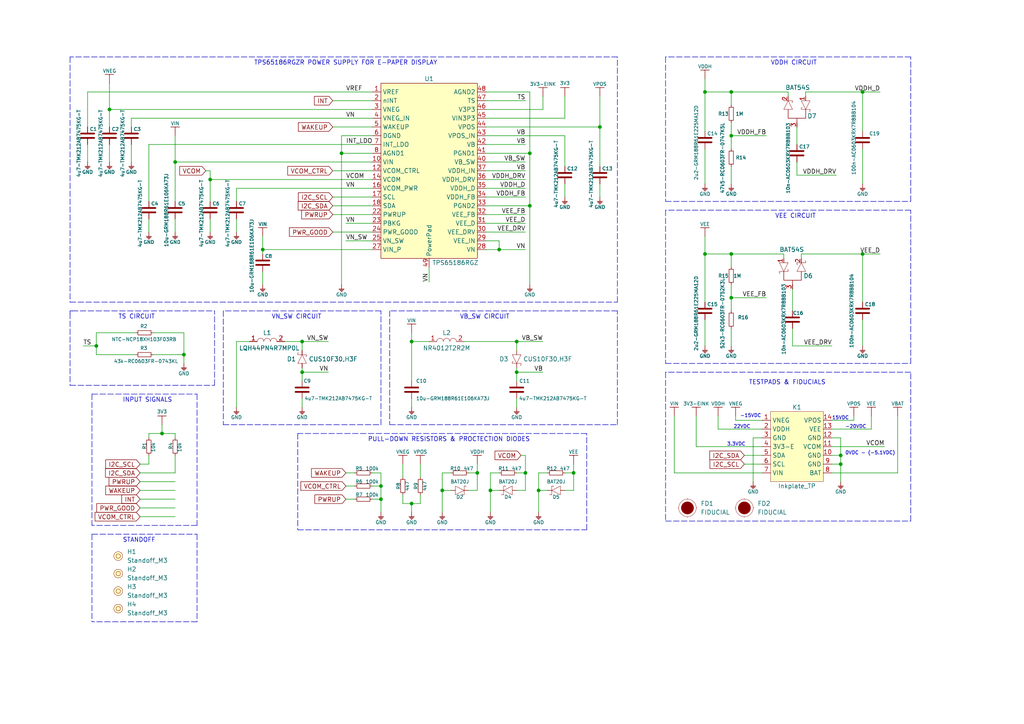
<source format=kicad_sch>
(kicad_sch (version 20211123) (generator eeschema)

  (uuid e984f84f-d247-4abe-b94a-e4b11b928886)

  (paper "A4")

  (title_block
    (title "Soldered Inkplate 6FLICK Gen2")
    (date "2023-11-27")
    (rev "V1.0.0")
    (company "SOLDERED")
    (comment 1 "333312")
  )

  (lib_symbols
    (symbol "e-radionica.com schematics:0603C" (pin_numbers hide) (pin_names (offset 0.002)) (in_bom yes) (on_board yes)
      (property "Reference" "C" (id 0) (at 0 3.81 0)
        (effects (font (size 1 1)))
      )
      (property "Value" "0603C" (id 1) (at 0 -3.175 0)
        (effects (font (size 1 1)))
      )
      (property "Footprint" "e-radionica.com footprinti:0603C" (id 2) (at 0.635 -4.445 0)
        (effects (font (size 1 1)) hide)
      )
      (property "Datasheet" "" (id 3) (at 0 0 0)
        (effects (font (size 1 1)) hide)
      )
      (symbol "0603C_0_1"
        (polyline
          (pts
            (xy -0.635 1.905)
            (xy -0.635 -1.905)
          )
          (stroke (width 0.5) (type default) (color 0 0 0 0))
          (fill (type none))
        )
        (polyline
          (pts
            (xy 0.635 1.905)
            (xy 0.635 -1.905)
          )
          (stroke (width 0.5) (type default) (color 0 0 0 0))
          (fill (type none))
        )
      )
      (symbol "0603C_1_1"
        (pin passive line (at -2.54 0 0) (length 1.9)
          (name "~" (effects (font (size 1.27 1.27))))
          (number "1" (effects (font (size 1.27 1.27))))
        )
        (pin passive line (at 2.54 0 180) (length 1.9)
          (name "~" (effects (font (size 1.27 1.27))))
          (number "2" (effects (font (size 1.27 1.27))))
        )
      )
    )
    (symbol "e-radionica.com schematics:0603R" (pin_numbers hide) (pin_names (offset 0.254)) (in_bom yes) (on_board yes)
      (property "Reference" "R" (id 0) (at 0 1.27 0)
        (effects (font (size 1 1)))
      )
      (property "Value" "0603R" (id 1) (at 0 -1.905 0)
        (effects (font (size 1 1)))
      )
      (property "Footprint" "e-radionica.com footprinti:0603R" (id 2) (at 0 -3.81 0)
        (effects (font (size 1 1)) hide)
      )
      (property "Datasheet" "" (id 3) (at -0.635 1.905 0)
        (effects (font (size 1 1)) hide)
      )
      (symbol "0603R_0_1"
        (rectangle (start -1.905 0.635) (end 1.905 -0.635)
          (stroke (width 0.15) (type default) (color 0 0 0 0))
          (fill (type none))
        )
      )
      (symbol "0603R_1_1"
        (pin passive line (at -2.54 0 0) (length 0.63)
          (name "~" (effects (font (size 1.27 1.27))))
          (number "1" (effects (font (size 1.27 1.27))))
        )
        (pin passive line (at 2.54 0 180) (length 0.63)
          (name "~" (effects (font (size 1.27 1.27))))
          (number "2" (effects (font (size 1.27 1.27))))
        )
      )
    )
    (symbol "e-radionica.com schematics:0805C" (pin_numbers hide) (in_bom yes) (on_board yes)
      (property "Reference" "C" (id 0) (at 0 3.81 0)
        (effects (font (size 1 1)))
      )
      (property "Value" "0805C" (id 1) (at 0 -3.175 0)
        (effects (font (size 1 1)))
      )
      (property "Footprint" "e-radionica.com footprinti:0805C" (id 2) (at 0 -5.08 0)
        (effects (font (size 1 1)) hide)
      )
      (property "Datasheet" "" (id 3) (at 0 0 0)
        (effects (font (size 1 1)) hide)
      )
      (symbol "0805C_0_1"
        (polyline
          (pts
            (xy -0.635 1.905)
            (xy -0.635 -1.905)
          )
          (stroke (width 0.5) (type default) (color 0 0 0 0))
          (fill (type none))
        )
        (polyline
          (pts
            (xy 0.635 1.905)
            (xy 0.635 -1.905)
          )
          (stroke (width 0.5) (type default) (color 0 0 0 0))
          (fill (type none))
        )
      )
      (symbol "0805C_1_1"
        (pin passive line (at -2.54 0 0) (length 1.9)
          (name "~" (effects (font (size 1.27 1.27))))
          (number "1" (effects (font (size 1.27 1.27))))
        )
        (pin passive line (at 2.54 0 180) (length 1.9)
          (name "~" (effects (font (size 1.27 1.27))))
          (number "2" (effects (font (size 1.27 1.27))))
        )
      )
    )
    (symbol "e-radionica.com schematics:3V3" (power) (pin_names (offset 0)) (in_bom yes) (on_board yes)
      (property "Reference" "#PWR" (id 0) (at 4.445 0 0)
        (effects (font (size 1 1)) hide)
      )
      (property "Value" "3V3" (id 1) (at 0 3.556 0)
        (effects (font (size 1 1)))
      )
      (property "Footprint" "" (id 2) (at 4.445 3.81 0)
        (effects (font (size 1 1)) hide)
      )
      (property "Datasheet" "" (id 3) (at 4.445 3.81 0)
        (effects (font (size 1 1)) hide)
      )
      (property "ki_keywords" "power-flag" (id 4) (at 0 0 0)
        (effects (font (size 1.27 1.27)) hide)
      )
      (property "ki_description" "Power symbol creates a global label with name \"3V3\"" (id 5) (at 0 0 0)
        (effects (font (size 1.27 1.27)) hide)
      )
      (symbol "3V3_0_1"
        (polyline
          (pts
            (xy -1.27 2.54)
            (xy 1.27 2.54)
          )
          (stroke (width 0.16) (type default) (color 0 0 0 0))
          (fill (type none))
        )
        (polyline
          (pts
            (xy 0 0)
            (xy 0 2.54)
          )
          (stroke (width 0) (type default) (color 0 0 0 0))
          (fill (type none))
        )
      )
      (symbol "3V3_1_1"
        (pin power_in line (at 0 0 90) (length 0) hide
          (name "3V3" (effects (font (size 1.27 1.27))))
          (number "1" (effects (font (size 1.27 1.27))))
        )
      )
    )
    (symbol "e-radionica.com schematics:3V3-EINK" (power) (pin_names (offset 0)) (in_bom yes) (on_board yes)
      (property "Reference" "#PWR" (id 0) (at 4.445 0 0)
        (effects (font (size 1 1)) hide)
      )
      (property "Value" "3V3-EINK" (id 1) (at 0 3.556 0)
        (effects (font (size 1 1)))
      )
      (property "Footprint" "" (id 2) (at 4.445 3.81 0)
        (effects (font (size 1 1)) hide)
      )
      (property "Datasheet" "" (id 3) (at 4.445 3.81 0)
        (effects (font (size 1 1)) hide)
      )
      (property "ki_keywords" "power-flag" (id 4) (at 0 0 0)
        (effects (font (size 1.27 1.27)) hide)
      )
      (property "ki_description" "Power symbol creates a global label with name \"3V3-EINK\"" (id 5) (at 0 0 0)
        (effects (font (size 1.27 1.27)) hide)
      )
      (symbol "3V3-EINK_0_1"
        (polyline
          (pts
            (xy -1.27 2.54)
            (xy 1.27 2.54)
          )
          (stroke (width 0.16) (type default) (color 0 0 0 0))
          (fill (type none))
        )
        (polyline
          (pts
            (xy 0 0)
            (xy 0 2.54)
          )
          (stroke (width 0) (type default) (color 0 0 0 0))
          (fill (type none))
        )
      )
      (symbol "3V3-EINK_1_1"
        (pin power_in line (at 0 0 90) (length 0) hide
          (name "3V3-EINK" (effects (font (size 1.27 1.27))))
          (number "1" (effects (font (size 1.27 1.27))))
        )
      )
    )
    (symbol "e-radionica.com schematics:BAT20J" (pin_numbers hide) (pin_names hide) (in_bom yes) (on_board yes)
      (property "Reference" "D" (id 0) (at 0 2.54 0)
        (effects (font (size 1 1)))
      )
      (property "Value" "BAT20J" (id 1) (at 0 -2.54 0)
        (effects (font (size 1 1)))
      )
      (property "Footprint" "e-radionica.com footprinti:SOD-323" (id 2) (at 0 -3.81 0)
        (effects (font (size 1 1)) hide)
      )
      (property "Datasheet" "" (id 3) (at 0 0 0)
        (effects (font (size 1 1)) hide)
      )
      (symbol "BAT20J_0_1"
        (polyline
          (pts
            (xy 1.27 1.27)
            (xy 1.778 1.27)
            (xy 1.778 1.016)
          )
          (stroke (width 0.1) (type default) (color 0 0 0 0))
          (fill (type none))
        )
        (polyline
          (pts
            (xy -1.27 -1.27)
            (xy -1.27 1.27)
            (xy 1.27 0)
            (xy -1.27 -1.27)
          )
          (stroke (width 0.1) (type default) (color 0 0 0 0))
          (fill (type none))
        )
        (polyline
          (pts
            (xy 1.27 1.27)
            (xy 1.27 -1.27)
            (xy 0.762 -1.27)
            (xy 0.762 -1.016)
          )
          (stroke (width 0.1) (type default) (color 0 0 0 0))
          (fill (type none))
        )
      )
      (symbol "BAT20J_1_1"
        (pin input line (at -2.54 0 0) (length 1.27)
          (name "A" (effects (font (size 1.27 1.27))))
          (number "1" (effects (font (size 1.27 1.27))))
        )
        (pin input line (at 2.54 0 180) (length 1.27)
          (name "C" (effects (font (size 1.27 1.27))))
          (number "2" (effects (font (size 1.27 1.27))))
        )
      )
    )
    (symbol "e-radionica.com schematics:BAT54S" (pin_names hide) (in_bom yes) (on_board yes)
      (property "Reference" "D" (id 0) (at 0 5.08 0)
        (effects (font (size 1.27 1.27)))
      )
      (property "Value" "BAT54S" (id 1) (at 0 -5.08 0)
        (effects (font (size 1.27 1.27)))
      )
      (property "Footprint" "e-radionica.com footprinti:SOT-23-3" (id 2) (at -1.27 -7.62 0)
        (effects (font (size 1.27 1.27)) hide)
      )
      (property "Datasheet" "" (id 3) (at -2.54 2.54 0)
        (effects (font (size 1.27 1.27)) hide)
      )
      (symbol "BAT54S_0_1"
        (polyline
          (pts
            (xy 2.54 0)
            (xy 1.27 0)
          )
          (stroke (width 0) (type default) (color 0 0 0 0))
          (fill (type none))
        )
        (polyline
          (pts
            (xy -3.81 -3.81)
            (xy -4.318 -3.81)
            (xy -4.318 -3.556)
          )
          (stroke (width 0.1) (type default) (color 0 0 0 0))
          (fill (type none))
        )
        (polyline
          (pts
            (xy -1.27 3.81)
            (xy -0.762 3.81)
            (xy -0.762 3.556)
          )
          (stroke (width 0.1) (type default) (color 0 0 0 0))
          (fill (type none))
        )
        (polyline
          (pts
            (xy -3.81 -3.81)
            (xy -3.81 -1.27)
            (xy -3.302 -1.27)
            (xy -3.302 -1.524)
          )
          (stroke (width 0.1) (type default) (color 0 0 0 0))
          (fill (type none))
        )
        (polyline
          (pts
            (xy -3.81 1.27)
            (xy -3.81 3.81)
            (xy -1.27 2.54)
            (xy -3.81 1.27)
          )
          (stroke (width 0.1) (type default) (color 0 0 0 0))
          (fill (type none))
        )
        (polyline
          (pts
            (xy -1.27 -1.27)
            (xy -1.27 -3.81)
            (xy -3.81 -2.54)
            (xy -1.27 -1.27)
          )
          (stroke (width 0.1) (type default) (color 0 0 0 0))
          (fill (type none))
        )
        (polyline
          (pts
            (xy -1.27 2.54)
            (xy 1.27 2.54)
            (xy 1.27 -2.54)
            (xy -1.27 -2.54)
          )
          (stroke (width 0) (type default) (color 0 0 0 0))
          (fill (type none))
        )
        (polyline
          (pts
            (xy -1.27 3.81)
            (xy -1.27 1.27)
            (xy -1.778 1.27)
            (xy -1.778 1.524)
          )
          (stroke (width 0.1) (type default) (color 0 0 0 0))
          (fill (type none))
        )
      )
      (symbol "BAT54S_1_1"
        (pin input line (at -5.08 2.54 0) (length 1.27)
          (name "A" (effects (font (size 1.27 1.27))))
          (number "1" (effects (font (size 1.27 1.27))))
        )
        (pin input line (at -5.08 -2.54 0) (length 1.27)
          (name "K" (effects (font (size 1.27 1.27))))
          (number "2" (effects (font (size 1.27 1.27))))
        )
        (pin input line (at 3.81 0 180) (length 1.27)
          (name "3" (effects (font (size 1.27 1.27))))
          (number "3" (effects (font (size 1.27 1.27))))
        )
      )
    )
    (symbol "e-radionica.com schematics:CUS10F30,H3F" (pin_numbers hide) (pin_names hide) (in_bom yes) (on_board yes)
      (property "Reference" "D" (id 0) (at 0 2.54 0)
        (effects (font (size 1.27 1.27)))
      )
      (property "Value" "CUS10F30,H3F" (id 1) (at 0 -2.54 0)
        (effects (font (size 1.27 1.27)))
      )
      (property "Footprint" "e-radionica.com footprinti:SOD-323-2" (id 2) (at 0 -5.08 0)
        (effects (font (size 1.27 1.27)) hide)
      )
      (property "Datasheet" "" (id 3) (at 0 6.35 0)
        (effects (font (size 1.27 1.27)) hide)
      )
      (symbol "CUS10F30,H3F_0_1"
        (polyline
          (pts
            (xy 1.27 1.27)
            (xy 1.778 1.27)
            (xy 1.778 1.016)
          )
          (stroke (width 0.1) (type default) (color 0 0 0 0))
          (fill (type none))
        )
        (polyline
          (pts
            (xy -1.27 -1.27)
            (xy -1.27 1.27)
            (xy 1.27 0)
            (xy -1.27 -1.27)
          )
          (stroke (width 0.1) (type default) (color 0 0 0 0))
          (fill (type none))
        )
        (polyline
          (pts
            (xy 1.27 1.27)
            (xy 1.27 -1.27)
            (xy 0.762 -1.27)
            (xy 0.762 -1.016)
          )
          (stroke (width 0.1) (type default) (color 0 0 0 0))
          (fill (type none))
        )
      )
      (symbol "CUS10F30,H3F_1_1"
        (pin input line (at 2.54 0 180) (length 1.27)
          (name "C" (effects (font (size 1.27 1.27))))
          (number "1" (effects (font (size 1.27 1.27))))
        )
        (pin input line (at -2.54 0 0) (length 1.27)
          (name "A" (effects (font (size 1.27 1.27))))
          (number "2" (effects (font (size 1.27 1.27))))
        )
      )
    )
    (symbol "e-radionica.com schematics:FIDUCIAL" (in_bom no) (on_board yes)
      (property "Reference" "FD" (id 0) (at 0 3.81 0)
        (effects (font (size 1.27 1.27)))
      )
      (property "Value" "FIDUCIAL" (id 1) (at 0 -3.81 0)
        (effects (font (size 1.27 1.27)))
      )
      (property "Footprint" "e-radionica.com footprinti:FIDUCIAL_23" (id 2) (at 0.254 -5.334 0)
        (effects (font (size 1.27 1.27)) hide)
      )
      (property "Datasheet" "" (id 3) (at 0 0 0)
        (effects (font (size 1.27 1.27)) hide)
      )
      (symbol "FIDUCIAL_0_1"
        (polyline
          (pts
            (xy -2.54 0)
            (xy -2.794 0)
          )
          (stroke (width 0.0006) (type default) (color 0 0 0 0))
          (fill (type none))
        )
        (polyline
          (pts
            (xy 0 -2.54)
            (xy 0 -2.794)
          )
          (stroke (width 0.0006) (type default) (color 0 0 0 0))
          (fill (type none))
        )
        (polyline
          (pts
            (xy 0 2.54)
            (xy 0 2.794)
          )
          (stroke (width 0.0006) (type default) (color 0 0 0 0))
          (fill (type none))
        )
        (polyline
          (pts
            (xy 2.54 0)
            (xy 2.794 0)
          )
          (stroke (width 0.0006) (type default) (color 0 0 0 0))
          (fill (type none))
        )
        (circle (center 0 0) (radius 1.7961)
          (stroke (width 0.001) (type default) (color 0 0 0 0))
          (fill (type outline))
        )
        (circle (center 0 0) (radius 2.54)
          (stroke (width 0.0006) (type default) (color 0 0 0 0))
          (fill (type none))
        )
      )
    )
    (symbol "e-radionica.com schematics:GND" (power) (pin_names (offset 0)) (in_bom yes) (on_board yes)
      (property "Reference" "#PWR" (id 0) (at 4.445 0 0)
        (effects (font (size 1 1)) hide)
      )
      (property "Value" "GND" (id 1) (at 0 -2.921 0)
        (effects (font (size 1 1)))
      )
      (property "Footprint" "" (id 2) (at 4.445 3.81 0)
        (effects (font (size 1 1)) hide)
      )
      (property "Datasheet" "" (id 3) (at 4.445 3.81 0)
        (effects (font (size 1 1)) hide)
      )
      (property "ki_keywords" "power-flag" (id 4) (at 0 0 0)
        (effects (font (size 1.27 1.27)) hide)
      )
      (property "ki_description" "Power symbol creates a global label with name \"GND\"" (id 5) (at 0 0 0)
        (effects (font (size 1.27 1.27)) hide)
      )
      (symbol "GND_0_1"
        (polyline
          (pts
            (xy -0.762 -1.27)
            (xy 0.762 -1.27)
          )
          (stroke (width 0.16) (type default) (color 0 0 0 0))
          (fill (type none))
        )
        (polyline
          (pts
            (xy -0.635 -1.524)
            (xy 0.635 -1.524)
          )
          (stroke (width 0.16) (type default) (color 0 0 0 0))
          (fill (type none))
        )
        (polyline
          (pts
            (xy -0.381 -1.778)
            (xy 0.381 -1.778)
          )
          (stroke (width 0.16) (type default) (color 0 0 0 0))
          (fill (type none))
        )
        (polyline
          (pts
            (xy -0.127 -2.032)
            (xy 0.127 -2.032)
          )
          (stroke (width 0.16) (type default) (color 0 0 0 0))
          (fill (type none))
        )
        (polyline
          (pts
            (xy 0 0)
            (xy 0 -1.27)
          )
          (stroke (width 0.16) (type default) (color 0 0 0 0))
          (fill (type none))
        )
      )
      (symbol "GND_1_1"
        (pin power_in line (at 0 0 270) (length 0) hide
          (name "GND" (effects (font (size 1.27 1.27))))
          (number "1" (effects (font (size 1.27 1.27))))
        )
      )
    )
    (symbol "e-radionica.com schematics:Inkplate_TP" (in_bom yes) (on_board yes)
      (property "Reference" "K" (id 0) (at 0 11.43 0)
        (effects (font (size 1.27 1.27)))
      )
      (property "Value" "Inkplate_TP" (id 1) (at 0 -11.43 0)
        (effects (font (size 1.27 1.27)))
      )
      (property "Footprint" "e-radionica.com footprinti:INKPLATE TEST HEADER" (id 2) (at -2.54 -13.97 0)
        (effects (font (size 1.27 1.27)) hide)
      )
      (property "Datasheet" "" (id 3) (at -1.27 0 0)
        (effects (font (size 1.27 1.27)) hide)
      )
      (symbol "Inkplate_TP_0_1"
        (rectangle (start -7.62 10.16) (end 7.62 -10.16)
          (stroke (width 0.1) (type default) (color 0 0 0 0))
          (fill (type background))
        )
      )
      (symbol "Inkplate_TP_1_1"
        (pin passive line (at -10.16 7.62 0) (length 2.54)
          (name "VNEG" (effects (font (size 1.27 1.27))))
          (number "1" (effects (font (size 1.27 1.27))))
        )
        (pin passive line (at 10.16 -2.54 180) (length 2.54)
          (name "GND" (effects (font (size 1.27 1.27))))
          (number "10" (effects (font (size 1.27 1.27))))
        )
        (pin passive line (at 10.16 0 180) (length 2.54)
          (name "VCOM" (effects (font (size 1.27 1.27))))
          (number "11" (effects (font (size 1.27 1.27))))
        )
        (pin passive line (at 10.16 2.54 180) (length 2.54)
          (name "GND" (effects (font (size 1.27 1.27))))
          (number "12" (effects (font (size 1.27 1.27))))
        )
        (pin passive line (at 10.16 5.08 180) (length 2.54)
          (name "VEE" (effects (font (size 1.27 1.27))))
          (number "13" (effects (font (size 1.27 1.27))))
        )
        (pin passive line (at 10.16 7.62 180) (length 2.54)
          (name "VPOS" (effects (font (size 1.27 1.27))))
          (number "14" (effects (font (size 1.27 1.27))))
        )
        (pin passive line (at -10.16 5.08 0) (length 2.54)
          (name "VDDH" (effects (font (size 1.27 1.27))))
          (number "2" (effects (font (size 1.27 1.27))))
        )
        (pin passive line (at -10.16 2.54 0) (length 2.54)
          (name "GND" (effects (font (size 1.27 1.27))))
          (number "3" (effects (font (size 1.27 1.27))))
        )
        (pin passive line (at -10.16 0 0) (length 2.54)
          (name "3V3-E" (effects (font (size 1.27 1.27))))
          (number "4" (effects (font (size 1.27 1.27))))
        )
        (pin passive line (at -10.16 -2.54 0) (length 2.54)
          (name "SDA" (effects (font (size 1.27 1.27))))
          (number "5" (effects (font (size 1.27 1.27))))
        )
        (pin passive line (at -10.16 -5.08 0) (length 2.54)
          (name "SCL" (effects (font (size 1.27 1.27))))
          (number "6" (effects (font (size 1.27 1.27))))
        )
        (pin passive line (at -10.16 -7.62 0) (length 2.54)
          (name "VIN" (effects (font (size 1.27 1.27))))
          (number "7" (effects (font (size 1.27 1.27))))
        )
        (pin passive line (at 10.16 -7.62 180) (length 2.54)
          (name "BAT" (effects (font (size 1.27 1.27))))
          (number "8" (effects (font (size 1.27 1.27))))
        )
        (pin passive line (at 10.16 -5.08 180) (length 2.54)
          (name "GND" (effects (font (size 1.27 1.27))))
          (number "9" (effects (font (size 1.27 1.27))))
        )
      )
    )
    (symbol "e-radionica.com schematics:LQH44PN4R7MP0L" (in_bom yes) (on_board yes)
      (property "Reference" "L" (id 0) (at 0 2.54 0)
        (effects (font (size 1.27 1.27)))
      )
      (property "Value" "LQH44PN4R7MP0L" (id 1) (at 0 -1.27 0)
        (effects (font (size 1.27 1.27)))
      )
      (property "Footprint" "e-radionica.com footprinti:1515L" (id 2) (at 0 -3.81 0)
        (effects (font (size 1.27 1.27)) hide)
      )
      (property "Datasheet" "" (id 3) (at 0 1.27 0)
        (effects (font (size 1.27 1.27)) hide)
      )
      (symbol "LQH44PN4R7MP0L_0_1"
        (arc (start -0.9525 0.0138) (mid -1.905 0.9526) (end -2.8575 0.0138)
          (stroke (width 0.1) (type default) (color 0 0 0 0))
          (fill (type none))
        )
        (arc (start 0.9525 0.0138) (mid 0 0.9526) (end -0.9525 0.0138)
          (stroke (width 0.1) (type default) (color 0 0 0 0))
          (fill (type none))
        )
        (arc (start 2.8575 0.0138) (mid 1.905 0.9526) (end 0.9525 0.0138)
          (stroke (width 0.1) (type default) (color 0 0 0 0))
          (fill (type none))
        )
      )
      (symbol "LQH44PN4R7MP0L_1_1"
        (pin passive line (at -5.08 0 0) (length 2.2)
          (name "" (effects (font (size 1.27 1.27))))
          (number "1" (effects (font (size 1.27 1.27))))
        )
        (pin passive line (at 5.08 0 180) (length 2.2)
          (name "" (effects (font (size 1.27 1.27))))
          (number "2" (effects (font (size 1.27 1.27))))
        )
      )
    )
    (symbol "e-radionica.com schematics:NR4012T2R2M" (in_bom yes) (on_board yes)
      (property "Reference" "L" (id 0) (at 0 2.54 0)
        (effects (font (size 1.27 1.27)))
      )
      (property "Value" "NR4012T2R2M" (id 1) (at 0 -1.27 0)
        (effects (font (size 1.27 1.27)))
      )
      (property "Footprint" "e-radionica.com footprinti:NR4012" (id 2) (at -1.27 -3.81 0)
        (effects (font (size 1.27 1.27)) hide)
      )
      (property "Datasheet" "" (id 3) (at 0 6.35 0)
        (effects (font (size 1.27 1.27)) hide)
      )
      (symbol "NR4012T2R2M_0_1"
        (arc (start -0.9525 0.0138) (mid -1.905 0.9526) (end -2.8575 0.0138)
          (stroke (width 0.1) (type default) (color 0 0 0 0))
          (fill (type none))
        )
        (arc (start 0.9525 0.0138) (mid 0 0.9526) (end -0.9525 0.0138)
          (stroke (width 0.1) (type default) (color 0 0 0 0))
          (fill (type none))
        )
        (arc (start 2.8575 0.0138) (mid 1.905 0.9526) (end 0.9525 0.0138)
          (stroke (width 0.1) (type default) (color 0 0 0 0))
          (fill (type none))
        )
      )
      (symbol "NR4012T2R2M_1_1"
        (pin passive line (at -5.08 0 0) (length 2.2)
          (name "" (effects (font (size 1.27 1.27))))
          (number "1" (effects (font (size 1.27 1.27))))
        )
        (pin passive line (at 5.08 0 180) (length 2.2)
          (name "" (effects (font (size 1.27 1.27))))
          (number "2" (effects (font (size 1.27 1.27))))
        )
      )
    )
    (symbol "e-radionica.com schematics:Standoff_M3" (in_bom yes) (on_board yes)
      (property "Reference" "H" (id 0) (at 0 2.54 0)
        (effects (font (size 1.27 1.27)))
      )
      (property "Value" "Standoff_M3" (id 1) (at 0 -2.54 0)
        (effects (font (size 1.27 1.27)))
      )
      (property "Footprint" "e-radionica.com footprinti:Standoff_M3" (id 2) (at 0 -3.81 0)
        (effects (font (size 1.27 1.27)) hide)
      )
      (property "Datasheet" "" (id 3) (at 0 0 0)
        (effects (font (size 1.27 1.27)) hide)
      )
      (property "ki_keywords" "standoff odstojnik" (id 4) (at 0 0 0)
        (effects (font (size 1.27 1.27)) hide)
      )
      (property "ki_description" "M3 standoff SMTSO-M3-7ET" (id 5) (at 0 0 0)
        (effects (font (size 1.27 1.27)) hide)
      )
      (symbol "Standoff_M3_0_1"
        (circle (center 0 0) (radius 0.635)
          (stroke (width 0.1) (type default) (color 0 0 0 0))
          (fill (type none))
        )
        (circle (center 0 0) (radius 1.27)
          (stroke (width 0.1) (type default) (color 0 0 0 0))
          (fill (type background))
        )
      )
    )
    (symbol "e-radionica.com schematics:TPS65186RGZR" (in_bom yes) (on_board yes)
      (property "Reference" "U" (id 0) (at 0 27.94 0)
        (effects (font (size 1.27 1.27)))
      )
      (property "Value" "TPS65186RGZR" (id 1) (at 7.62 -25.4 0)
        (effects (font (size 1.27 1.27)))
      )
      (property "Footprint" "e-radionica.com footprinti:VQFN-49" (id 2) (at 0 -33.02 0)
        (effects (font (size 1.27 1.27)) hide)
      )
      (property "Datasheet" "" (id 3) (at 0 29.21 0)
        (effects (font (size 1.27 1.27)) hide)
      )
      (symbol "TPS65186RGZR_0_1"
        (rectangle (start -13.97 26.67) (end 13.97 -24.13)
          (stroke (width 0.1524) (type default) (color 0 0 0 0))
          (fill (type background))
        )
      )
      (symbol "TPS65186RGZR_1_1"
        (pin input line (at -16.51 24.13 0) (length 2.54)
          (name "VREF" (effects (font (size 1.27 1.27))))
          (number "1" (effects (font (size 1.27 1.27))))
        )
        (pin input line (at -16.51 3.81 0) (length 2.54)
          (name "VIN" (effects (font (size 1.27 1.27))))
          (number "10" (effects (font (size 1.27 1.27))))
        )
        (pin input line (at -16.51 1.27 0) (length 2.54)
          (name "VCOM_CTRL" (effects (font (size 1.27 1.27))))
          (number "12" (effects (font (size 1.27 1.27))))
        )
        (pin input line (at -16.51 -1.27 0) (length 2.54)
          (name "VCOM" (effects (font (size 1.27 1.27))))
          (number "14" (effects (font (size 1.27 1.27))))
        )
        (pin input line (at -16.51 -3.81 0) (length 2.54)
          (name "VCOM_PWR" (effects (font (size 1.27 1.27))))
          (number "16" (effects (font (size 1.27 1.27))))
        )
        (pin input line (at -16.51 -6.35 0) (length 2.54)
          (name "SCL" (effects (font (size 1.27 1.27))))
          (number "17" (effects (font (size 1.27 1.27))))
        )
        (pin input line (at -16.51 -8.89 0) (length 2.54)
          (name "SDA" (effects (font (size 1.27 1.27))))
          (number "18" (effects (font (size 1.27 1.27))))
        )
        (pin input line (at -16.51 21.59 0) (length 2.54)
          (name "nINT" (effects (font (size 1.27 1.27))))
          (number "2" (effects (font (size 1.27 1.27))))
        )
        (pin input line (at -16.51 -11.43 0) (length 2.54)
          (name "PWRUP" (effects (font (size 1.27 1.27))))
          (number "22" (effects (font (size 1.27 1.27))))
        )
        (pin input line (at -16.51 -13.97 0) (length 2.54)
          (name "PBKG" (effects (font (size 1.27 1.27))))
          (number "23" (effects (font (size 1.27 1.27))))
        )
        (pin input line (at -16.51 -16.51 0) (length 2.54)
          (name "PWR_GOOD" (effects (font (size 1.27 1.27))))
          (number "24" (effects (font (size 1.27 1.27))))
        )
        (pin input line (at -16.51 -19.05 0) (length 2.54)
          (name "VN_SW" (effects (font (size 1.27 1.27))))
          (number "25" (effects (font (size 1.27 1.27))))
        )
        (pin input line (at -16.51 -21.59 0) (length 2.54)
          (name "VIN_P" (effects (font (size 1.27 1.27))))
          (number "27" (effects (font (size 1.27 1.27))))
        )
        (pin input line (at 16.51 -21.59 180) (length 2.54)
          (name "VN" (effects (font (size 1.27 1.27))))
          (number "28" (effects (font (size 1.27 1.27))))
        )
        (pin input line (at 16.51 -19.05 180) (length 2.54)
          (name "VEE_IN" (effects (font (size 1.27 1.27))))
          (number "29" (effects (font (size 1.27 1.27))))
        )
        (pin input line (at -16.51 19.05 0) (length 2.54)
          (name "VNEG" (effects (font (size 1.27 1.27))))
          (number "3" (effects (font (size 1.27 1.27))))
        )
        (pin input line (at 16.51 -16.51 180) (length 2.54)
          (name "VEE_DRV" (effects (font (size 1.27 1.27))))
          (number "30" (effects (font (size 1.27 1.27))))
        )
        (pin input line (at 16.51 -13.97 180) (length 2.54)
          (name "VEE_D" (effects (font (size 1.27 1.27))))
          (number "31" (effects (font (size 1.27 1.27))))
        )
        (pin input line (at 16.51 -11.43 180) (length 2.54)
          (name "VEE_FB" (effects (font (size 1.27 1.27))))
          (number "32" (effects (font (size 1.27 1.27))))
        )
        (pin input line (at 16.51 -8.89 180) (length 2.54)
          (name "PGND2" (effects (font (size 1.27 1.27))))
          (number "33" (effects (font (size 1.27 1.27))))
        )
        (pin input line (at 16.51 -6.35 180) (length 2.54)
          (name "VDDH_FB" (effects (font (size 1.27 1.27))))
          (number "34" (effects (font (size 1.27 1.27))))
        )
        (pin input line (at 16.51 -3.81 180) (length 2.54)
          (name "VDDH_D" (effects (font (size 1.27 1.27))))
          (number "35" (effects (font (size 1.27 1.27))))
        )
        (pin input line (at 16.51 -1.27 180) (length 2.54)
          (name "VDDH_DRV" (effects (font (size 1.27 1.27))))
          (number "36" (effects (font (size 1.27 1.27))))
        )
        (pin input line (at 16.51 1.27 180) (length 2.54)
          (name "VDDH_IN" (effects (font (size 1.27 1.27))))
          (number "37" (effects (font (size 1.27 1.27))))
        )
        (pin input line (at -16.51 16.51 0) (length 2.54)
          (name "VNEG_IN" (effects (font (size 1.27 1.27))))
          (number "4" (effects (font (size 1.27 1.27))))
        )
        (pin input line (at 16.51 3.81 180) (length 2.54)
          (name "VB_SW" (effects (font (size 1.27 1.27))))
          (number "40" (effects (font (size 1.27 1.27))))
        )
        (pin input line (at 16.51 6.35 180) (length 2.54)
          (name "PGND1" (effects (font (size 1.27 1.27))))
          (number "41" (effects (font (size 1.27 1.27))))
        )
        (pin input line (at 16.51 8.89 180) (length 2.54)
          (name "VB" (effects (font (size 1.27 1.27))))
          (number "42" (effects (font (size 1.27 1.27))))
        )
        (pin input line (at 16.51 11.43 180) (length 2.54)
          (name "VPOS_IN" (effects (font (size 1.27 1.27))))
          (number "43" (effects (font (size 1.27 1.27))))
        )
        (pin input line (at 16.51 13.97 180) (length 2.54)
          (name "VPOS" (effects (font (size 1.27 1.27))))
          (number "44" (effects (font (size 1.27 1.27))))
        )
        (pin input line (at 16.51 16.51 180) (length 2.54)
          (name "VIN3P3" (effects (font (size 1.27 1.27))))
          (number "45" (effects (font (size 1.27 1.27))))
        )
        (pin input line (at 16.51 19.05 180) (length 2.54)
          (name "V3P3" (effects (font (size 1.27 1.27))))
          (number "46" (effects (font (size 1.27 1.27))))
        )
        (pin input line (at 16.51 21.59 180) (length 2.54)
          (name "TS" (effects (font (size 1.27 1.27))))
          (number "47" (effects (font (size 1.27 1.27))))
        )
        (pin input line (at 16.51 24.13 180) (length 2.54)
          (name "AGND2" (effects (font (size 1.27 1.27))))
          (number "48" (effects (font (size 1.27 1.27))))
        )
        (pin input line (at 0 -26.67 90) (length 2.54)
          (name "PowerPad" (effects (font (size 1.27 1.27))))
          (number "49" (effects (font (size 1.27 1.27))))
        )
        (pin input line (at -16.51 13.97 0) (length 2.54)
          (name "WAKEUP" (effects (font (size 1.27 1.27))))
          (number "5" (effects (font (size 1.27 1.27))))
        )
        (pin input line (at -16.51 11.43 0) (length 2.54)
          (name "DGND" (effects (font (size 1.27 1.27))))
          (number "6" (effects (font (size 1.27 1.27))))
        )
        (pin input line (at -16.51 8.89 0) (length 2.54)
          (name "INT_LDO" (effects (font (size 1.27 1.27))))
          (number "7" (effects (font (size 1.27 1.27))))
        )
        (pin input line (at -16.51 6.35 0) (length 2.54)
          (name "AGND1" (effects (font (size 1.27 1.27))))
          (number "8" (effects (font (size 1.27 1.27))))
        )
      )
    )
    (symbol "e-radionica.com schematics:VBAT" (power) (pin_names (offset 0)) (in_bom yes) (on_board yes)
      (property "Reference" "#PWR" (id 0) (at 4.445 0 0)
        (effects (font (size 1 1)) hide)
      )
      (property "Value" "VBAT" (id 1) (at 0 3.556 0)
        (effects (font (size 1 1)))
      )
      (property "Footprint" "" (id 2) (at 4.445 3.81 0)
        (effects (font (size 1 1)) hide)
      )
      (property "Datasheet" "" (id 3) (at 4.445 3.81 0)
        (effects (font (size 1 1)) hide)
      )
      (property "ki_keywords" "power-flag" (id 4) (at 0 0 0)
        (effects (font (size 1.27 1.27)) hide)
      )
      (property "ki_description" "Power symbol creates a global label with name \"VBAT\"" (id 5) (at 0 0 0)
        (effects (font (size 1.27 1.27)) hide)
      )
      (symbol "VBAT_0_1"
        (polyline
          (pts
            (xy -1.27 2.54)
            (xy 1.27 2.54)
          )
          (stroke (width 0.16) (type default) (color 0 0 0 0))
          (fill (type none))
        )
        (polyline
          (pts
            (xy 0 0)
            (xy 0 2.54)
          )
          (stroke (width 0) (type default) (color 0 0 0 0))
          (fill (type none))
        )
      )
      (symbol "VBAT_1_1"
        (pin power_in line (at 0 0 90) (length 0) hide
          (name "VBAT" (effects (font (size 1.27 1.27))))
          (number "1" (effects (font (size 1.27 1.27))))
        )
      )
    )
    (symbol "e-radionica.com schematics:VDDH" (power) (pin_names (offset 0)) (in_bom yes) (on_board yes)
      (property "Reference" "#PWR" (id 0) (at 4.445 0 0)
        (effects (font (size 1 1)) hide)
      )
      (property "Value" "VDDH" (id 1) (at 0 3.556 0)
        (effects (font (size 1 1)))
      )
      (property "Footprint" "" (id 2) (at 4.445 3.81 0)
        (effects (font (size 1 1)) hide)
      )
      (property "Datasheet" "" (id 3) (at 4.445 3.81 0)
        (effects (font (size 1 1)) hide)
      )
      (property "ki_keywords" "power-flag" (id 4) (at 0 0 0)
        (effects (font (size 1.27 1.27)) hide)
      )
      (property "ki_description" "Power symbol creates a global label with name \"VDDH\"" (id 5) (at 0 0 0)
        (effects (font (size 1.27 1.27)) hide)
      )
      (symbol "VDDH_0_1"
        (polyline
          (pts
            (xy -1.27 2.54)
            (xy 1.27 2.54)
          )
          (stroke (width 0.16) (type default) (color 0 0 0 0))
          (fill (type none))
        )
        (polyline
          (pts
            (xy 0 0)
            (xy 0 2.54)
          )
          (stroke (width 0) (type default) (color 0 0 0 0))
          (fill (type none))
        )
      )
      (symbol "VDDH_1_1"
        (pin power_in line (at 0 0 90) (length 0) hide
          (name "VDDH" (effects (font (size 1.27 1.27))))
          (number "1" (effects (font (size 1.27 1.27))))
        )
      )
    )
    (symbol "e-radionica.com schematics:VEE" (power) (pin_names (offset 0)) (in_bom yes) (on_board yes)
      (property "Reference" "#PWR" (id 0) (at 4.445 0 0)
        (effects (font (size 1 1)) hide)
      )
      (property "Value" "VEE" (id 1) (at 0 3.556 0)
        (effects (font (size 1 1)))
      )
      (property "Footprint" "" (id 2) (at 4.445 3.81 0)
        (effects (font (size 1 1)) hide)
      )
      (property "Datasheet" "" (id 3) (at 4.445 3.81 0)
        (effects (font (size 1 1)) hide)
      )
      (property "ki_keywords" "power-flag" (id 4) (at 0 0 0)
        (effects (font (size 1.27 1.27)) hide)
      )
      (property "ki_description" "Power symbol creates a global label with name \"VEE\"" (id 5) (at 0 0 0)
        (effects (font (size 1.27 1.27)) hide)
      )
      (symbol "VEE_0_1"
        (polyline
          (pts
            (xy -1.27 2.54)
            (xy 1.27 2.54)
          )
          (stroke (width 0.16) (type default) (color 0 0 0 0))
          (fill (type none))
        )
        (polyline
          (pts
            (xy 0 0)
            (xy 0 2.54)
          )
          (stroke (width 0) (type default) (color 0 0 0 0))
          (fill (type none))
        )
      )
      (symbol "VEE_1_1"
        (pin power_in line (at 0 0 90) (length 0) hide
          (name "VEE" (effects (font (size 1.27 1.27))))
          (number "1" (effects (font (size 1.27 1.27))))
        )
      )
    )
    (symbol "e-radionica.com schematics:VIN" (power) (pin_names (offset 0)) (in_bom yes) (on_board yes)
      (property "Reference" "#PWR" (id 0) (at 4.445 0 0)
        (effects (font (size 1 1)) hide)
      )
      (property "Value" "VIN" (id 1) (at 0 3.556 0)
        (effects (font (size 1 1)))
      )
      (property "Footprint" "" (id 2) (at 4.445 3.81 0)
        (effects (font (size 1 1)) hide)
      )
      (property "Datasheet" "" (id 3) (at 4.445 3.81 0)
        (effects (font (size 1 1)) hide)
      )
      (property "ki_keywords" "power-flag" (id 4) (at 0 0 0)
        (effects (font (size 1.27 1.27)) hide)
      )
      (property "ki_description" "Power symbol creates a global label with name \"VIN\"" (id 5) (at 0 0 0)
        (effects (font (size 1.27 1.27)) hide)
      )
      (symbol "VIN_0_1"
        (polyline
          (pts
            (xy -1.27 2.54)
            (xy 1.27 2.54)
          )
          (stroke (width 0.16) (type default) (color 0 0 0 0))
          (fill (type none))
        )
        (polyline
          (pts
            (xy 0 0)
            (xy 0 2.54)
          )
          (stroke (width 0) (type default) (color 0 0 0 0))
          (fill (type none))
        )
      )
      (symbol "VIN_1_1"
        (pin power_in line (at 0 0 90) (length 0) hide
          (name "VIN" (effects (font (size 1.27 1.27))))
          (number "1" (effects (font (size 1.27 1.27))))
        )
      )
    )
    (symbol "e-radionica.com schematics:VNEG" (power) (pin_names (offset 0)) (in_bom yes) (on_board yes)
      (property "Reference" "#PWR" (id 0) (at 4.445 0 0)
        (effects (font (size 1 1)) hide)
      )
      (property "Value" "VNEG" (id 1) (at 0 3.556 0)
        (effects (font (size 1 1)))
      )
      (property "Footprint" "" (id 2) (at 4.445 3.81 0)
        (effects (font (size 1 1)) hide)
      )
      (property "Datasheet" "" (id 3) (at 4.445 3.81 0)
        (effects (font (size 1 1)) hide)
      )
      (property "ki_keywords" "power-flag" (id 4) (at 0 0 0)
        (effects (font (size 1.27 1.27)) hide)
      )
      (property "ki_description" "Power symbol creates a global label with name \"VNEG\"" (id 5) (at 0 0 0)
        (effects (font (size 1.27 1.27)) hide)
      )
      (symbol "VNEG_0_1"
        (polyline
          (pts
            (xy -1.27 2.54)
            (xy 1.27 2.54)
          )
          (stroke (width 0.16) (type default) (color 0 0 0 0))
          (fill (type none))
        )
        (polyline
          (pts
            (xy 0 0)
            (xy 0 2.54)
          )
          (stroke (width 0) (type default) (color 0 0 0 0))
          (fill (type none))
        )
      )
      (symbol "VNEG_1_1"
        (pin power_in line (at 0 0 90) (length 0) hide
          (name "VNEG" (effects (font (size 1.27 1.27))))
          (number "1" (effects (font (size 1.27 1.27))))
        )
      )
    )
    (symbol "e-radionica.com schematics:VPOS" (power) (pin_names (offset 0)) (in_bom yes) (on_board yes)
      (property "Reference" "#PWR" (id 0) (at 4.445 0 0)
        (effects (font (size 1 1)) hide)
      )
      (property "Value" "VPOS" (id 1) (at 0 3.556 0)
        (effects (font (size 1 1)))
      )
      (property "Footprint" "" (id 2) (at 4.445 3.81 0)
        (effects (font (size 1 1)) hide)
      )
      (property "Datasheet" "" (id 3) (at 4.445 3.81 0)
        (effects (font (size 1 1)) hide)
      )
      (property "ki_keywords" "power-flag" (id 4) (at 0 0 0)
        (effects (font (size 1.27 1.27)) hide)
      )
      (property "ki_description" "Power symbol creates a global label with name \"VPOS\"" (id 5) (at 0 0 0)
        (effects (font (size 1.27 1.27)) hide)
      )
      (symbol "VPOS_0_1"
        (polyline
          (pts
            (xy -1.27 2.54)
            (xy 1.27 2.54)
          )
          (stroke (width 0.16) (type default) (color 0 0 0 0))
          (fill (type none))
        )
        (polyline
          (pts
            (xy 0 0)
            (xy 0 2.54)
          )
          (stroke (width 0) (type default) (color 0 0 0 0))
          (fill (type none))
        )
      )
      (symbol "VPOS_1_1"
        (pin power_in line (at 0 0 90) (length 0) hide
          (name "VPOS" (effects (font (size 1.27 1.27))))
          (number "1" (effects (font (size 1.27 1.27))))
        )
      )
    )
  )

  (junction (at 250.19 73.66) (diameter 0) (color 0 0 0 0)
    (uuid 011b3656-d875-47a7-b1ce-1a7fccb52182)
  )
  (junction (at 53.34 102.87) (diameter 0) (color 0 0 0 0)
    (uuid 03c8b5b7-f0a8-4ad7-a38a-f5796842c015)
  )
  (junction (at 144.78 72.39) (diameter 0) (color 0 0 0 0)
    (uuid 07e7b779-cef1-4255-ae9e-4157c0a88af9)
  )
  (junction (at 142.24 142.24) (diameter 0) (color 0 0 0 0)
    (uuid 0b19f405-4ce1-49db-a83e-b23dbd7d7780)
  )
  (junction (at 110.49 140.97) (diameter 0) (color 0 0 0 0)
    (uuid 0fe8cea6-316a-4aa6-98ab-d2ba9bd6766a)
  )
  (junction (at 128.27 142.24) (diameter 0) (color 0 0 0 0)
    (uuid 13cafbe3-fee1-452f-9841-03183e6fd1b4)
  )
  (junction (at 153.67 59.69) (diameter 0) (color 0 0 0 0)
    (uuid 33cac85e-ede3-4c6e-8898-83b52af97ad6)
  )
  (junction (at 31.75 31.75) (diameter 0) (color 0 0 0 0)
    (uuid 38d3a129-c2f3-4c92-b667-3d0eadd2e716)
  )
  (junction (at 138.43 137.16) (diameter 0) (color 0 0 0 0)
    (uuid 3b3ce3b2-4121-4e0d-9b2d-2bbef4d37164)
  )
  (junction (at 110.49 144.78) (diameter 0) (color 0 0 0 0)
    (uuid 49c9a4f4-8335-46fa-9324-d5955b04be95)
  )
  (junction (at 119.38 146.05) (diameter 0) (color 0 0 0 0)
    (uuid 4eb3f3bb-dba0-41b4-bb00-10f545e14295)
  )
  (junction (at 173.99 36.83) (diameter 0) (color 0 0 0 0)
    (uuid 5579072c-f9d9-448e-b0c2-147f20cc58c8)
  )
  (junction (at 87.63 107.95) (diameter 0) (color 0 0 0 0)
    (uuid 56852381-eef1-4ec4-91f1-d9ca593317e3)
  )
  (junction (at 204.47 73.66) (diameter 0) (color 0 0 0 0)
    (uuid 5e3d286e-5838-4f3f-bec1-1b7ecb840f07)
  )
  (junction (at 204.47 26.67) (diameter 0) (color 0 0 0 0)
    (uuid 5f608de6-4fc7-43e7-9f5c-aae8c117ae03)
  )
  (junction (at 119.38 99.06) (diameter 0) (color 0 0 0 0)
    (uuid 5fbd6294-7cc3-4443-bc78-19d0b98e6887)
  )
  (junction (at 99.06 44.45) (diameter 0) (color 0 0 0 0)
    (uuid 61672d25-9184-41fd-83b5-8069658db7e6)
  )
  (junction (at 243.84 132.08) (diameter 0) (color 0 0 0 0)
    (uuid 6615c595-191c-4fe5-b7e9-4a579d552656)
  )
  (junction (at 243.84 134.62) (diameter 0) (color 0 0 0 0)
    (uuid 668b82fe-b542-4bd0-b2a5-5dae0ac43510)
  )
  (junction (at 149.86 107.95) (diameter 0) (color 0 0 0 0)
    (uuid 684d8f7e-e708-4c35-84bd-66c8b28a6f98)
  )
  (junction (at 149.86 99.06) (diameter 0) (color 0 0 0 0)
    (uuid 69056737-416d-4096-aa47-1f6da47cf49d)
  )
  (junction (at 87.63 99.06) (diameter 0) (color 0 0 0 0)
    (uuid 77c48e7c-1523-4ac8-a22c-242e030603af)
  )
  (junction (at 166.37 137.16) (diameter 0) (color 0 0 0 0)
    (uuid 77fcd9d6-c425-48ad-864e-fa51e2c6ed93)
  )
  (junction (at 212.09 73.66) (diameter 0) (color 0 0 0 0)
    (uuid 7a7bf3a8-a6d9-4c8e-8fb1-1f0d76e22709)
  )
  (junction (at 46.99 125.73) (diameter 0) (color 0 0 0 0)
    (uuid 82393db3-d6df-4ec0-ad0c-d9a247bb04fa)
  )
  (junction (at 212.09 86.36) (diameter 0) (color 0 0 0 0)
    (uuid 85d2c24e-ee4f-407e-8652-99b901705286)
  )
  (junction (at 250.19 26.67) (diameter 0) (color 0 0 0 0)
    (uuid 88cfd529-a0d4-4d72-a179-1d70fa7adb37)
  )
  (junction (at 60.96 52.07) (diameter 0) (color 0 0 0 0)
    (uuid 8bcbf1a1-0e4f-4309-aafe-cc6f590daf53)
  )
  (junction (at 50.8 46.99) (diameter 0) (color 0 0 0 0)
    (uuid 94c0cefb-15d0-4162-b5f0-9799a6f1beed)
  )
  (junction (at 153.67 44.45) (diameter 0) (color 0 0 0 0)
    (uuid 9bcea2cc-19cc-46f4-9d0e-eb393c4db32c)
  )
  (junction (at 27.94 100.33) (diameter 0) (color 0 0 0 0)
    (uuid a121e607-0ec0-48fc-9192-13979e6f818b)
  )
  (junction (at 212.09 39.37) (diameter 0) (color 0 0 0 0)
    (uuid ad1a1ea4-780a-4c27-b985-4614258ef900)
  )
  (junction (at 212.09 26.67) (diameter 0) (color 0 0 0 0)
    (uuid b5e94381-b3b4-43a1-b014-f5ad95361e36)
  )
  (junction (at 156.21 142.24) (diameter 0) (color 0 0 0 0)
    (uuid b6cf186d-03d8-4657-bbbc-b582c7ca18b7)
  )
  (junction (at 76.2 72.39) (diameter 0) (color 0 0 0 0)
    (uuid c3c478d7-0fce-4e54-8711-ee72f3e0bb94)
  )
  (junction (at 152.4 137.16) (diameter 0) (color 0 0 0 0)
    (uuid ce02d2b3-7ccb-4d29-8294-29450e8e1d1d)
  )

  (wire (pts (xy 163.83 27.94) (xy 163.83 34.29))
    (stroke (width 0) (type default) (color 0 0 0 0))
    (uuid 007d8ce2-f690-4e25-b720-7434a23459fd)
  )
  (polyline (pts (xy 57.15 180.34) (xy 26.67 180.34))
    (stroke (width 0) (type default) (color 0 0 0 0))
    (uuid 01f7e40b-2aae-49db-aa21-0eed0dde0db0)
  )

  (wire (pts (xy 149.86 115.57) (xy 149.86 118.11))
    (stroke (width 0) (type default) (color 0 0 0 0))
    (uuid 03cd7bc6-0ea0-4595-8c74-6e4b3b0aa2f2)
  )
  (wire (pts (xy 140.97 64.77) (xy 152.4 64.77))
    (stroke (width 0) (type default) (color 0 0 0 0))
    (uuid 04c8e39d-4c41-4fe5-b67b-37713d5ef63e)
  )
  (wire (pts (xy 59.69 49.53) (xy 60.96 49.53))
    (stroke (width 0) (type default) (color 0 0 0 0))
    (uuid 04e168b3-d155-496f-a77d-57b133a55d20)
  )
  (polyline (pts (xy 57.15 114.3) (xy 57.15 152.4))
    (stroke (width 0) (type default) (color 0 0 0 0))
    (uuid 0510e7d2-a6b6-4b39-af5e-481475e78f92)
  )

  (wire (pts (xy 212.09 86.36) (xy 222.25 86.36))
    (stroke (width 0) (type default) (color 0 0 0 0))
    (uuid 05898d41-e737-4a25-bff8-e436017ec777)
  )
  (wire (pts (xy 212.09 86.36) (xy 212.09 90.17))
    (stroke (width 0) (type default) (color 0 0 0 0))
    (uuid 058d602c-3760-485e-89c5-02340dd85ef7)
  )
  (wire (pts (xy 87.63 99.06) (xy 95.25 99.06))
    (stroke (width 0) (type default) (color 0 0 0 0))
    (uuid 0651dc37-6591-4972-a160-e871bef28460)
  )
  (wire (pts (xy 82.55 99.06) (xy 87.63 99.06))
    (stroke (width 0) (type default) (color 0 0 0 0))
    (uuid 0678e859-60dd-4592-9ec3-c56ba0a2917d)
  )
  (wire (pts (xy 119.38 99.06) (xy 124.46 99.06))
    (stroke (width 0) (type default) (color 0 0 0 0))
    (uuid 073ede65-9657-4d1f-ac39-9dc43a7fb5d9)
  )
  (wire (pts (xy 140.97 26.67) (xy 153.67 26.67))
    (stroke (width 0) (type default) (color 0 0 0 0))
    (uuid 082a1070-c8a0-47c7-911c-57dfd709c047)
  )
  (polyline (pts (xy 170.18 153.67) (xy 170.18 125.73))
    (stroke (width 0) (type default) (color 0 0 0 0))
    (uuid 09e702fe-159a-4c14-8124-4430501dd9ac)
  )

  (wire (pts (xy 76.2 78.74) (xy 76.2 82.55))
    (stroke (width 0) (type default) (color 0 0 0 0))
    (uuid 0a31f624-99c4-4e91-9a90-368d85694bde)
  )
  (polyline (pts (xy 179.07 123.19) (xy 179.07 90.17))
    (stroke (width 0) (type default) (color 0 0 0 0))
    (uuid 0a89e4ab-f990-4287-96d0-85310b2aa55a)
  )

  (wire (pts (xy 50.8 125.73) (xy 50.8 127))
    (stroke (width 0) (type default) (color 0 0 0 0))
    (uuid 0aaa1df7-72c2-48f4-a2f1-fae6ff967c55)
  )
  (wire (pts (xy 232.41 73.66) (xy 250.19 73.66))
    (stroke (width 0) (type default) (color 0 0 0 0))
    (uuid 0ac38eee-6d45-4f08-b4a1-1c89c461d1ab)
  )
  (wire (pts (xy 31.75 24.13) (xy 31.75 31.75))
    (stroke (width 0) (type default) (color 0 0 0 0))
    (uuid 0b0b0a3e-9129-4305-aabe-b31be80fccdc)
  )
  (polyline (pts (xy 20.32 90.805) (xy 20.32 111.76))
    (stroke (width 0) (type default) (color 0 0 0 0))
    (uuid 0b234bf0-be58-4562-8577-137e46c866fb)
  )

  (wire (pts (xy 140.97 31.75) (xy 157.48 31.75))
    (stroke (width 0) (type default) (color 0 0 0 0))
    (uuid 0bd44956-8316-476b-bdc8-f4c687a8fb3b)
  )
  (wire (pts (xy 140.97 44.45) (xy 153.67 44.45))
    (stroke (width 0) (type default) (color 0 0 0 0))
    (uuid 0d2ef525-dac9-4d86-a492-132a6bcb3060)
  )
  (wire (pts (xy 119.38 96.52) (xy 119.38 99.06))
    (stroke (width 0) (type default) (color 0 0 0 0))
    (uuid 0de05653-f6cb-4d1e-90f0-328968a4e74a)
  )
  (wire (pts (xy 68.58 63.5) (xy 68.58 67.31))
    (stroke (width 0) (type default) (color 0 0 0 0))
    (uuid 0dea6b87-ad04-46f3-8e63-d09f40b9efa3)
  )
  (wire (pts (xy 44.45 96.52) (xy 53.34 96.52))
    (stroke (width 0) (type default) (color 0 0 0 0))
    (uuid 0ec4bfb3-910e-47df-939a-ab7a0b1795cb)
  )
  (wire (pts (xy 250.19 43.18) (xy 250.19 53.34))
    (stroke (width 0) (type default) (color 0 0 0 0))
    (uuid 0f1313fd-87d7-40ff-ac11-e59910115040)
  )
  (wire (pts (xy 140.97 62.23) (xy 152.4 62.23))
    (stroke (width 0) (type default) (color 0 0 0 0))
    (uuid 103b4ca3-1110-46aa-93fd-e3875234271d)
  )
  (polyline (pts (xy 26.67 114.3) (xy 57.15 114.3))
    (stroke (width 0) (type default) (color 0 0 0 0))
    (uuid 107978fc-e101-4e5c-b7f7-2ae8e6e8dcb7)
  )

  (wire (pts (xy 31.75 41.91) (xy 31.75 46.99))
    (stroke (width 0) (type default) (color 0 0 0 0))
    (uuid 111dfefe-ae70-44e5-b3e3-0050967eff3a)
  )
  (wire (pts (xy 153.67 44.45) (xy 153.67 59.69))
    (stroke (width 0) (type default) (color 0 0 0 0))
    (uuid 11c7caea-afa2-46e4-93dc-d94c4fd5d43e)
  )
  (wire (pts (xy 212.09 26.67) (xy 212.09 30.48))
    (stroke (width 0) (type default) (color 0 0 0 0))
    (uuid 1239fe6f-0823-4987-8ff6-0bd6e2dcf541)
  )
  (wire (pts (xy 173.99 27.94) (xy 173.99 36.83))
    (stroke (width 0) (type default) (color 0 0 0 0))
    (uuid 126ec3f6-9a3d-4d89-856f-881b56b9d3e8)
  )
  (wire (pts (xy 250.19 26.67) (xy 250.19 38.1))
    (stroke (width 0) (type default) (color 0 0 0 0))
    (uuid 13a283f2-eaab-4528-93e8-6c3e3a22a925)
  )
  (wire (pts (xy 107.95 144.78) (xy 110.49 144.78))
    (stroke (width 0) (type default) (color 0 0 0 0))
    (uuid 156925c5-5cd3-4d18-bc2e-5087217fd9c6)
  )
  (wire (pts (xy 110.49 144.78) (xy 110.49 140.97))
    (stroke (width 0) (type default) (color 0 0 0 0))
    (uuid 16940d0a-694b-4065-936b-efed4637beb0)
  )
  (wire (pts (xy 212.09 39.37) (xy 222.25 39.37))
    (stroke (width 0) (type default) (color 0 0 0 0))
    (uuid 16efc897-7241-42d9-a8bb-094b5affff30)
  )
  (wire (pts (xy 152.4 132.08) (xy 151.13 132.08))
    (stroke (width 0) (type default) (color 0 0 0 0))
    (uuid 17b26ef3-4e12-4e8c-a448-8ba0aea37471)
  )
  (wire (pts (xy 231.14 46.99) (xy 231.14 50.8))
    (stroke (width 0) (type default) (color 0 0 0 0))
    (uuid 18f05fde-448a-43c6-a5f5-a226ee3c1b15)
  )
  (wire (pts (xy 43.18 132.08) (xy 43.18 134.62))
    (stroke (width 0) (type default) (color 0 0 0 0))
    (uuid 1bb42d4f-151d-4c43-80b1-e5c69e8bc5ed)
  )
  (polyline (pts (xy 26.67 154.94) (xy 26.67 180.34))
    (stroke (width 0) (type default) (color 0 0 0 0))
    (uuid 1c5203a1-95db-4054-aca7-2b0c7041a6e4)
  )

  (wire (pts (xy 60.96 58.42) (xy 60.96 52.07))
    (stroke (width 0) (type default) (color 0 0 0 0))
    (uuid 1c99b3b0-361f-410f-8dc5-df3c88efd747)
  )
  (wire (pts (xy 43.18 127) (xy 43.18 125.73))
    (stroke (width 0) (type default) (color 0 0 0 0))
    (uuid 1e8ade76-872a-45c2-84b6-3f966d20c482)
  )
  (wire (pts (xy 140.97 57.15) (xy 152.4 57.15))
    (stroke (width 0) (type default) (color 0 0 0 0))
    (uuid 203090e4-55b5-4296-8f59-81cdb9f4e79b)
  )
  (wire (pts (xy 128.27 142.24) (xy 128.27 148.59))
    (stroke (width 0) (type default) (color 0 0 0 0))
    (uuid 207cb41e-a351-4661-8b85-eddbd05c7796)
  )
  (polyline (pts (xy 110.49 123.19) (xy 110.49 90.17))
    (stroke (width 0) (type default) (color 0 0 0 0))
    (uuid 211e79a6-6972-48cd-90bb-032dc3533346)
  )

  (wire (pts (xy 27.94 100.33) (xy 27.94 96.52))
    (stroke (width 0) (type default) (color 0 0 0 0))
    (uuid 21d0437c-60c9-4f5e-9f1c-bc889f7d86f5)
  )
  (wire (pts (xy 149.86 99.06) (xy 157.48 99.06))
    (stroke (width 0) (type default) (color 0 0 0 0))
    (uuid 2421d302-b68f-4145-ae6b-e3cf2ac01e7c)
  )
  (wire (pts (xy 142.24 142.24) (xy 144.78 142.24))
    (stroke (width 0) (type default) (color 0 0 0 0))
    (uuid 24399ac7-8f3d-4e06-825a-bb83e4a014b6)
  )
  (wire (pts (xy 43.18 134.62) (xy 40.64 134.62))
    (stroke (width 0) (type default) (color 0 0 0 0))
    (uuid 24572656-6b00-48fc-b45a-91e39183768a)
  )
  (wire (pts (xy 247.65 120.65) (xy 247.65 121.92))
    (stroke (width 0) (type default) (color 0 0 0 0))
    (uuid 245c66f7-0773-48d6-80be-4de688085350)
  )
  (wire (pts (xy 128.27 137.16) (xy 128.27 142.24))
    (stroke (width 0) (type default) (color 0 0 0 0))
    (uuid 27fb301b-29d3-4726-839e-c53189db163e)
  )
  (polyline (pts (xy 64.77 123.19) (xy 110.49 123.19))
    (stroke (width 0) (type default) (color 0 0 0 0))
    (uuid 2a8f30de-1690-4ebe-8dbc-540ff8c88c85)
  )

  (wire (pts (xy 149.86 137.16) (xy 152.4 137.16))
    (stroke (width 0) (type default) (color 0 0 0 0))
    (uuid 2aa55772-2859-42ca-a733-9f12bce2b8f2)
  )
  (wire (pts (xy 166.37 142.24) (xy 166.37 137.16))
    (stroke (width 0) (type default) (color 0 0 0 0))
    (uuid 2acb5d4f-fc92-4aff-a285-f4a130d6af54)
  )
  (polyline (pts (xy 170.18 125.73) (xy 86.36 125.73))
    (stroke (width 0) (type default) (color 0 0 0 0))
    (uuid 2af67c9f-1758-4649-8401-6b678ded3579)
  )

  (wire (pts (xy 116.84 143.51) (xy 116.84 146.05))
    (stroke (width 0) (type default) (color 0 0 0 0))
    (uuid 2b78fb3a-eeb8-4d66-b5a6-b3dfdc2736e9)
  )
  (polyline (pts (xy 20.32 87.63) (xy 179.07 87.63))
    (stroke (width 0) (type default) (color 0 0 0 0))
    (uuid 2d223460-6658-42b5-b08b-2bf056889d10)
  )

  (wire (pts (xy 27.94 102.87) (xy 27.94 100.33))
    (stroke (width 0) (type default) (color 0 0 0 0))
    (uuid 324ee9e5-49ee-4fd7-bd7a-ab7bfc05e2ed)
  )
  (wire (pts (xy 144.78 137.16) (xy 142.24 137.16))
    (stroke (width 0) (type default) (color 0 0 0 0))
    (uuid 339b6d3a-b8df-451a-911a-de0e75d84363)
  )
  (wire (pts (xy 135.89 142.24) (xy 138.43 142.24))
    (stroke (width 0) (type default) (color 0 0 0 0))
    (uuid 34d21824-afee-4e72-9195-ee31ff5c4fac)
  )
  (wire (pts (xy 87.63 115.57) (xy 87.63 118.11))
    (stroke (width 0) (type default) (color 0 0 0 0))
    (uuid 3506cd07-20fd-4a82-acfd-1c3e99008a25)
  )
  (wire (pts (xy 43.18 63.5) (xy 43.18 67.31))
    (stroke (width 0) (type default) (color 0 0 0 0))
    (uuid 35cd9f8a-84f9-477d-8520-84650aef5a88)
  )
  (wire (pts (xy 232.41 74.93) (xy 232.41 73.66))
    (stroke (width 0) (type default) (color 0 0 0 0))
    (uuid 36f07ff1-434f-41e8-a424-9b699d9131ec)
  )
  (wire (pts (xy 212.09 48.26) (xy 212.09 53.34))
    (stroke (width 0) (type default) (color 0 0 0 0))
    (uuid 384f1ef8-e856-4a6f-afbe-c8b7d09b9830)
  )
  (wire (pts (xy 252.73 120.65) (xy 252.73 124.46))
    (stroke (width 0) (type default) (color 0 0 0 0))
    (uuid 389d9729-de06-4c29-ba18-f1238edaa5ea)
  )
  (wire (pts (xy 243.84 132.08) (xy 243.84 134.62))
    (stroke (width 0) (type default) (color 0 0 0 0))
    (uuid 3ae3fbd7-43c3-40f9-ba93-33b016cd17e5)
  )
  (polyline (pts (xy 264.16 58.42) (xy 264.16 16.51))
    (stroke (width 0) (type default) (color 0 0 0 0))
    (uuid 3c24ab61-861f-414b-bf23-eb9f1d4e8369)
  )

  (wire (pts (xy 140.97 41.91) (xy 152.4 41.91))
    (stroke (width 0) (type default) (color 0 0 0 0))
    (uuid 3c366a71-f7c8-4705-a28c-1a6b708315a6)
  )
  (wire (pts (xy 138.43 137.16) (xy 138.43 134.62))
    (stroke (width 0) (type default) (color 0 0 0 0))
    (uuid 3cb1833a-e270-419b-9194-ef7619c83dc1)
  )
  (wire (pts (xy 163.83 39.37) (xy 163.83 48.26))
    (stroke (width 0) (type default) (color 0 0 0 0))
    (uuid 3ce57498-d991-476c-a31a-58de194733c8)
  )
  (wire (pts (xy 163.83 142.24) (xy 166.37 142.24))
    (stroke (width 0) (type default) (color 0 0 0 0))
    (uuid 3d19420f-5931-48f1-a917-5b4d4141ee52)
  )
  (polyline (pts (xy 264.16 60.96) (xy 193.04 60.96))
    (stroke (width 0) (type default) (color 0 0 0 0))
    (uuid 3d5cf56e-bd9f-4579-b0ce-3221501e1e55)
  )

  (wire (pts (xy 140.97 59.69) (xy 153.67 59.69))
    (stroke (width 0) (type default) (color 0 0 0 0))
    (uuid 3ed9a403-ef9d-4586-b1ac-96680f7ee2d6)
  )
  (polyline (pts (xy 113.03 90.17) (xy 113.03 123.19))
    (stroke (width 0) (type default) (color 0 0 0 0))
    (uuid 40e8c82d-ef54-40ea-b56e-4653ad052734)
  )

  (wire (pts (xy 76.2 72.39) (xy 107.95 72.39))
    (stroke (width 0) (type default) (color 0 0 0 0))
    (uuid 41c39730-a25c-44db-80d3-a393c5a06933)
  )
  (wire (pts (xy 157.48 31.75) (xy 157.48 27.94))
    (stroke (width 0) (type default) (color 0 0 0 0))
    (uuid 423f0b44-dc21-437f-8b2b-6f03b4b83c9c)
  )
  (wire (pts (xy 76.2 68.58) (xy 76.2 72.39))
    (stroke (width 0) (type default) (color 0 0 0 0))
    (uuid 43920ced-84b4-4a4b-a60a-be9a49dc99d6)
  )
  (wire (pts (xy 39.37 102.87) (xy 27.94 102.87))
    (stroke (width 0) (type default) (color 0 0 0 0))
    (uuid 45c0d24a-899d-45a8-9179-f4f0cb6e4bdc)
  )
  (polyline (pts (xy 193.04 60.96) (xy 193.04 105.41))
    (stroke (width 0) (type default) (color 0 0 0 0))
    (uuid 4715185f-1f83-400f-9c80-b2b1f4a9d003)
  )

  (wire (pts (xy 100.33 64.77) (xy 107.95 64.77))
    (stroke (width 0) (type default) (color 0 0 0 0))
    (uuid 494a3ced-392d-4c7c-9f87-bd949153665b)
  )
  (wire (pts (xy 152.4 132.08) (xy 152.4 137.16))
    (stroke (width 0) (type default) (color 0 0 0 0))
    (uuid 4959acf7-0006-4639-a455-7d5df374feef)
  )
  (wire (pts (xy 212.09 26.67) (xy 228.6 26.67))
    (stroke (width 0) (type default) (color 0 0 0 0))
    (uuid 4acb5e59-c015-4abc-9e8f-cfde34a3bf68)
  )
  (polyline (pts (xy 264.16 151.13) (xy 264.16 107.95))
    (stroke (width 0) (type default) (color 0 0 0 0))
    (uuid 4af2240a-5a5d-48d2-a9b4-a18e1ae31a7e)
  )

  (wire (pts (xy 50.8 39.37) (xy 50.8 46.99))
    (stroke (width 0) (type default) (color 0 0 0 0))
    (uuid 4b779a94-05df-4176-a8e8-6fd07c8ad08b)
  )
  (wire (pts (xy 99.06 39.37) (xy 99.06 44.45))
    (stroke (width 0) (type default) (color 0 0 0 0))
    (uuid 4ba613d9-7d6c-4cfa-86f3-65930482ab5d)
  )
  (wire (pts (xy 40.64 139.7) (xy 50.8 139.7))
    (stroke (width 0) (type default) (color 0 0 0 0))
    (uuid 4dc576f0-c419-42f3-8dbc-adebd96e77db)
  )
  (wire (pts (xy 99.06 44.45) (xy 99.06 82.55))
    (stroke (width 0) (type default) (color 0 0 0 0))
    (uuid 4dda088c-7db2-4e6d-b0de-6062a6d62647)
  )
  (wire (pts (xy 135.89 137.16) (xy 138.43 137.16))
    (stroke (width 0) (type default) (color 0 0 0 0))
    (uuid 4e3b7f5c-df03-410d-8451-547be422503c)
  )
  (wire (pts (xy 156.21 142.24) (xy 158.75 142.24))
    (stroke (width 0) (type default) (color 0 0 0 0))
    (uuid 4e7e272c-f219-44e8-a570-8d382b885e08)
  )
  (wire (pts (xy 213.36 121.92) (xy 220.98 121.92))
    (stroke (width 0) (type default) (color 0 0 0 0))
    (uuid 5083ae27-40f3-48c8-b21d-d01446c16b35)
  )
  (wire (pts (xy 110.49 137.16) (xy 107.95 137.16))
    (stroke (width 0) (type default) (color 0 0 0 0))
    (uuid 517cd896-a30d-4066-a0d1-470c4b345400)
  )
  (wire (pts (xy 142.24 142.24) (xy 142.24 148.59))
    (stroke (width 0) (type default) (color 0 0 0 0))
    (uuid 53d4368d-8baf-4fc2-bc03-2bc7003ec953)
  )
  (wire (pts (xy 229.87 95.25) (xy 229.87 100.33))
    (stroke (width 0) (type default) (color 0 0 0 0))
    (uuid 545c8990-cad8-43e3-8d85-56b46924c84f)
  )
  (polyline (pts (xy 20.32 16.51) (xy 20.32 87.63))
    (stroke (width 0) (type default) (color 0 0 0 0))
    (uuid 5474e6c4-1789-413d-961a-df6e53e8a5cc)
  )

  (wire (pts (xy 241.3 134.62) (xy 243.84 134.62))
    (stroke (width 0) (type default) (color 0 0 0 0))
    (uuid 54a3c92d-a091-405f-b445-603c0f2e1fb3)
  )
  (wire (pts (xy 243.84 127) (xy 243.84 132.08))
    (stroke (width 0) (type default) (color 0 0 0 0))
    (uuid 54ded1e9-f0ba-4d23-8aa1-228fbd364775)
  )
  (wire (pts (xy 252.73 124.46) (xy 241.3 124.46))
    (stroke (width 0) (type default) (color 0 0 0 0))
    (uuid 55fdbf37-93ec-4489-b99d-2778986cddf5)
  )
  (polyline (pts (xy 264.16 105.41) (xy 264.16 60.96))
    (stroke (width 0) (type default) (color 0 0 0 0))
    (uuid 572730cf-1936-404a-8d9e-1dba9092e2f5)
  )

  (wire (pts (xy 204.47 92.71) (xy 204.47 100.33))
    (stroke (width 0) (type default) (color 0 0 0 0))
    (uuid 579f6c3b-449c-483f-8eb8-8a425571c06c)
  )
  (wire (pts (xy 140.97 34.29) (xy 163.83 34.29))
    (stroke (width 0) (type default) (color 0 0 0 0))
    (uuid 583cb8c7-5e92-4285-be37-d02da6e589e2)
  )
  (polyline (pts (xy 20.32 111.76) (xy 62.23 111.76))
    (stroke (width 0) (type default) (color 0 0 0 0))
    (uuid 5844d5fb-73a5-46e0-985f-90b1e06d055c)
  )

  (wire (pts (xy 50.8 137.16) (xy 50.8 132.08))
    (stroke (width 0) (type default) (color 0 0 0 0))
    (uuid 58751131-9e7c-42b1-bb02-8f15c0a6593e)
  )
  (wire (pts (xy 40.64 144.78) (xy 50.8 144.78))
    (stroke (width 0) (type default) (color 0 0 0 0))
    (uuid 58c1410c-a673-472c-9a4e-52e1f9936e0d)
  )
  (polyline (pts (xy 64.77 90.17) (xy 64.77 123.19))
    (stroke (width 0) (type default) (color 0 0 0 0))
    (uuid 5a019ccd-d09b-428e-99a0-cfddf853b1f7)
  )

  (wire (pts (xy 140.97 69.85) (xy 144.78 69.85))
    (stroke (width 0) (type default) (color 0 0 0 0))
    (uuid 5ca1b324-fc5b-439a-8b2a-ce6855b516ee)
  )
  (polyline (pts (xy 193.04 58.42) (xy 264.16 58.42))
    (stroke (width 0) (type default) (color 0 0 0 0))
    (uuid 5de8373c-ecf8-4238-9df8-c7ca8677bc92)
  )

  (wire (pts (xy 250.19 26.67) (xy 255.27 26.67))
    (stroke (width 0) (type default) (color 0 0 0 0))
    (uuid 604e05fa-9d23-4617-a674-fe14332cc046)
  )
  (wire (pts (xy 229.87 100.33) (xy 241.3 100.33))
    (stroke (width 0) (type default) (color 0 0 0 0))
    (uuid 6220bf1f-e84c-4ff1-acf1-acbd965c50fb)
  )
  (wire (pts (xy 152.4 137.16) (xy 152.4 142.24))
    (stroke (width 0) (type default) (color 0 0 0 0))
    (uuid 6509ef0e-ab03-4fa9-bc39-8d59bf2c52b6)
  )
  (wire (pts (xy 204.47 73.66) (xy 212.09 73.66))
    (stroke (width 0) (type default) (color 0 0 0 0))
    (uuid 651d1366-4305-43fa-b108-f542a9ee7f75)
  )
  (wire (pts (xy 116.84 146.05) (xy 119.38 146.05))
    (stroke (width 0) (type default) (color 0 0 0 0))
    (uuid 6578c295-b85d-4b38-af06-71ebf093257a)
  )
  (wire (pts (xy 38.1 34.29) (xy 107.95 34.29))
    (stroke (width 0) (type default) (color 0 0 0 0))
    (uuid 667fd315-01fb-4b0c-a795-3f9e1d7e6345)
  )
  (wire (pts (xy 44.45 102.87) (xy 53.34 102.87))
    (stroke (width 0) (type default) (color 0 0 0 0))
    (uuid 674502d6-c4d2-47b7-adf0-c75315ebbcb8)
  )
  (wire (pts (xy 243.84 134.62) (xy 243.84 139.7))
    (stroke (width 0) (type default) (color 0 0 0 0))
    (uuid 677f84bc-8f99-4d53-ae54-328e7b493deb)
  )
  (polyline (pts (xy 26.67 154.94) (xy 57.15 154.94))
    (stroke (width 0) (type default) (color 0 0 0 0))
    (uuid 67c57f85-5ca7-4ba6-8b7d-93ddbb22261e)
  )

  (wire (pts (xy 149.86 142.24) (xy 152.4 142.24))
    (stroke (width 0) (type default) (color 0 0 0 0))
    (uuid 68193ff2-fde7-492c-a1f6-fcab21992379)
  )
  (wire (pts (xy 60.96 63.5) (xy 60.96 67.31))
    (stroke (width 0) (type default) (color 0 0 0 0))
    (uuid 69366ea5-0f34-4afb-ab2b-d2f363b9aacf)
  )
  (wire (pts (xy 43.18 125.73) (xy 46.99 125.73))
    (stroke (width 0) (type default) (color 0 0 0 0))
    (uuid 6be68092-ecbc-47a9-9d99-1e61228a848e)
  )
  (wire (pts (xy 153.67 59.69) (xy 153.67 82.55))
    (stroke (width 0) (type default) (color 0 0 0 0))
    (uuid 6ce469a7-436a-43c9-8dd8-511e34aced0a)
  )
  (wire (pts (xy 25.4 36.83) (xy 25.4 26.67))
    (stroke (width 0) (type default) (color 0 0 0 0))
    (uuid 6d3c10e3-9fed-4a33-8842-60bb6c3dfa58)
  )
  (wire (pts (xy 99.06 44.45) (xy 107.95 44.45))
    (stroke (width 0) (type default) (color 0 0 0 0))
    (uuid 6f225c39-581f-44ae-b93e-ad2b1a2dd270)
  )
  (polyline (pts (xy 193.04 105.41) (xy 264.16 105.41))
    (stroke (width 0) (type default) (color 0 0 0 0))
    (uuid 6f5f2808-7569-4f25-a31d-4cad79f12aa5)
  )

  (wire (pts (xy 140.97 46.99) (xy 152.4 46.99))
    (stroke (width 0) (type default) (color 0 0 0 0))
    (uuid 71087530-9c65-40db-94f5-3645e6627968)
  )
  (wire (pts (xy 128.27 142.24) (xy 130.81 142.24))
    (stroke (width 0) (type default) (color 0 0 0 0))
    (uuid 715aa60a-78b9-43e5-91fb-c90245c7f6f8)
  )
  (wire (pts (xy 96.52 36.83) (xy 107.95 36.83))
    (stroke (width 0) (type default) (color 0 0 0 0))
    (uuid 717e691f-8ded-4684-a35f-32641d281944)
  )
  (wire (pts (xy 140.97 29.21) (xy 152.4 29.21))
    (stroke (width 0) (type default) (color 0 0 0 0))
    (uuid 71968fb3-bc47-451a-b92d-2f7a075d49b9)
  )
  (wire (pts (xy 140.97 39.37) (xy 163.83 39.37))
    (stroke (width 0) (type default) (color 0 0 0 0))
    (uuid 73669fc6-4805-4cd3-8a9b-35014d531f49)
  )
  (polyline (pts (xy 193.04 107.95) (xy 193.04 151.13))
    (stroke (width 0) (type default) (color 0 0 0 0))
    (uuid 73772adc-97ef-4c2a-96e3-7debb2e7ad38)
  )

  (wire (pts (xy 27.94 96.52) (xy 39.37 96.52))
    (stroke (width 0) (type default) (color 0 0 0 0))
    (uuid 74cfa368-e629-4c20-98c5-de6ae8e2ae41)
  )
  (polyline (pts (xy 179.07 87.63) (xy 179.07 16.51))
    (stroke (width 0) (type default) (color 0 0 0 0))
    (uuid 74dd16c4-ca66-498b-a14c-e55dfff54709)
  )

  (wire (pts (xy 204.47 26.67) (xy 212.09 26.67))
    (stroke (width 0) (type default) (color 0 0 0 0))
    (uuid 7539d80e-8b51-4009-9917-aff4d351d0ec)
  )
  (wire (pts (xy 124.46 77.47) (xy 124.46 81.788))
    (stroke (width 0) (type default) (color 0 0 0 0))
    (uuid 773f4a37-ba83-4e69-a1c5-439d64aa2155)
  )
  (wire (pts (xy 138.43 142.24) (xy 138.43 137.16))
    (stroke (width 0) (type default) (color 0 0 0 0))
    (uuid 7852566a-7b89-4b0f-92f2-db8e46d5a240)
  )
  (polyline (pts (xy 264.16 16.51) (xy 193.04 16.51))
    (stroke (width 0) (type default) (color 0 0 0 0))
    (uuid 78ab49fd-1f22-4ced-8ead-c231e2f0cc80)
  )
  (polyline (pts (xy 57.15 154.94) (xy 57.15 180.34))
    (stroke (width 0) (type default) (color 0 0 0 0))
    (uuid 78d922ed-23d4-4f07-9074-02e8ab07a281)
  )
  (polyline (pts (xy 20.955 90.17) (xy 20.32 90.17))
    (stroke (width 0) (type default) (color 0 0 0 0))
    (uuid 7a4494dc-8570-47e8-bcc3-3e1bc1612e46)
  )

  (wire (pts (xy 144.78 72.39) (xy 152.4 72.39))
    (stroke (width 0) (type default) (color 0 0 0 0))
    (uuid 7b6ba432-9a66-4392-bf0e-3d5d79709eed)
  )
  (wire (pts (xy 156.21 137.16) (xy 156.21 142.24))
    (stroke (width 0) (type default) (color 0 0 0 0))
    (uuid 7cc3d271-4254-409f-8e57-aee7b05c3634)
  )
  (wire (pts (xy 250.19 73.66) (xy 255.27 73.66))
    (stroke (width 0) (type default) (color 0 0 0 0))
    (uuid 7d02cfce-68ef-4b1f-a9dd-bf4e9ce09489)
  )
  (wire (pts (xy 40.64 137.16) (xy 50.8 137.16))
    (stroke (width 0) (type default) (color 0 0 0 0))
    (uuid 7e261e8d-672d-4604-bcf5-e45f3501c23a)
  )
  (wire (pts (xy 212.09 73.66) (xy 212.09 77.47))
    (stroke (width 0) (type default) (color 0 0 0 0))
    (uuid 7ebe1469-2f25-4dac-8b4c-1c39232ff1fd)
  )
  (wire (pts (xy 140.97 54.61) (xy 152.4 54.61))
    (stroke (width 0) (type default) (color 0 0 0 0))
    (uuid 7f266cef-09f2-48dc-a0d2-75438b615a65)
  )
  (wire (pts (xy 233.68 26.67) (xy 250.19 26.67))
    (stroke (width 0) (type default) (color 0 0 0 0))
    (uuid 80706952-85cc-4846-9bef-1e33ac675b69)
  )
  (polyline (pts (xy 62.23 111.76) (xy 62.23 90.17))
    (stroke (width 0) (type default) (color 0 0 0 0))
    (uuid 8142001c-a9d5-457a-9968-95120d035d39)
  )

  (wire (pts (xy 40.64 149.86) (xy 50.8 149.86))
    (stroke (width 0) (type default) (color 0 0 0 0))
    (uuid 82d63435-7ca3-4ac7-b583-e776e2237759)
  )
  (wire (pts (xy 260.35 137.16) (xy 241.3 137.16))
    (stroke (width 0) (type default) (color 0 0 0 0))
    (uuid 83875c6a-2f70-4ca5-bb58-d9d56cebfe6f)
  )
  (wire (pts (xy 260.35 120.65) (xy 260.35 137.16))
    (stroke (width 0) (type default) (color 0 0 0 0))
    (uuid 8460a8f9-202d-446c-a727-76b53e0a37f9)
  )
  (wire (pts (xy 31.75 31.75) (xy 31.75 36.83))
    (stroke (width 0) (type default) (color 0 0 0 0))
    (uuid 85b09158-7e09-4f61-913c-6bda9de5a6d4)
  )
  (wire (pts (xy 134.62 99.06) (xy 149.86 99.06))
    (stroke (width 0) (type default) (color 0 0 0 0))
    (uuid 86bfccde-f751-487e-8672-182e8f044df6)
  )
  (wire (pts (xy 43.18 41.91) (xy 107.95 41.91))
    (stroke (width 0) (type default) (color 0 0 0 0))
    (uuid 8b33ff80-65bb-4b6b-83d7-8aaea1f6a674)
  )
  (wire (pts (xy 100.33 137.16) (xy 102.87 137.16))
    (stroke (width 0) (type default) (color 0 0 0 0))
    (uuid 8c525a18-47d7-4f97-a1fe-4b3fbf778dea)
  )
  (wire (pts (xy 100.33 144.78) (xy 102.87 144.78))
    (stroke (width 0) (type default) (color 0 0 0 0))
    (uuid 8c803c43-c989-4d32-8865-ce7bc3a2b7e9)
  )
  (wire (pts (xy 110.49 148.59) (xy 110.49 144.78))
    (stroke (width 0) (type default) (color 0 0 0 0))
    (uuid 8cd71022-7c0e-41f6-ab24-f60cab5af25a)
  )
  (wire (pts (xy 142.24 137.16) (xy 142.24 142.24))
    (stroke (width 0) (type default) (color 0 0 0 0))
    (uuid 8ce11dbf-a23b-45bb-ba36-87ba728bf634)
  )
  (wire (pts (xy 163.83 53.34) (xy 163.83 57.15))
    (stroke (width 0) (type default) (color 0 0 0 0))
    (uuid 8d2d7b5e-4aea-448f-b34d-0742ac96f399)
  )
  (polyline (pts (xy 57.15 152.4) (xy 26.67 152.4))
    (stroke (width 0) (type default) (color 0 0 0 0))
    (uuid 92ea4215-97a7-4db0-8fb1-ff47f782cbe0)
  )

  (wire (pts (xy 53.34 102.87) (xy 53.34 105.41))
    (stroke (width 0) (type default) (color 0 0 0 0))
    (uuid 9304e322-5b14-4d14-a841-4ce1c09ad7fb)
  )
  (wire (pts (xy 149.86 106.68) (xy 149.86 107.95))
    (stroke (width 0) (type default) (color 0 0 0 0))
    (uuid 94cc8d07-2231-4f96-9218-872b284f5aa8)
  )
  (wire (pts (xy 60.96 49.53) (xy 60.96 52.07))
    (stroke (width 0) (type default) (color 0 0 0 0))
    (uuid 94f84143-4fd3-48e1-8f15-8109350b281e)
  )
  (wire (pts (xy 121.92 134.62) (xy 121.92 138.43))
    (stroke (width 0) (type default) (color 0 0 0 0))
    (uuid 9540cdda-e9b3-4fdb-8626-5995c1d5ce7a)
  )
  (wire (pts (xy 149.86 99.06) (xy 149.86 101.6))
    (stroke (width 0) (type default) (color 0 0 0 0))
    (uuid 972040d5-c204-4781-beb6-449a3c8fb9c9)
  )
  (wire (pts (xy 31.75 31.75) (xy 107.95 31.75))
    (stroke (width 0) (type default) (color 0 0 0 0))
    (uuid 98b66d6c-56aa-4836-8f0e-d0c01afd2d31)
  )
  (wire (pts (xy 250.19 92.71) (xy 250.19 100.33))
    (stroke (width 0) (type default) (color 0 0 0 0))
    (uuid 98cf3061-bed9-4c85-9380-f980f4615a94)
  )
  (wire (pts (xy 158.75 137.16) (xy 156.21 137.16))
    (stroke (width 0) (type default) (color 0 0 0 0))
    (uuid 98fb096b-283d-407c-bcc6-59eb9dea347d)
  )
  (wire (pts (xy 68.58 58.42) (xy 68.58 54.61))
    (stroke (width 0) (type default) (color 0 0 0 0))
    (uuid 98fe22bc-709d-4d3a-8873-4932cf5e0728)
  )
  (wire (pts (xy 149.86 107.95) (xy 149.86 110.49))
    (stroke (width 0) (type default) (color 0 0 0 0))
    (uuid 996c1602-47c8-471b-8b0b-521580cdbaa6)
  )
  (wire (pts (xy 43.18 41.91) (xy 43.18 58.42))
    (stroke (width 0) (type default) (color 0 0 0 0))
    (uuid 99a3d57e-f690-43c3-9d63-0d6a1a2448f2)
  )
  (wire (pts (xy 119.38 99.06) (xy 119.38 110.49))
    (stroke (width 0) (type default) (color 0 0 0 0))
    (uuid 9acdf922-078e-48c2-b995-9e2a5e1b89ba)
  )
  (wire (pts (xy 153.67 26.67) (xy 153.67 44.45))
    (stroke (width 0) (type default) (color 0 0 0 0))
    (uuid 9b4eee93-a724-4524-9be4-035b8a1e8e48)
  )
  (wire (pts (xy 231.14 36.83) (xy 231.14 41.91))
    (stroke (width 0) (type default) (color 0 0 0 0))
    (uuid 9ba42b15-8956-4f15-8dff-c68ec5940e37)
  )
  (polyline (pts (xy 193.04 151.13) (xy 264.16 151.13))
    (stroke (width 0) (type default) (color 0 0 0 0))
    (uuid 9d204501-9bc1-49d3-901e-dc3cce70c8f8)
  )

  (wire (pts (xy 96.52 59.69) (xy 107.95 59.69))
    (stroke (width 0) (type default) (color 0 0 0 0))
    (uuid 9d3c1022-ada3-49c3-adf4-0b469f7333d8)
  )
  (wire (pts (xy 140.97 67.31) (xy 152.4 67.31))
    (stroke (width 0) (type default) (color 0 0 0 0))
    (uuid a07bda2c-93ba-4689-93f8-43840d42c864)
  )
  (wire (pts (xy 68.58 99.06) (xy 68.58 118.11))
    (stroke (width 0) (type default) (color 0 0 0 0))
    (uuid a0d6bc39-c6ae-484f-bd41-46c4a96711ac)
  )
  (wire (pts (xy 130.81 137.16) (xy 128.27 137.16))
    (stroke (width 0) (type default) (color 0 0 0 0))
    (uuid a2e78484-4b87-40b1-88fd-61d4ece8fd8a)
  )
  (wire (pts (xy 119.38 146.05) (xy 121.92 146.05))
    (stroke (width 0) (type default) (color 0 0 0 0))
    (uuid a33382a8-054e-4a7b-8225-9afd562d22d3)
  )
  (wire (pts (xy 227.33 73.66) (xy 227.33 74.93))
    (stroke (width 0) (type default) (color 0 0 0 0))
    (uuid a392bb5f-9bde-45ef-aaa2-b15c8b64cea8)
  )
  (polyline (pts (xy 86.36 153.67) (xy 170.18 153.67))
    (stroke (width 0) (type default) (color 0 0 0 0))
    (uuid a49f0862-b292-4cc7-8130-32fdc172f8a1)
  )

  (wire (pts (xy 231.14 50.8) (xy 242.57 50.8))
    (stroke (width 0) (type default) (color 0 0 0 0))
    (uuid a5d6cba4-53fa-4102-a279-51cf44985a64)
  )
  (wire (pts (xy 212.09 39.37) (xy 212.09 43.18))
    (stroke (width 0) (type default) (color 0 0 0 0))
    (uuid a73c970b-f442-42ee-b7b7-32fe8cd832ac)
  )
  (wire (pts (xy 76.2 73.66) (xy 76.2 72.39))
    (stroke (width 0) (type default) (color 0 0 0 0))
    (uuid b12815da-ce34-4074-a74b-8de847d59ff3)
  )
  (wire (pts (xy 25.4 26.67) (xy 107.95 26.67))
    (stroke (width 0) (type default) (color 0 0 0 0))
    (uuid b321de76-abec-4ec1-89ea-656ee0ebde5c)
  )
  (polyline (pts (xy 110.49 90.17) (xy 64.77 90.17))
    (stroke (width 0) (type default) (color 0 0 0 0))
    (uuid b3406892-8bbf-4dc1-b5e5-c850f83e5bb8)
  )

  (wire (pts (xy 96.52 67.31) (xy 107.95 67.31))
    (stroke (width 0) (type default) (color 0 0 0 0))
    (uuid b377b1ca-88e6-43be-a10a-a568d8ee054d)
  )
  (wire (pts (xy 156.21 142.24) (xy 156.21 148.59))
    (stroke (width 0) (type default) (color 0 0 0 0))
    (uuid b40fb78d-40d8-4459-b33f-ec4d39c58d68)
  )
  (polyline (pts (xy 179.07 16.51) (xy 20.32 16.51))
    (stroke (width 0) (type default) (color 0 0 0 0))
    (uuid b4c641b6-91f2-4abf-b7e4-ff0240c3f754)
  )

  (wire (pts (xy 87.63 99.06) (xy 87.63 101.6))
    (stroke (width 0) (type default) (color 0 0 0 0))
    (uuid b52aca0a-4dca-4364-ac02-44ef270daf41)
  )
  (wire (pts (xy 140.97 49.53) (xy 152.4 49.53))
    (stroke (width 0) (type default) (color 0 0 0 0))
    (uuid b589a18e-e522-4c7e-a0f2-51bac3302537)
  )
  (wire (pts (xy 201.93 120.65) (xy 201.93 129.54))
    (stroke (width 0) (type default) (color 0 0 0 0))
    (uuid b64dfc53-8888-4191-9666-8823b3f213ea)
  )
  (wire (pts (xy 38.1 41.91) (xy 38.1 46.99))
    (stroke (width 0) (type default) (color 0 0 0 0))
    (uuid b65bb4cf-f193-4716-8a5a-c95634fd8120)
  )
  (polyline (pts (xy 26.67 114.3) (xy 26.67 152.4))
    (stroke (width 0) (type default) (color 0 0 0 0))
    (uuid b6dbaf81-661e-4252-8356-12d9844931f7)
  )

  (wire (pts (xy 107.95 140.97) (xy 110.49 140.97))
    (stroke (width 0) (type default) (color 0 0 0 0))
    (uuid b8bc3bd6-a104-489e-aa29-c0da238b1603)
  )
  (wire (pts (xy 87.63 107.95) (xy 95.25 107.95))
    (stroke (width 0) (type default) (color 0 0 0 0))
    (uuid b99b5a99-9eac-41e7-b478-484c3766f198)
  )
  (wire (pts (xy 116.84 134.62) (xy 116.84 138.43))
    (stroke (width 0) (type default) (color 0 0 0 0))
    (uuid ba66bbbf-e4a4-47cf-b403-bc362d3c3fba)
  )
  (wire (pts (xy 212.09 35.56) (xy 212.09 39.37))
    (stroke (width 0) (type default) (color 0 0 0 0))
    (uuid ba966dfa-9de0-4ca6-b8dd-e1cb1b2cf6e9)
  )
  (wire (pts (xy 213.36 120.65) (xy 213.36 121.92))
    (stroke (width 0) (type default) (color 0 0 0 0))
    (uuid baefba4a-eaba-4993-b8c5-b9545a9c9eff)
  )
  (wire (pts (xy 87.63 106.68) (xy 87.63 107.95))
    (stroke (width 0) (type default) (color 0 0 0 0))
    (uuid bbb287f9-e742-4ea6-82a7-72ed5597a094)
  )
  (wire (pts (xy 218.44 127) (xy 220.98 127))
    (stroke (width 0) (type default) (color 0 0 0 0))
    (uuid bc768896-b05c-4920-bbd6-5ed438bd0e5d)
  )
  (polyline (pts (xy 113.03 123.19) (xy 179.07 123.19))
    (stroke (width 0) (type default) (color 0 0 0 0))
    (uuid bc9d2462-5a93-4cbc-995b-c6246bf109ef)
  )

  (wire (pts (xy 100.33 140.97) (xy 102.87 140.97))
    (stroke (width 0) (type default) (color 0 0 0 0))
    (uuid bcf240d2-67b7-4a3a-bb5d-cc6df3b36c4d)
  )
  (polyline (pts (xy 179.07 90.17) (xy 113.03 90.17))
    (stroke (width 0) (type default) (color 0 0 0 0))
    (uuid be49a632-907f-41ee-b13a-8db79b97815a)
  )

  (wire (pts (xy 68.58 54.61) (xy 107.95 54.61))
    (stroke (width 0) (type default) (color 0 0 0 0))
    (uuid bea4d0dd-493f-4e53-a857-cb6656982b9a)
  )
  (wire (pts (xy 215.9 134.62) (xy 220.98 134.62))
    (stroke (width 0) (type default) (color 0 0 0 0))
    (uuid bfed4ad2-3fa7-41f6-abd2-2e437cef4025)
  )
  (wire (pts (xy 241.3 127) (xy 243.84 127))
    (stroke (width 0) (type default) (color 0 0 0 0))
    (uuid c28bdfe9-0b98-47ff-a1f0-83c04c9b112d)
  )
  (wire (pts (xy 87.63 107.95) (xy 87.63 110.49))
    (stroke (width 0) (type default) (color 0 0 0 0))
    (uuid c2a900ce-1783-4342-ad17-a9a62244c49c)
  )
  (wire (pts (xy 100.33 69.85) (xy 107.95 69.85))
    (stroke (width 0) (type default) (color 0 0 0 0))
    (uuid c3910b8e-e7b4-4446-8cda-58eb11d40c7c)
  )
  (wire (pts (xy 208.28 124.46) (xy 220.98 124.46))
    (stroke (width 0) (type default) (color 0 0 0 0))
    (uuid c3ad4959-aeb9-4b31-95a9-9a06764d39d9)
  )
  (wire (pts (xy 229.87 83.82) (xy 229.87 90.17))
    (stroke (width 0) (type default) (color 0 0 0 0))
    (uuid c45d5b13-e5fb-4d56-bc39-01e28d3983f0)
  )
  (wire (pts (xy 166.37 137.16) (xy 166.37 134.62))
    (stroke (width 0) (type default) (color 0 0 0 0))
    (uuid c552709e-c613-4cc6-a877-094b6c71e9dc)
  )
  (wire (pts (xy 212.09 73.66) (xy 227.33 73.66))
    (stroke (width 0) (type default) (color 0 0 0 0))
    (uuid c577ae69-c9eb-4a16-8cf8-2dc94d0e10a7)
  )
  (wire (pts (xy 250.19 73.66) (xy 250.19 87.63))
    (stroke (width 0) (type default) (color 0 0 0 0))
    (uuid c6651a2e-0abb-4c39-b8a0-56694b75a049)
  )
  (wire (pts (xy 50.8 46.99) (xy 50.8 58.42))
    (stroke (width 0) (type default) (color 0 0 0 0))
    (uuid c77f1412-4f2f-4ba8-b98f-a25abc18f2ac)
  )
  (wire (pts (xy 218.44 139.7) (xy 218.44 127))
    (stroke (width 0) (type default) (color 0 0 0 0))
    (uuid cc9a13a2-594d-4d54-88d1-021b9837475e)
  )
  (wire (pts (xy 204.47 43.18) (xy 204.47 53.34))
    (stroke (width 0) (type default) (color 0 0 0 0))
    (uuid cd338e33-7b2a-4d33-905e-aad123d08617)
  )
  (polyline (pts (xy 193.04 16.51) (xy 193.04 58.42))
    (stroke (width 0) (type default) (color 0 0 0 0))
    (uuid cdeb183d-03ed-4334-82ba-8b5ca29564c5)
  )

  (wire (pts (xy 25.4 41.91) (xy 25.4 46.99))
    (stroke (width 0) (type default) (color 0 0 0 0))
    (uuid ce6482e9-00b4-4963-a43e-f1a71750dbc4)
  )
  (wire (pts (xy 96.52 49.53) (xy 107.95 49.53))
    (stroke (width 0) (type default) (color 0 0 0 0))
    (uuid cf5e0daa-72f0-4b2d-900b-6c184091aba8)
  )
  (wire (pts (xy 195.58 137.16) (xy 220.98 137.16))
    (stroke (width 0) (type default) (color 0 0 0 0))
    (uuid d0b2ef87-fb55-49de-8104-c83c37eb45ce)
  )
  (wire (pts (xy 50.8 46.99) (xy 107.95 46.99))
    (stroke (width 0) (type default) (color 0 0 0 0))
    (uuid d0f00baa-a96e-436a-8923-76aafa7e5ef5)
  )
  (wire (pts (xy 204.47 68.58) (xy 204.47 73.66))
    (stroke (width 0) (type default) (color 0 0 0 0))
    (uuid d2e6306b-889c-40bb-8249-c1dc91a65b35)
  )
  (wire (pts (xy 46.99 123.19) (xy 46.99 125.73))
    (stroke (width 0) (type default) (color 0 0 0 0))
    (uuid d2f83ebc-0f8c-4f4b-9a46-94bff03a8b0b)
  )
  (wire (pts (xy 40.64 147.32) (xy 50.8 147.32))
    (stroke (width 0) (type default) (color 0 0 0 0))
    (uuid d2fe3b8b-6004-4a86-ab39-2ab9f5fd4bf9)
  )
  (wire (pts (xy 60.96 52.07) (xy 107.95 52.07))
    (stroke (width 0) (type default) (color 0 0 0 0))
    (uuid d4ddc585-4966-4fe3-affa-258f1d4cbdad)
  )
  (wire (pts (xy 96.52 62.23) (xy 107.95 62.23))
    (stroke (width 0) (type default) (color 0 0 0 0))
    (uuid d5d8c012-24f8-42aa-b8fa-07dbf7136148)
  )
  (wire (pts (xy 241.3 129.54) (xy 256.54 129.54))
    (stroke (width 0) (type default) (color 0 0 0 0))
    (uuid d7d31544-a2bf-4ba0-8307-8924e326bbdf)
  )
  (wire (pts (xy 233.68 27.94) (xy 233.68 26.67))
    (stroke (width 0) (type default) (color 0 0 0 0))
    (uuid d8033055-8e7f-458a-9d64-da6c18aea733)
  )
  (wire (pts (xy 53.34 96.52) (xy 53.34 102.87))
    (stroke (width 0) (type default) (color 0 0 0 0))
    (uuid d9a60a70-cb72-4abc-b994-97e37aef4155)
  )
  (wire (pts (xy 119.38 115.57) (xy 119.38 118.11))
    (stroke (width 0) (type default) (color 0 0 0 0))
    (uuid daf6083d-5d46-42c1-b0ec-6011e209ce1b)
  )
  (wire (pts (xy 173.99 36.83) (xy 173.99 48.26))
    (stroke (width 0) (type default) (color 0 0 0 0))
    (uuid dbe0aecf-fb75-4ebb-8f80-a37550321ee5)
  )
  (wire (pts (xy 208.28 120.65) (xy 208.28 124.46))
    (stroke (width 0) (type default) (color 0 0 0 0))
    (uuid dc24e776-5bf0-43c4-b5ed-2788156742b1)
  )
  (wire (pts (xy 96.52 29.21) (xy 107.95 29.21))
    (stroke (width 0) (type default) (color 0 0 0 0))
    (uuid dc4176ff-47de-4b94-b1a0-74c034375f1f)
  )
  (wire (pts (xy 140.97 36.83) (xy 173.99 36.83))
    (stroke (width 0) (type default) (color 0 0 0 0))
    (uuid dd4d59cc-0ee8-4346-9e6a-3d63bf3b7f0d)
  )
  (wire (pts (xy 173.99 53.34) (xy 173.99 57.15))
    (stroke (width 0) (type default) (color 0 0 0 0))
    (uuid de1b8602-5ed6-4c89-ae32-688d3eaaf1be)
  )
  (wire (pts (xy 212.09 95.25) (xy 212.09 100.33))
    (stroke (width 0) (type default) (color 0 0 0 0))
    (uuid e1c78ab2-0515-4362-9f43-cf6e17495a90)
  )
  (polyline (pts (xy 264.16 107.95) (xy 193.04 107.95))
    (stroke (width 0) (type default) (color 0 0 0 0))
    (uuid e2099293-451c-44e4-a9f8-cf4488cdfcfc)
  )
  (polyline (pts (xy 20.955 90.17) (xy 62.23 90.17))
    (stroke (width 0) (type default) (color 0 0 0 0))
    (uuid e2e54c0d-b3a2-4ce8-b51d-bacac6f7939d)
  )

  (wire (pts (xy 228.6 26.67) (xy 228.6 27.94))
    (stroke (width 0) (type default) (color 0 0 0 0))
    (uuid e4735150-d4ae-4365-a4de-ffd161a7d4ee)
  )
  (wire (pts (xy 204.47 22.86) (xy 204.47 26.67))
    (stroke (width 0) (type default) (color 0 0 0 0))
    (uuid e50d5d9d-94e3-4c7a-9d0f-e3aa8c080423)
  )
  (wire (pts (xy 107.95 39.37) (xy 99.06 39.37))
    (stroke (width 0) (type default) (color 0 0 0 0))
    (uuid e60dc66c-91b3-4c7c-98c0-b69c17670038)
  )
  (wire (pts (xy 212.09 82.55) (xy 212.09 86.36))
    (stroke (width 0) (type default) (color 0 0 0 0))
    (uuid e66a6894-c0df-432c-974d-6102620106ac)
  )
  (wire (pts (xy 215.9 132.08) (xy 220.98 132.08))
    (stroke (width 0) (type default) (color 0 0 0 0))
    (uuid e7ea2ad9-9842-46b4-b0c6-448b93eaa4d0)
  )
  (wire (pts (xy 46.99 125.73) (xy 50.8 125.73))
    (stroke (width 0) (type default) (color 0 0 0 0))
    (uuid e7ecc1bb-01a5-410a-9d7a-702ef587afb9)
  )
  (wire (pts (xy 24.13 100.33) (xy 27.94 100.33))
    (stroke (width 0) (type default) (color 0 0 0 0))
    (uuid e92ca77b-987a-4dd3-9684-312b6b6460b2)
  )
  (wire (pts (xy 110.49 140.97) (xy 110.49 137.16))
    (stroke (width 0) (type default) (color 0 0 0 0))
    (uuid ead46272-4bcd-471e-98de-8e6bc7285b95)
  )
  (wire (pts (xy 204.47 87.63) (xy 204.47 73.66))
    (stroke (width 0) (type default) (color 0 0 0 0))
    (uuid ebf1f8e9-563e-42f9-b765-38002f088862)
  )
  (wire (pts (xy 201.93 129.54) (xy 220.98 129.54))
    (stroke (width 0) (type default) (color 0 0 0 0))
    (uuid eccad5a0-ddbd-4a3e-af28-d21812660dc8)
  )
  (polyline (pts (xy 86.36 125.73) (xy 86.36 153.67))
    (stroke (width 0) (type default) (color 0 0 0 0))
    (uuid ece0445d-4152-4b13-8dda-bb503a5f1644)
  )

  (wire (pts (xy 149.86 107.95) (xy 157.48 107.95))
    (stroke (width 0) (type default) (color 0 0 0 0))
    (uuid ee137174-d605-49c6-acda-0bffde5de8ac)
  )
  (wire (pts (xy 96.52 57.15) (xy 107.95 57.15))
    (stroke (width 0) (type default) (color 0 0 0 0))
    (uuid ee5897da-8ea3-47b6-b65d-0751a8a6747f)
  )
  (wire (pts (xy 204.47 26.67) (xy 204.47 38.1))
    (stroke (width 0) (type default) (color 0 0 0 0))
    (uuid ef246f90-6034-4fc4-bcee-f48e40a1add1)
  )
  (polyline (pts (xy 20.32 90.17) (xy 20.32 90.805))
    (stroke (width 0) (type default) (color 0 0 0 0))
    (uuid f2aa334b-50df-4cff-aba6-4b46c8b68df5)
  )

  (wire (pts (xy 40.64 142.24) (xy 50.8 142.24))
    (stroke (width 0) (type default) (color 0 0 0 0))
    (uuid f2d4e61f-c538-4109-bc5c-f9db243fcdd2)
  )
  (wire (pts (xy 140.97 52.07) (xy 152.4 52.07))
    (stroke (width 0) (type default) (color 0 0 0 0))
    (uuid f3f21c11-bf86-4001-9670-3d334c2c2a8e)
  )
  (wire (pts (xy 195.58 120.65) (xy 195.58 137.16))
    (stroke (width 0) (type default) (color 0 0 0 0))
    (uuid f4bd5585-ed5b-476b-ba33-b686b4b7ca0c)
  )
  (wire (pts (xy 121.92 143.51) (xy 121.92 146.05))
    (stroke (width 0) (type default) (color 0 0 0 0))
    (uuid f54db01e-657d-46ea-8868-c31d38364a73)
  )
  (wire (pts (xy 241.3 132.08) (xy 243.84 132.08))
    (stroke (width 0) (type default) (color 0 0 0 0))
    (uuid f8c61750-5c0e-4749-ae24-a771253cc5da)
  )
  (wire (pts (xy 72.39 99.06) (xy 68.58 99.06))
    (stroke (width 0) (type default) (color 0 0 0 0))
    (uuid f904ce8d-3740-4b5c-af01-f949f6875fbb)
  )
  (wire (pts (xy 119.38 146.05) (xy 119.38 148.59))
    (stroke (width 0) (type default) (color 0 0 0 0))
    (uuid f9567cac-1cc2-4d39-b8d9-a5da08ee7dbd)
  )
  (wire (pts (xy 140.97 72.39) (xy 144.78 72.39))
    (stroke (width 0) (type default) (color 0 0 0 0))
    (uuid f95e47b6-40c9-4296-8651-5a1a9a584abf)
  )
  (wire (pts (xy 247.65 121.92) (xy 241.3 121.92))
    (stroke (width 0) (type default) (color 0 0 0 0))
    (uuid fa7e5dc4-a142-4ee0-91f5-e79b80fca880)
  )
  (wire (pts (xy 50.8 63.5) (xy 50.8 67.31))
    (stroke (width 0) (type default) (color 0 0 0 0))
    (uuid fba3f14e-7f76-4305-bc7c-096dd57fdc6f)
  )
  (wire (pts (xy 144.78 69.85) (xy 144.78 72.39))
    (stroke (width 0) (type default) (color 0 0 0 0))
    (uuid fbb8afbe-95f7-49e0-9ec6-6fabf7c68608)
  )
  (wire (pts (xy 163.83 137.16) (xy 166.37 137.16))
    (stroke (width 0) (type default) (color 0 0 0 0))
    (uuid fc8bafa5-ed61-491c-97d0-1495626cb875)
  )
  (wire (pts (xy 38.1 36.83) (xy 38.1 34.29))
    (stroke (width 0) (type default) (color 0 0 0 0))
    (uuid fe4f034c-6850-4040-8738-706a4bde5e74)
  )

  (text "STANDOFF" (at 35.56 157.48 0)
    (effects (font (size 1.27 1.27)) (justify left bottom))
    (uuid 183857f3-39e2-4f1f-925b-b7cc260dcd90)
  )
  (text "22VDC\n" (at 212.725 124.46 0)
    (effects (font (size 1 1)) (justify left bottom))
    (uuid 1b0c8f08-284d-4341-b01b-d852beef6156)
  )
  (text "VN_SW CIRCUIT\n" (at 78.74 92.71 0)
    (effects (font (size 1.27 1.27)) (justify left bottom))
    (uuid 1b0f80ce-3556-4b76-9706-d607659b7b6f)
  )
  (text "INPUT SIGNALS\n" (at 35.56 116.84 0)
    (effects (font (size 1.27 1.27)) (justify left bottom))
    (uuid 1bbeca7e-f808-4303-9e1d-c16da79354d4)
  )
  (text "0VDC - (-5.1VDC)" (at 245.11 132.08 0)
    (effects (font (size 1 1)) (justify left bottom))
    (uuid 31a67758-bbb4-4e87-9887-0fd058e08392)
  )
  (text "TPS65186RGZR POWER SUPPLY FOR E-PAPER DISPLAY" (at 73.66 19.05 0)
    (effects (font (size 1.27 1.27)) (justify left bottom))
    (uuid 36ff2052-b6f0-4838-a916-4bedc84b217a)
  )
  (text "-15VDC\n" (at 214.63 121.285 0)
    (effects (font (size 1 1)) (justify left bottom))
    (uuid 381122a5-61de-477a-a31e-93953cb280d7)
  )
  (text "TESTPADS & FIDUCIALS" (at 217.17 111.76 0)
    (effects (font (size 1.27 1.27)) (justify left bottom))
    (uuid 423003da-2228-4a7b-8146-f8c48f6599ae)
  )
  (text "VEE CIRCUIT\n" (at 224.79 63.5 0)
    (effects (font (size 1.27 1.27)) (justify left bottom))
    (uuid 4fdb285e-eeb6-4771-90b6-c7689b4ef4bc)
  )
  (text "PULL-DOWN RESISTORS & PROCTECTION DIODES" (at 106.68 128.27 0)
    (effects (font (size 1.27 1.27)) (justify left bottom))
    (uuid 770267bd-6b08-4ce9-9859-255364603a92)
  )
  (text "15VDC\n" (at 241.3 121.92 0)
    (effects (font (size 1 1)) (justify left bottom))
    (uuid a9461d93-f1d1-4497-961f-3d8b4917a96e)
  )
  (text "TS CIRCUIT\n" (at 34.29 92.71 0)
    (effects (font (size 1.27 1.27)) (justify left bottom))
    (uuid adaae62b-6265-4960-b84c-bdca2d3ea0d1)
  )
  (text "VB_SW CIRCUIT\n" (at 133.35 92.71 0)
    (effects (font (size 1.27 1.27)) (justify left bottom))
    (uuid c1853b81-ab98-4592-83d0-d09e989a75c5)
  )
  (text "-20VDC" (at 245.11 124.46 0)
    (effects (font (size 1 1)) (justify left bottom))
    (uuid d70f70cb-6194-44f9-96e2-0896e72a0528)
  )
  (text "VDDH CIRCUIT\n" (at 223.52 19.05 0)
    (effects (font (size 1.27 1.27)) (justify left bottom))
    (uuid e3d47b4f-ef01-4193-9ff4-2e6deb26c70e)
  )
  (text "3.3VDC\n" (at 210.82 129.54 0)
    (effects (font (size 1 1)) (justify left bottom))
    (uuid ee6905a0-7920-4d8d-9601-60473eacbd48)
  )

  (label "VCOM" (at 256.54 129.54 180)
    (effects (font (size 1.27 1.27)) (justify right bottom))
    (uuid 0f1b8694-bd8f-414b-b289-9db60dcaca68)
  )
  (label "VEE_DRV" (at 152.4 67.31 180)
    (effects (font (size 1.27 1.27)) (justify right bottom))
    (uuid 12783491-f223-4d6c-b1a2-c1bcbb00a602)
  )
  (label "VN" (at 100.33 54.61 0)
    (effects (font (size 1.27 1.27)) (justify left bottom))
    (uuid 21b640e5-a5cd-4554-9c5a-f111395d0e1f)
  )
  (label "VN_SW" (at 95.25 99.06 180)
    (effects (font (size 1.27 1.27)) (justify right bottom))
    (uuid 2365ae3b-870b-40e4-82f6-71e88bdd85e2)
  )
  (label "VEE_DRV" (at 241.3 100.33 180)
    (effects (font (size 1.27 1.27)) (justify right bottom))
    (uuid 241d45c3-e292-4286-88e2-648d09936352)
  )
  (label "VDDH_DRV" (at 152.4 52.07 180)
    (effects (font (size 1.27 1.27)) (justify right bottom))
    (uuid 2d2e37da-b780-4d3e-9675-6e2d1e05850e)
  )
  (label "VN_SW" (at 100.33 69.85 0)
    (effects (font (size 1.27 1.27)) (justify left bottom))
    (uuid 2ecd162f-1885-48e5-b9bd-b4fee3231db3)
  )
  (label "VN" (at 95.25 107.95 180)
    (effects (font (size 1.27 1.27)) (justify right bottom))
    (uuid 35c83bf7-0da8-4c97-8e2b-21ec2f83bb48)
  )
  (label "VN" (at 152.4 72.39 180)
    (effects (font (size 1.27 1.27)) (justify right bottom))
    (uuid 384fd358-e7cb-42ad-8b69-60b6a4c05f34)
  )
  (label "VN" (at 100.33 64.77 0)
    (effects (font (size 1.27 1.27)) (justify left bottom))
    (uuid 4078df6e-1c06-47bf-bc56-7d87a909499a)
  )
  (label "VDDH_D" (at 255.27 26.67 180)
    (effects (font (size 1.27 1.27)) (justify right bottom))
    (uuid 4d3bbe28-4dea-4c44-9638-c90a5e4e0201)
  )
  (label "VEE_D" (at 255.27 73.66 180)
    (effects (font (size 1.27 1.27)) (justify right bottom))
    (uuid 520536b8-173a-4330-a5d3-1ea2b3d01cc1)
  )
  (label "VEE_FB" (at 222.25 86.36 180)
    (effects (font (size 1.27 1.27)) (justify right bottom))
    (uuid 59e9c694-e689-43d6-a9c2-7bdb38b4386d)
  )
  (label "VEE_D" (at 152.4 64.77 180)
    (effects (font (size 1.27 1.27)) (justify right bottom))
    (uuid 5c863e2f-1ee8-4f9b-8f45-5c051943a019)
  )
  (label "TS" (at 24.13 100.33 0)
    (effects (font (size 1.27 1.27)) (justify left bottom))
    (uuid 6705b112-b4f7-49f5-bf15-d8c399a84605)
  )
  (label "VB" (at 152.4 41.91 180)
    (effects (font (size 1.27 1.27)) (justify right bottom))
    (uuid 68b0af63-14bf-45ea-b328-7e64bef2c0c6)
  )
  (label "VDDH_FB" (at 152.4 57.15 180)
    (effects (font (size 1.27 1.27)) (justify right bottom))
    (uuid 7f41f14a-270d-4a24-9f0d-58cea090d007)
  )
  (label "TS" (at 152.4 29.21 180)
    (effects (font (size 1.27 1.27)) (justify right bottom))
    (uuid 8224b03e-f806-4485-a144-81cf4e2890e8)
  )
  (label "VDDH_D" (at 152.4 54.61 180)
    (effects (font (size 1.27 1.27)) (justify right bottom))
    (uuid 84c09106-ecbb-4f5d-ba1c-0d6c8f63ee41)
  )
  (label "VREF" (at 100.33 26.67 0)
    (effects (font (size 1.27 1.27)) (justify left bottom))
    (uuid a3df867f-e009-4422-a170-0c49a469e745)
  )
  (label "VDDH_FB" (at 222.25 39.37 180)
    (effects (font (size 1.27 1.27)) (justify right bottom))
    (uuid a7956c98-3751-48f8-9cf9-52e42f508bcd)
  )
  (label "VB" (at 152.4 49.53 180)
    (effects (font (size 1.27 1.27)) (justify right bottom))
    (uuid afa27a61-0fe6-4d30-b9ca-f2717b179afc)
  )
  (label "VN" (at 124.46 81.788 90)
    (effects (font (size 1.27 1.27)) (justify left bottom))
    (uuid b47a41eb-6c33-4519-8949-2ee12b7853bf)
  )
  (label "VB_SW" (at 157.48 99.06 180)
    (effects (font (size 1.27 1.27)) (justify right bottom))
    (uuid bc703488-d0cb-41d1-978a-d7199d33e932)
  )
  (label "VEE_FB" (at 152.4 62.23 180)
    (effects (font (size 1.27 1.27)) (justify right bottom))
    (uuid c0a48c61-4ac8-455c-b9b8-e320fe8e8d40)
  )
  (label "INT_LDO" (at 100.33 41.91 0)
    (effects (font (size 1.27 1.27)) (justify left bottom))
    (uuid c108e3b1-5902-49ed-8fb7-869b93cd9957)
  )
  (label "VCOM" (at 100.33 52.07 0)
    (effects (font (size 1.27 1.27)) (justify left bottom))
    (uuid ccdf1f17-1c14-4145-96c1-ef8b7e81b056)
  )
  (label "VB" (at 157.48 107.95 180)
    (effects (font (size 1.27 1.27)) (justify right bottom))
    (uuid e09acb6e-ec5a-4f70-a333-09df8386dcb1)
  )
  (label "VB_SW" (at 152.4 46.99 180)
    (effects (font (size 1.27 1.27)) (justify right bottom))
    (uuid e118aa2a-790e-41fd-9064-9462d9504f9e)
  )
  (label "VDDH_DRV" (at 242.57 50.8 180)
    (effects (font (size 1.27 1.27)) (justify right bottom))
    (uuid f102e821-7127-4fff-ac26-eb6d03ccdf05)
  )
  (label "VN" (at 100.33 34.29 0)
    (effects (font (size 1.27 1.27)) (justify left bottom))
    (uuid f982285f-e499-4cce-bef6-ed04b209e25f)
  )
  (label "VB" (at 152.4 39.37 180)
    (effects (font (size 1.27 1.27)) (justify right bottom))
    (uuid fbc53251-e7fd-41ad-a414-b48f1260befa)
  )

  (global_label "I2C_SDA" (shape input) (at 215.9 132.08 180) (fields_autoplaced)
    (effects (font (size 1.27 1.27)) (justify right))
    (uuid 0223024b-71b0-433d-a37e-0b81f2b202f7)
    (property "Intersheet References" "${INTERSHEET_REFS}" (id 0) (at 205.8669 132.1594 0)
      (effects (font (size 1.27 1.27)) (justify right) hide)
    )
  )
  (global_label "PWR_GOOD" (shape input) (at 96.52 67.31 180) (fields_autoplaced)
    (effects (font (size 1.27 1.27)) (justify right))
    (uuid 0e08158e-1463-45e9-be11-4018a25076d7)
    (property "Intersheet References" "${INTERSHEET_REFS}" (id 0) (at 83.9469 67.2306 0)
      (effects (font (size 1.27 1.27)) (justify right) hide)
    )
  )
  (global_label "VCOM_CTRL" (shape input) (at 100.33 140.97 180) (fields_autoplaced)
    (effects (font (size 1.27 1.27)) (justify right))
    (uuid 11e14727-c430-4ff1-b760-67e3b32f85e9)
    (property "Intersheet References" "${INTERSHEET_REFS}" (id 0) (at 87.2731 140.8906 0)
      (effects (font (size 1.27 1.27)) (justify right) hide)
    )
  )
  (global_label "I2C_SDA" (shape input) (at 96.52 59.69 180) (fields_autoplaced)
    (effects (font (size 1.27 1.27)) (justify right))
    (uuid 263bccba-2327-4fef-8a7e-7f32cf9cc50e)
    (property "Intersheet References" "${INTERSHEET_REFS}" (id 0) (at 86.4869 59.6106 0)
      (effects (font (size 1.27 1.27)) (justify right) hide)
    )
  )
  (global_label "WAKEUP" (shape input) (at 40.64 142.24 180) (fields_autoplaced)
    (effects (font (size 1.27 1.27)) (justify right))
    (uuid 2a3c2685-534d-4b91-8453-2d45033ddcbc)
    (property "Intersheet References" "${INTERSHEET_REFS}" (id 0) (at 30.6674 142.1606 0)
      (effects (font (size 1.27 1.27)) (justify right) hide)
    )
  )
  (global_label "I2C_SCL" (shape input) (at 215.9 134.62 180) (fields_autoplaced)
    (effects (font (size 1.27 1.27)) (justify right))
    (uuid 2f5f9a85-d35f-44b8-95b6-8a5486a2748e)
    (property "Intersheet References" "${INTERSHEET_REFS}" (id 0) (at 205.9274 134.6994 0)
      (effects (font (size 1.27 1.27)) (justify right) hide)
    )
  )
  (global_label "PWR_GOOD" (shape input) (at 40.64 147.32 180) (fields_autoplaced)
    (effects (font (size 1.27 1.27)) (justify right))
    (uuid 3a2adf66-79a8-418e-aeb8-83b71b2978cd)
    (property "Intersheet References" "${INTERSHEET_REFS}" (id 0) (at 28.0669 147.2406 0)
      (effects (font (size 1.27 1.27)) (justify right) hide)
    )
  )
  (global_label "I2C_SDA" (shape input) (at 40.64 137.16 180) (fields_autoplaced)
    (effects (font (size 1.27 1.27)) (justify right))
    (uuid 4c8271da-5f28-48b1-9ffd-6c5bda1e5306)
    (property "Intersheet References" "${INTERSHEET_REFS}" (id 0) (at 30.6069 137.0806 0)
      (effects (font (size 1.27 1.27)) (justify right) hide)
    )
  )
  (global_label "VCOM" (shape input) (at 59.69 49.53 180) (fields_autoplaced)
    (effects (font (size 1.27 1.27)) (justify right))
    (uuid 63005c88-0a3e-4641-a781-28b3063298d7)
    (property "Intersheet References" "${INTERSHEET_REFS}" (id 0) (at 52.1364 49.4506 0)
      (effects (font (size 1.27 1.27)) (justify right) hide)
    )
  )
  (global_label "PWRUP" (shape input) (at 40.64 139.7 180) (fields_autoplaced)
    (effects (font (size 1.27 1.27)) (justify right))
    (uuid 792d4511-84ed-4ebc-992f-8a163b2907b8)
    (property "Intersheet References" "${INTERSHEET_REFS}" (id 0) (at 31.635 139.6206 0)
      (effects (font (size 1.27 1.27)) (justify right) hide)
    )
  )
  (global_label "INT" (shape input) (at 96.52 29.21 180) (fields_autoplaced)
    (effects (font (size 1.27 1.27)) (justify right))
    (uuid 7f47ecb6-4909-48a6-b1c5-f4bda50df92d)
    (property "Intersheet References" "${INTERSHEET_REFS}" (id 0) (at 91.204 29.1306 0)
      (effects (font (size 1.27 1.27)) (justify right) hide)
    )
  )
  (global_label "WAKEUP" (shape input) (at 96.52 36.83 180) (fields_autoplaced)
    (effects (font (size 1.27 1.27)) (justify right))
    (uuid a00cbcc2-db69-42f3-a113-7328fe890455)
    (property "Intersheet References" "${INTERSHEET_REFS}" (id 0) (at 86.5474 36.7506 0)
      (effects (font (size 1.27 1.27)) (justify right) hide)
    )
  )
  (global_label "PWRUP" (shape input) (at 100.33 144.78 180) (fields_autoplaced)
    (effects (font (size 1.27 1.27)) (justify right))
    (uuid a4022b51-0570-4266-92ff-ff9100c84f7e)
    (property "Intersheet References" "${INTERSHEET_REFS}" (id 0) (at 91.325 144.7006 0)
      (effects (font (size 1.27 1.27)) (justify right) hide)
    )
  )
  (global_label "INT" (shape input) (at 40.64 144.78 180) (fields_autoplaced)
    (effects (font (size 1.27 1.27)) (justify right))
    (uuid a8453a2d-211e-4205-b60f-55654742c71e)
    (property "Intersheet References" "${INTERSHEET_REFS}" (id 0) (at 35.324 144.7006 0)
      (effects (font (size 1.27 1.27)) (justify right) hide)
    )
  )
  (global_label "I2C_SCL" (shape input) (at 96.52 57.15 180) (fields_autoplaced)
    (effects (font (size 1.27 1.27)) (justify right))
    (uuid b08ac76d-480e-48d4-98ec-c5b53a690965)
    (property "Intersheet References" "${INTERSHEET_REFS}" (id 0) (at 86.5474 57.0706 0)
      (effects (font (size 1.27 1.27)) (justify right) hide)
    )
  )
  (global_label "VCOM_CTRL" (shape input) (at 40.64 149.86 180) (fields_autoplaced)
    (effects (font (size 1.27 1.27)) (justify right))
    (uuid c0e9822c-f122-45d0-9c6c-caa0a3baec9c)
    (property "Intersheet References" "${INTERSHEET_REFS}" (id 0) (at 27.5831 149.7806 0)
      (effects (font (size 1.27 1.27)) (justify right) hide)
    )
  )
  (global_label "VCOM" (shape input) (at 151.13 132.08 180) (fields_autoplaced)
    (effects (font (size 1.27 1.27)) (justify right))
    (uuid d3117acb-6d37-4d47-adad-d6ddb8ec4b01)
    (property "Intersheet References" "${INTERSHEET_REFS}" (id 0) (at 143.5764 132.0006 0)
      (effects (font (size 1.27 1.27)) (justify right) hide)
    )
  )
  (global_label "PWRUP" (shape input) (at 96.52 62.23 180) (fields_autoplaced)
    (effects (font (size 1.27 1.27)) (justify right))
    (uuid e14df6a3-47c0-4c6e-b4ed-00524ae214f0)
    (property "Intersheet References" "${INTERSHEET_REFS}" (id 0) (at 87.515 62.1506 0)
      (effects (font (size 1.27 1.27)) (justify right) hide)
    )
  )
  (global_label "VCOM_CTRL" (shape input) (at 96.52 49.53 180) (fields_autoplaced)
    (effects (font (size 1.27 1.27)) (justify right))
    (uuid ea41bc35-4b9e-4d1c-8c8a-ae65e5faca54)
    (property "Intersheet References" "${INTERSHEET_REFS}" (id 0) (at 83.4631 49.4506 0)
      (effects (font (size 1.27 1.27)) (justify right) hide)
    )
  )
  (global_label "I2C_SCL" (shape input) (at 40.64 134.62 180) (fields_autoplaced)
    (effects (font (size 1.27 1.27)) (justify right))
    (uuid ee513a16-667c-4508-be13-65c4454ee29e)
    (property "Intersheet References" "${INTERSHEET_REFS}" (id 0) (at 30.6674 134.5406 0)
      (effects (font (size 1.27 1.27)) (justify right) hide)
    )
  )
  (global_label "WAKEUP" (shape input) (at 100.33 137.16 180) (fields_autoplaced)
    (effects (font (size 1.27 1.27)) (justify right))
    (uuid fc5f1a65-7e5b-4dc0-a355-dcc7cf29e05c)
    (property "Intersheet References" "${INTERSHEET_REFS}" (id 0) (at 90.3574 137.0806 0)
      (effects (font (size 1.27 1.27)) (justify right) hide)
    )
  )

  (symbol (lib_id "e-radionica.com schematics:BAT20J") (at 161.29 142.24 180) (unit 1)
    (in_bom yes) (on_board yes)
    (uuid 01a2bdc6-039f-41f7-b045-94d753ea8bb9)
    (property "Reference" "D5" (id 0) (at 161.29 144.145 0)
      (effects (font (size 1 1)))
    )
    (property "Value" "BAT20J" (id 1) (at 161.29 139.7 0)
      (effects (font (size 1 1)))
    )
    (property "Footprint" "e-radionica.com footprinti:SOD-323" (id 2) (at 161.29 138.43 0)
      (effects (font (size 1 1)) hide)
    )
    (property "Datasheet" "" (id 3) (at 161.29 142.24 0)
      (effects (font (size 1 1)) hide)
    )
    (pin "1" (uuid d560f8a7-acc0-4530-aa83-f638ee6b311e))
    (pin "2" (uuid 32fdc694-2933-4da7-a992-50f5f69d631c))
  )

  (symbol (lib_id "e-radionica.com schematics:VIN") (at 195.58 120.65 0) (unit 1)
    (in_bom yes) (on_board yes)
    (uuid 01e988da-5e38-4b10-bd0b-4c6b0b7ce455)
    (property "Reference" "#PWR040" (id 0) (at 200.025 120.65 0)
      (effects (font (size 1 1)) hide)
    )
    (property "Value" "VIN" (id 1) (at 195.58 117.094 0)
      (effects (font (size 1 1)))
    )
    (property "Footprint" "" (id 2) (at 200.025 116.84 0)
      (effects (font (size 1 1)) hide)
    )
    (property "Datasheet" "" (id 3) (at 200.025 116.84 0)
      (effects (font (size 1 1)) hide)
    )
    (pin "1" (uuid e090ef15-faf0-4129-8b2d-7aef61ce847a))
  )

  (symbol (lib_id "e-radionica.com schematics:0805C") (at 163.83 50.8 90) (unit 1)
    (in_bom yes) (on_board yes)
    (uuid 05ba4d1d-8942-4647-8aa7-b71fa08c0d48)
    (property "Reference" "C12" (id 0) (at 164.465 48.895 90)
      (effects (font (size 1 1)) (justify right))
    )
    (property "Value" "4u7-TMK212AB7475KG-T" (id 1) (at 161.29 40.64 0)
      (effects (font (size 1 1)) (justify right))
    )
    (property "Footprint" "e-radionica.com footprinti:0805C" (id 2) (at 168.91 50.8 0)
      (effects (font (size 1 1)) hide)
    )
    (property "Datasheet" "" (id 3) (at 163.83 50.8 0)
      (effects (font (size 1 1)) hide)
    )
    (pin "1" (uuid 9bbc6515-c3f7-4039-a044-a3b6f12890a9))
    (pin "2" (uuid 92b88f2d-18b5-4363-8992-0a0ccb4053c0))
  )

  (symbol (lib_id "e-radionica.com schematics:0805C") (at 25.4 39.37 90) (unit 1)
    (in_bom yes) (on_board yes)
    (uuid 08fd7e94-533c-4672-b0b6-e35524f77fc7)
    (property "Reference" "C1" (id 0) (at 26.035 37.465 90)
      (effects (font (size 1 1)) (justify right))
    )
    (property "Value" "4u7-TMK212AB7475KG-T" (id 1) (at 22.86 31.75 0)
      (effects (font (size 1 1)) (justify right))
    )
    (property "Footprint" "e-radionica.com footprinti:0805C" (id 2) (at 30.48 39.37 0)
      (effects (font (size 1 1)) hide)
    )
    (property "Datasheet" "" (id 3) (at 25.4 39.37 0)
      (effects (font (size 1 1)) hide)
    )
    (pin "1" (uuid c3bbf127-26eb-40b4-8040-08a58b96616d))
    (pin "2" (uuid ed6933c5-5ab5-43e9-a5c7-ec0f2d7fbfa9))
  )

  (symbol (lib_id "e-radionica.com schematics:VNEG") (at 213.36 120.65 0) (unit 1)
    (in_bom yes) (on_board yes)
    (uuid 0a2861c7-a509-4461-8924-97e0675c528b)
    (property "Reference" "#PWR049" (id 0) (at 217.805 120.65 0)
      (effects (font (size 1 1)) hide)
    )
    (property "Value" "VNEG" (id 1) (at 213.36 117.094 0)
      (effects (font (size 1 1)))
    )
    (property "Footprint" "" (id 2) (at 217.805 116.84 0)
      (effects (font (size 1 1)) hide)
    )
    (property "Datasheet" "" (id 3) (at 217.805 116.84 0)
      (effects (font (size 1 1)) hide)
    )
    (pin "1" (uuid a878e3e8-3cae-4714-a0c6-2dee94a8087f))
  )

  (symbol (lib_id "e-radionica.com schematics:CUS10F30,H3F") (at 87.63 104.14 90) (unit 1)
    (in_bom yes) (on_board yes)
    (uuid 0aa6a8eb-91a3-42fb-bcb5-e80e5bff03f8)
    (property "Reference" "D1" (id 0) (at 83.185 104.14 90)
      (effects (font (size 1.27 1.27)) (justify right))
    )
    (property "Value" "CUS10F30,H3F" (id 1) (at 89.535 104.14 90)
      (effects (font (size 1.27 1.27)) (justify right))
    )
    (property "Footprint" "e-radionica.com footprinti:SOD-323-2" (id 2) (at 92.71 104.14 0)
      (effects (font (size 1.27 1.27)) hide)
    )
    (property "Datasheet" "" (id 3) (at 81.28 104.14 0)
      (effects (font (size 1.27 1.27)) hide)
    )
    (pin "1" (uuid ad900db3-4beb-4fa1-ace0-548024befe9a))
    (pin "2" (uuid 152ae183-14d8-40a7-9d2e-6b73a233d818))
  )

  (symbol (lib_id "e-radionica.com schematics:GND") (at 156.21 148.59 0) (unit 1)
    (in_bom yes) (on_board yes)
    (uuid 0c4fafd9-d3fa-455c-b2df-8d52afcfa20a)
    (property "Reference" "#PWR035" (id 0) (at 160.655 148.59 0)
      (effects (font (size 1 1)) hide)
    )
    (property "Value" "GND" (id 1) (at 156.21 151.511 0)
      (effects (font (size 1 1)))
    )
    (property "Footprint" "" (id 2) (at 160.655 144.78 0)
      (effects (font (size 1 1)) hide)
    )
    (property "Datasheet" "" (id 3) (at 160.655 144.78 0)
      (effects (font (size 1 1)) hide)
    )
    (pin "1" (uuid de56c570-97bb-4c63-ac96-e8cbc91649b5))
  )

  (symbol (lib_id "e-radionica.com schematics:BAT54S") (at 231.14 33.02 270) (unit 1)
    (in_bom yes) (on_board yes)
    (uuid 0ead13d6-1215-407f-ab37-e3c0e980bcea)
    (property "Reference" "D7" (id 0) (at 236.855 33.655 90)
      (effects (font (size 1.27 1.27)) (justify right))
    )
    (property "Value" "BAT54S" (id 1) (at 234.95 25.4 90)
      (effects (font (size 1.27 1.27)) (justify right))
    )
    (property "Footprint" "e-radionica.com footprinti:SOT-23-3" (id 2) (at 223.52 31.75 0)
      (effects (font (size 1.27 1.27)) hide)
    )
    (property "Datasheet" "" (id 3) (at 233.68 30.48 0)
      (effects (font (size 1.27 1.27)) hide)
    )
    (pin "1" (uuid f948fba7-33c2-45b5-9d2c-ff5765ada28d))
    (pin "2" (uuid 518adf84-338a-4b80-a399-73e4fced7b7d))
    (pin "3" (uuid 0dcca157-a27b-40c3-840d-e704a831735a))
  )

  (symbol (lib_id "e-radionica.com schematics:GND") (at 38.1 46.99 0) (unit 1)
    (in_bom yes) (on_board yes)
    (uuid 117e929d-f17d-489e-a8a3-0b1dce8999e7)
    (property "Reference" "#PWR04" (id 0) (at 42.545 46.99 0)
      (effects (font (size 1 1)) hide)
    )
    (property "Value" "GND" (id 1) (at 38.1 49.911 0)
      (effects (font (size 1 1)))
    )
    (property "Footprint" "" (id 2) (at 42.545 43.18 0)
      (effects (font (size 1 1)) hide)
    )
    (property "Datasheet" "" (id 3) (at 42.545 43.18 0)
      (effects (font (size 1 1)) hide)
    )
    (pin "1" (uuid 084fb84e-0338-450c-9d77-90cba5be71e3))
  )

  (symbol (lib_id "e-radionica.com schematics:Inkplate_TP") (at 231.14 129.54 0) (unit 1)
    (in_bom yes) (on_board yes)
    (uuid 13cc3ed0-5d6e-432e-a920-2485183a707f)
    (property "Reference" "K1" (id 0) (at 231.14 118.11 0))
    (property "Value" "Inkplate_TP" (id 1) (at 231.14 140.97 0))
    (property "Footprint" "e-radionica.com footprinti:INKPLATE TEST HEADER" (id 2) (at 228.6 143.51 0)
      (effects (font (size 1.27 1.27)) hide)
    )
    (property "Datasheet" "" (id 3) (at 229.87 129.54 0)
      (effects (font (size 1.27 1.27)) hide)
    )
    (pin "1" (uuid 8051ceca-6044-4f1a-b5de-bf9bbf8bbab0))
    (pin "10" (uuid 94bb63c4-d35e-4601-b883-f7f070257a08))
    (pin "11" (uuid 2d87fda9-b766-4b9a-9472-7abc69d9d09d))
    (pin "12" (uuid a82f4d40-31e3-4ccb-b2dc-b4182af78909))
    (pin "13" (uuid 1d9f6ec6-e3bc-4477-a158-fdb4e35456c7))
    (pin "14" (uuid d22ab3b3-7dd4-44ab-ab4f-363a34dc95db))
    (pin "2" (uuid 7e161eeb-8c4e-4a1e-85be-cb77576ccf84))
    (pin "3" (uuid 6d2e8490-15e3-4782-90a8-05a3056780ed))
    (pin "4" (uuid 01adfaaf-4ae3-4d47-9213-6b1259d25016))
    (pin "5" (uuid 9ad5defa-c581-4f70-9c55-cd0f30004b84))
    (pin "6" (uuid 96921448-aacb-48d2-98d0-e1759ed54dc6))
    (pin "7" (uuid f6e15fd1-df07-4931-a770-012dcc6c06f4))
    (pin "8" (uuid 9d1aac06-9117-43ea-88bd-59f1bee446a0))
    (pin "9" (uuid 3db06563-fc2a-4973-8775-d2212384c14e))
  )

  (symbol (lib_id "e-radionica.com schematics:0603R") (at 133.35 137.16 0) (unit 1)
    (in_bom yes) (on_board yes)
    (uuid 15d62b4f-612f-4d3f-a57d-c074c02b9cfc)
    (property "Reference" "R10" (id 0) (at 132.08 135.89 0)
      (effects (font (size 1 1)))
    )
    (property "Value" "4k7" (id 1) (at 135.89 135.89 0)
      (effects (font (size 1 1)))
    )
    (property "Footprint" "e-radionica.com footprinti:0603R" (id 2) (at 133.35 140.97 0)
      (effects (font (size 1 1)) hide)
    )
    (property "Datasheet" "" (id 3) (at 132.715 135.255 0)
      (effects (font (size 1 1)) hide)
    )
    (pin "1" (uuid 31e37b55-b4fc-4af4-9761-b224deaed044))
    (pin "2" (uuid 180fa346-8a0c-4cbb-a203-5f8596e28190))
  )

  (symbol (lib_id "e-radionica.com schematics:0603R") (at 41.91 96.52 180) (unit 1)
    (in_bom yes) (on_board yes)
    (uuid 18ea3245-215a-4186-bfd3-103d2b826964)
    (property "Reference" "R2" (id 0) (at 40.64 94.615 0)
      (effects (font (size 1 1)) (justify right))
    )
    (property "Value" "NTC-NCP18XH103F03RB" (id 1) (at 32.385 98.425 0)
      (effects (font (size 1 1)) (justify right))
    )
    (property "Footprint" "e-radionica.com footprinti:0603R" (id 2) (at 41.91 92.71 0)
      (effects (font (size 1 1)) hide)
    )
    (property "Datasheet" "" (id 3) (at 42.545 98.425 0)
      (effects (font (size 1 1)) hide)
    )
    (pin "1" (uuid 8606b0d8-3007-467b-bbcc-cd90d302faf3))
    (pin "2" (uuid 6808be3b-445c-41cd-a59b-d445c1208ea1))
  )

  (symbol (lib_id "e-radionica.com schematics:0603R") (at 212.09 92.71 90) (unit 1)
    (in_bom yes) (on_board yes)
    (uuid 191f42b3-4d25-45d5-a764-a0fd795e322b)
    (property "Reference" "R16" (id 0) (at 213.995 92.0623 90)
      (effects (font (size 1 1)) (justify right))
    )
    (property "Value" "52k3-RC0603FR-0752K3L" (id 1) (at 209.55 80.645 0)
      (effects (font (size 1 1)) (justify right))
    )
    (property "Footprint" "e-radionica.com footprinti:0603R" (id 2) (at 215.9 92.71 0)
      (effects (font (size 1 1)) hide)
    )
    (property "Datasheet" "" (id 3) (at 210.185 93.345 0)
      (effects (font (size 1 1)) hide)
    )
    (pin "1" (uuid fc2b0ef8-a367-4ea9-a602-bd171c23de7c))
    (pin "2" (uuid 8a65df5e-ec08-483c-afca-b88724ed42af))
  )

  (symbol (lib_id "e-radionica.com schematics:GND") (at 218.44 139.7 0) (unit 1)
    (in_bom yes) (on_board yes)
    (uuid 1aa53683-ba4d-40df-8cc3-e8392bbe7ccf)
    (property "Reference" "#PWR050" (id 0) (at 222.885 139.7 0)
      (effects (font (size 1 1)) hide)
    )
    (property "Value" "GND" (id 1) (at 218.44 142.621 0)
      (effects (font (size 1 1)))
    )
    (property "Footprint" "" (id 2) (at 222.885 135.89 0)
      (effects (font (size 1 1)) hide)
    )
    (property "Datasheet" "" (id 3) (at 222.885 135.89 0)
      (effects (font (size 1 1)) hide)
    )
    (pin "1" (uuid d917b12e-d3d5-4d05-a2f5-03ec2d9e5f30))
  )

  (symbol (lib_id "e-radionica.com schematics:VPOS") (at 247.65 120.65 0) (unit 1)
    (in_bom yes) (on_board yes) (fields_autoplaced)
    (uuid 1b2afd57-d1a0-4fee-a173-2bd4ec4407d2)
    (property "Reference" "#PWR052" (id 0) (at 252.095 120.65 0)
      (effects (font (size 1 1)) hide)
    )
    (property "Value" "VPOS" (id 1) (at 247.65 117.094 0)
      (effects (font (size 1 1)))
    )
    (property "Footprint" "" (id 2) (at 252.095 116.84 0)
      (effects (font (size 1 1)) hide)
    )
    (property "Datasheet" "" (id 3) (at 252.095 116.84 0)
      (effects (font (size 1 1)) hide)
    )
    (pin "1" (uuid 02a08a24-751b-4ad4-b6b1-621603af88cc))
  )

  (symbol (lib_id "e-radionica.com schematics:GND") (at 53.34 105.41 0) (unit 1)
    (in_bom yes) (on_board yes) (fields_autoplaced)
    (uuid 226355de-58e6-4382-b81d-eb5574981c21)
    (property "Reference" "#PWR09" (id 0) (at 57.785 105.41 0)
      (effects (font (size 1 1)) hide)
    )
    (property "Value" "GND" (id 1) (at 53.34 108.331 0)
      (effects (font (size 1 1)))
    )
    (property "Footprint" "" (id 2) (at 57.785 101.6 0)
      (effects (font (size 1 1)) hide)
    )
    (property "Datasheet" "" (id 3) (at 57.785 101.6 0)
      (effects (font (size 1 1)) hide)
    )
    (pin "1" (uuid cfee214d-0896-49fa-acf5-34e5207a32bd))
  )

  (symbol (lib_id "e-radionica.com schematics:VEE") (at 166.37 134.62 0) (unit 1)
    (in_bom yes) (on_board yes) (fields_autoplaced)
    (uuid 264e210d-d194-4e6c-8665-824968b65c33)
    (property "Reference" "#PWR037" (id 0) (at 170.815 134.62 0)
      (effects (font (size 1 1)) hide)
    )
    (property "Value" "VEE" (id 1) (at 166.37 131.064 0)
      (effects (font (size 1 1)))
    )
    (property "Footprint" "" (id 2) (at 170.815 130.81 0)
      (effects (font (size 1 1)) hide)
    )
    (property "Datasheet" "" (id 3) (at 170.815 130.81 0)
      (effects (font (size 1 1)) hide)
    )
    (pin "1" (uuid c53ae628-8966-456e-ae1b-a5eb13cf6671))
  )

  (symbol (lib_id "e-radionica.com schematics:0603C") (at 119.38 113.03 90) (unit 1)
    (in_bom yes) (on_board yes)
    (uuid 26f634e2-78b5-4173-b794-737266de1951)
    (property "Reference" "C10" (id 0) (at 120.65 110.49 90)
      (effects (font (size 1 1)) (justify right))
    )
    (property "Value" "10u-GRM188R61E106KA73J" (id 1) (at 120.65 115.57 90)
      (effects (font (size 1 1)) (justify right))
    )
    (property "Footprint" "e-radionica.com footprinti:0603C" (id 2) (at 123.825 112.395 0)
      (effects (font (size 1 1)) hide)
    )
    (property "Datasheet" "" (id 3) (at 119.38 113.03 0)
      (effects (font (size 1 1)) hide)
    )
    (pin "1" (uuid 8940ece4-cf42-491a-858d-f95bef7be0d5))
    (pin "2" (uuid 462cc3b1-535e-43f2-9d1e-b0968d208b83))
  )

  (symbol (lib_id "e-radionica.com schematics:GND") (at 142.24 148.59 0) (unit 1)
    (in_bom yes) (on_board yes)
    (uuid 2a38ac1a-d81c-483d-ad7a-b9b1b9098892)
    (property "Reference" "#PWR030" (id 0) (at 146.685 148.59 0)
      (effects (font (size 1 1)) hide)
    )
    (property "Value" "GND" (id 1) (at 142.24 151.511 0)
      (effects (font (size 1 1)))
    )
    (property "Footprint" "" (id 2) (at 146.685 144.78 0)
      (effects (font (size 1 1)) hide)
    )
    (property "Datasheet" "" (id 3) (at 146.685 144.78 0)
      (effects (font (size 1 1)) hide)
    )
    (pin "1" (uuid 71b193cf-7907-43af-a847-3af7ed730497))
  )

  (symbol (lib_id "e-radionica.com schematics:GND") (at 87.63 118.11 0) (unit 1)
    (in_bom yes) (on_board yes)
    (uuid 2a6458b5-6846-4a03-b0c8-4671bc486c50)
    (property "Reference" "#PWR020" (id 0) (at 92.075 118.11 0)
      (effects (font (size 1 1)) hide)
    )
    (property "Value" "GND" (id 1) (at 87.63 121.031 0)
      (effects (font (size 1 1)))
    )
    (property "Footprint" "" (id 2) (at 92.075 114.3 0)
      (effects (font (size 1 1)) hide)
    )
    (property "Datasheet" "" (id 3) (at 92.075 114.3 0)
      (effects (font (size 1 1)) hide)
    )
    (pin "1" (uuid 26224ad0-6189-47e0-9d1b-f2da76fd8105))
  )

  (symbol (lib_id "e-radionica.com schematics:GND") (at 119.38 118.11 0) (unit 1)
    (in_bom yes) (on_board yes)
    (uuid 2c9ee86e-12b4-45ae-ab79-c8633209abf2)
    (property "Reference" "#PWR024" (id 0) (at 123.825 118.11 0)
      (effects (font (size 1 1)) hide)
    )
    (property "Value" "GND" (id 1) (at 119.38 121.031 0)
      (effects (font (size 1 1)))
    )
    (property "Footprint" "" (id 2) (at 123.825 114.3 0)
      (effects (font (size 1 1)) hide)
    )
    (property "Datasheet" "" (id 3) (at 123.825 114.3 0)
      (effects (font (size 1 1)) hide)
    )
    (pin "1" (uuid af11167a-8ea6-479b-a703-0445af8e9841))
  )

  (symbol (lib_id "e-radionica.com schematics:CUS10F30,H3F") (at 149.86 104.14 270) (unit 1)
    (in_bom yes) (on_board yes)
    (uuid 304db95b-2e31-4d6d-be73-976d3cd39484)
    (property "Reference" "D3" (id 0) (at 144.78 104.14 90)
      (effects (font (size 1.27 1.27)) (justify left))
    )
    (property "Value" "CUS10F30,H3F" (id 1) (at 151.765 104.14 90)
      (effects (font (size 1.27 1.27)) (justify left))
    )
    (property "Footprint" "e-radionica.com footprinti:SOD-323-2" (id 2) (at 144.78 104.14 0)
      (effects (font (size 1.27 1.27)) hide)
    )
    (property "Datasheet" "" (id 3) (at 156.21 104.14 0)
      (effects (font (size 1.27 1.27)) hide)
    )
    (pin "1" (uuid 2a91e6cb-ef65-44a0-be00-ef4b9fb36271))
    (pin "2" (uuid a1f0d098-4e67-45ce-98ea-78d5bcbaaf1c))
  )

  (symbol (lib_id "e-radionica.com schematics:0603R") (at 41.91 102.87 180) (unit 1)
    (in_bom yes) (on_board yes)
    (uuid 312387d2-c62a-48e6-b73d-52c04161c266)
    (property "Reference" "R3" (id 0) (at 40.64 100.965 0)
      (effects (font (size 1 1)) (justify right))
    )
    (property "Value" "43k-RC0603FR-0743KL" (id 1) (at 33.02 104.775 0)
      (effects (font (size 1 1)) (justify right))
    )
    (property "Footprint" "e-radionica.com footprinti:0603R" (id 2) (at 41.91 99.06 0)
      (effects (font (size 1 1)) hide)
    )
    (property "Datasheet" "" (id 3) (at 42.545 104.775 0)
      (effects (font (size 1 1)) hide)
    )
    (pin "1" (uuid 5c488b78-0da5-43a2-95d3-30c56a0b5e7b))
    (pin "2" (uuid cf773f94-105c-4c10-8d99-c3518219a82c))
  )

  (symbol (lib_id "e-radionica.com schematics:GND") (at 43.18 67.31 0) (unit 1)
    (in_bom yes) (on_board yes)
    (uuid 317e242a-fc94-41fd-8e86-30d2c1650759)
    (property "Reference" "#PWR06" (id 0) (at 47.625 67.31 0)
      (effects (font (size 1 1)) hide)
    )
    (property "Value" "GND" (id 1) (at 43.18 70.231 0)
      (effects (font (size 1 1)))
    )
    (property "Footprint" "" (id 2) (at 47.625 63.5 0)
      (effects (font (size 1 1)) hide)
    )
    (property "Datasheet" "" (id 3) (at 47.625 63.5 0)
      (effects (font (size 1 1)) hide)
    )
    (pin "1" (uuid 9f9b35c4-7f86-45f3-9866-4927ac5439b4))
  )

  (symbol (lib_id "e-radionica.com schematics:0603R") (at 105.41 137.16 0) (unit 1)
    (in_bom yes) (on_board yes)
    (uuid 3383255b-c053-43fe-9f9e-b7a94db48488)
    (property "Reference" "R5" (id 0) (at 104.14 135.89 0)
      (effects (font (size 1 1)))
    )
    (property "Value" "100k" (id 1) (at 107.95 135.89 0)
      (effects (font (size 1 1)))
    )
    (property "Footprint" "e-radionica.com footprinti:0603R" (id 2) (at 105.41 140.97 0)
      (effects (font (size 1 1)) hide)
    )
    (property "Datasheet" "" (id 3) (at 104.775 135.255 0)
      (effects (font (size 1 1)) hide)
    )
    (pin "1" (uuid ed531526-c0ed-467b-a836-edbaf8adc2e5))
    (pin "2" (uuid 0677197f-925d-49ae-b672-407868493e87))
  )

  (symbol (lib_id "e-radionica.com schematics:FIDUCIAL") (at 215.9 147.32 0) (unit 1)
    (in_bom no) (on_board yes) (fields_autoplaced)
    (uuid 3869cd68-2179-440e-8615-471bacbde811)
    (property "Reference" "FD2" (id 0) (at 219.71 146.0499 0)
      (effects (font (size 1.27 1.27)) (justify left))
    )
    (property "Value" "FIDUCIAL" (id 1) (at 219.71 148.5899 0)
      (effects (font (size 1.27 1.27)) (justify left))
    )
    (property "Footprint" "e-radionica.com footprinti:FIDUCIAL_23" (id 2) (at 216.154 152.654 0)
      (effects (font (size 1.27 1.27)) hide)
    )
    (property "Datasheet" "" (id 3) (at 215.9 147.32 0)
      (effects (font (size 1.27 1.27)) hide)
    )
  )

  (symbol (lib_id "e-radionica.com schematics:VEE") (at 252.73 120.65 0) (unit 1)
    (in_bom yes) (on_board yes) (fields_autoplaced)
    (uuid 4770ef60-21bb-4d72-93b1-855cef6e8fb9)
    (property "Reference" "#PWR055" (id 0) (at 257.175 120.65 0)
      (effects (font (size 1 1)) hide)
    )
    (property "Value" "VEE" (id 1) (at 252.73 117.094 0)
      (effects (font (size 1 1)))
    )
    (property "Footprint" "" (id 2) (at 257.175 116.84 0)
      (effects (font (size 1 1)) hide)
    )
    (property "Datasheet" "" (id 3) (at 257.175 116.84 0)
      (effects (font (size 1 1)) hide)
    )
    (pin "1" (uuid 209b39ed-1521-46f3-985b-6f682af8a636))
  )

  (symbol (lib_id "e-radionica.com schematics:Standoff_M3") (at 34.29 166.37 0) (unit 1)
    (in_bom yes) (on_board yes) (fields_autoplaced)
    (uuid 49f394a5-8269-4e73-a0b7-141f34b11d3e)
    (property "Reference" "H2" (id 0) (at 36.83 165.0999 0)
      (effects (font (size 1.27 1.27)) (justify left))
    )
    (property "Value" "Standoff_M3" (id 1) (at 36.83 167.6399 0)
      (effects (font (size 1.27 1.27)) (justify left))
    )
    (property "Footprint" "e-radionica.com footprinti:Standoff_M3" (id 2) (at 34.29 170.18 0)
      (effects (font (size 1.27 1.27)) hide)
    )
    (property "Datasheet" "" (id 3) (at 34.29 166.37 0)
      (effects (font (size 1.27 1.27)) hide)
    )
  )

  (symbol (lib_id "e-radionica.com schematics:GND") (at 149.86 118.11 0) (unit 1)
    (in_bom yes) (on_board yes)
    (uuid 4be1cee2-a15e-46bb-b636-7b7b95d7450e)
    (property "Reference" "#PWR031" (id 0) (at 154.305 118.11 0)
      (effects (font (size 1 1)) hide)
    )
    (property "Value" "GND" (id 1) (at 149.86 121.031 0)
      (effects (font (size 1 1)))
    )
    (property "Footprint" "" (id 2) (at 154.305 114.3 0)
      (effects (font (size 1 1)) hide)
    )
    (property "Datasheet" "" (id 3) (at 154.305 114.3 0)
      (effects (font (size 1 1)) hide)
    )
    (pin "1" (uuid 4e7f077b-b549-4a6c-88a8-b7e8876537d4))
  )

  (symbol (lib_id "e-radionica.com schematics:0603C") (at 204.47 40.64 90) (unit 1)
    (in_bom yes) (on_board yes)
    (uuid 4e381ca6-c334-4cdf-a8b0-57cfa7c1f652)
    (property "Reference" "C14" (id 0) (at 205.105 38.735 90)
      (effects (font (size 1 1)) (justify right))
    )
    (property "Value" "2u2-GRM188R61E225MA12D" (id 1) (at 201.93 30.48 0)
      (effects (font (size 1 1)) (justify right))
    )
    (property "Footprint" "e-radionica.com footprinti:0603C" (id 2) (at 208.915 40.005 0)
      (effects (font (size 1 1)) hide)
    )
    (property "Datasheet" "" (id 3) (at 204.47 40.64 0)
      (effects (font (size 1 1)) hide)
    )
    (pin "1" (uuid bbf4e6eb-a71b-4f11-8567-3dcd30e29c2b))
    (pin "2" (uuid 0ca5cf60-7746-4e16-ab08-11cf02f2a5e6))
  )

  (symbol (lib_id "e-radionica.com schematics:BAT20J") (at 133.35 142.24 0) (unit 1)
    (in_bom yes) (on_board yes)
    (uuid 51309631-9f83-4fbb-9127-220a52fbf0f1)
    (property "Reference" "D2" (id 0) (at 133.35 144.145 0)
      (effects (font (size 1 1)))
    )
    (property "Value" "BAT20J" (id 1) (at 133.35 139.7 0)
      (effects (font (size 1 1)))
    )
    (property "Footprint" "e-radionica.com footprinti:SOD-323" (id 2) (at 133.35 146.05 0)
      (effects (font (size 1 1)) hide)
    )
    (property "Datasheet" "" (id 3) (at 133.35 142.24 0)
      (effects (font (size 1 1)) hide)
    )
    (pin "1" (uuid abd9a564-5eb6-4444-83ed-fabd2f7682ef))
    (pin "2" (uuid 7675a3ba-bf45-4b76-ab49-4e7cd3061f2f))
  )

  (symbol (lib_id "e-radionica.com schematics:0603R") (at 212.09 45.72 90) (unit 1)
    (in_bom yes) (on_board yes)
    (uuid 51e464b3-897a-4955-af80-63b9421a6f9d)
    (property "Reference" "R14" (id 0) (at 213.36 45.72 90)
      (effects (font (size 1 1)) (justify right))
    )
    (property "Value" "47k5-RC0603FR-0747K5L" (id 1) (at 209.55 35.56 0)
      (effects (font (size 1 1)) (justify right))
    )
    (property "Footprint" "e-radionica.com footprinti:0603R" (id 2) (at 215.9 45.72 0)
      (effects (font (size 1 1)) hide)
    )
    (property "Datasheet" "" (id 3) (at 210.185 46.355 0)
      (effects (font (size 1 1)) hide)
    )
    (pin "1" (uuid a48fcc31-4081-4256-bfee-e4e2825b8a2e))
    (pin "2" (uuid d1c42978-0f02-42db-9a13-4ce87c50be2a))
  )

  (symbol (lib_id "e-radionica.com schematics:0603C") (at 229.87 92.71 270) (unit 1)
    (in_bom yes) (on_board yes)
    (uuid 532c8cbf-fdd2-43fe-be81-8deae8f0f477)
    (property "Reference" "C16" (id 0) (at 233.045 90.805 90)
      (effects (font (size 1 1)) (justify right))
    )
    (property "Value" "10n-AC0603KRX7R8BB103" (id 1) (at 227.33 102.87 0)
      (effects (font (size 1 1)) (justify right))
    )
    (property "Footprint" "e-radionica.com footprinti:0603C" (id 2) (at 225.425 93.345 0)
      (effects (font (size 1 1)) hide)
    )
    (property "Datasheet" "" (id 3) (at 229.87 92.71 0)
      (effects (font (size 1 1)) hide)
    )
    (pin "1" (uuid 5694e267-64cc-4645-8572-224244a76f9c))
    (pin "2" (uuid 2fc4a878-7e07-4329-9381-25ab08dfef4e))
  )

  (symbol (lib_id "e-radionica.com schematics:0603R") (at 50.8 129.54 90) (unit 1)
    (in_bom yes) (on_board yes)
    (uuid 55afbacd-7f25-4459-a8c8-e7cd74c41cfb)
    (property "Reference" "R4" (id 0) (at 49.53 128.27 0)
      (effects (font (size 1 1)) (justify right))
    )
    (property "Value" "10k" (id 1) (at 52.07 128.27 0)
      (effects (font (size 1 1)) (justify right))
    )
    (property "Footprint" "e-radionica.com footprinti:0603R" (id 2) (at 54.61 129.54 0)
      (effects (font (size 1 1)) hide)
    )
    (property "Datasheet" "" (id 3) (at 48.895 130.175 0)
      (effects (font (size 1 1)) hide)
    )
    (pin "1" (uuid 92addfab-dbbe-43ac-af64-0d6b00294a7e))
    (pin "2" (uuid d7ec305c-f8a0-4e60-8174-161d99be6959))
  )

  (symbol (lib_id "e-radionica.com schematics:BAT20J") (at 147.32 142.24 180) (unit 1)
    (in_bom yes) (on_board yes)
    (uuid 55b5e555-65e3-4402-9416-f117be4dba20)
    (property "Reference" "D4" (id 0) (at 147.32 144.145 0)
      (effects (font (size 1 1)))
    )
    (property "Value" "BAT20J" (id 1) (at 147.32 139.7 0)
      (effects (font (size 1 1)))
    )
    (property "Footprint" "e-radionica.com footprinti:SOD-323" (id 2) (at 147.32 138.43 0)
      (effects (font (size 1 1)) hide)
    )
    (property "Datasheet" "" (id 3) (at 147.32 142.24 0)
      (effects (font (size 1 1)) hide)
    )
    (pin "1" (uuid 2dd30b7f-3734-46d0-94cc-1b18069ed498))
    (pin "2" (uuid e88da5de-1524-421c-b544-671bcc707c2a))
  )

  (symbol (lib_id "e-radionica.com schematics:VDDH") (at 138.43 134.62 0) (unit 1)
    (in_bom yes) (on_board yes) (fields_autoplaced)
    (uuid 5b6e3898-e35c-47cc-80c8-3557bc05e685)
    (property "Reference" "#PWR029" (id 0) (at 142.875 134.62 0)
      (effects (font (size 1 1)) hide)
    )
    (property "Value" "VDDH" (id 1) (at 138.43 131.064 0)
      (effects (font (size 1 1)))
    )
    (property "Footprint" "" (id 2) (at 142.875 130.81 0)
      (effects (font (size 1 1)) hide)
    )
    (property "Datasheet" "" (id 3) (at 142.875 130.81 0)
      (effects (font (size 1 1)) hide)
    )
    (pin "1" (uuid 21baffe9-5732-4613-a98e-f6a90188f6d6))
  )

  (symbol (lib_id "e-radionica.com schematics:0603R") (at 212.09 80.01 90) (unit 1)
    (in_bom yes) (on_board yes)
    (uuid 5d1c7aa0-6170-4264-866d-7db5e62fedd5)
    (property "Reference" "R15" (id 0) (at 208.28 80.01 90)
      (effects (font (size 1 1)) (justify right))
    )
    (property "Value" "1M" (id 1) (at 212.725 80.01 90)
      (effects (font (size 1 1)) (justify right))
    )
    (property "Footprint" "e-radionica.com footprinti:0603R" (id 2) (at 215.9 80.01 0)
      (effects (font (size 1 1)) hide)
    )
    (property "Datasheet" "" (id 3) (at 210.185 80.645 0)
      (effects (font (size 1 1)) hide)
    )
    (pin "1" (uuid ffaa889d-94f7-457c-bd22-177342aa4d78))
    (pin "2" (uuid 00933cba-ec0d-4aa1-abc9-1cfc51f01a16))
  )

  (symbol (lib_id "e-radionica.com schematics:0603R") (at 116.84 140.97 270) (unit 1)
    (in_bom yes) (on_board yes)
    (uuid 5e357b96-2005-449c-a478-8253d10212a6)
    (property "Reference" "R8" (id 0) (at 115.57 140.97 0)
      (effects (font (size 1 1)))
    )
    (property "Value" "4k7" (id 1) (at 118.11 140.97 0)
      (effects (font (size 1 1)))
    )
    (property "Footprint" "e-radionica.com footprinti:0603R" (id 2) (at 113.03 140.97 0)
      (effects (font (size 1 1)) hide)
    )
    (property "Datasheet" "" (id 3) (at 118.745 140.335 0)
      (effects (font (size 1 1)) hide)
    )
    (pin "1" (uuid 70d18646-8bb2-4322-ad31-fb5bd0ff151f))
    (pin "2" (uuid 70cc8ea1-5c7b-4701-8b0a-ab71ee5dd1de))
  )

  (symbol (lib_id "e-radionica.com schematics:0805C") (at 68.58 60.96 90) (unit 1)
    (in_bom yes) (on_board yes)
    (uuid 623bb5ab-2557-45e9-a1c1-e98d80212474)
    (property "Reference" "C7" (id 0) (at 69.215 59.055 90)
      (effects (font (size 1 1)) (justify right))
    )
    (property "Value" "4u7-TMK212AB7475KG-T" (id 1) (at 66.04 52.07 0)
      (effects (font (size 1 1)) (justify right))
    )
    (property "Footprint" "e-radionica.com footprinti:0805C" (id 2) (at 73.66 60.96 0)
      (effects (font (size 1 1)) hide)
    )
    (property "Datasheet" "" (id 3) (at 68.58 60.96 0)
      (effects (font (size 1 1)) hide)
    )
    (pin "1" (uuid 8a52eabc-415e-4906-b457-9286637990fc))
    (pin "2" (uuid c3205ff2-4033-4e46-a4dc-bddf5479555b))
  )

  (symbol (lib_id "e-radionica.com schematics:VBAT") (at 260.35 120.65 0) (unit 1)
    (in_bom yes) (on_board yes) (fields_autoplaced)
    (uuid 67d3073d-728e-4b1f-baea-18126e875c69)
    (property "Reference" "#PWR056" (id 0) (at 264.795 120.65 0)
      (effects (font (size 1 1)) hide)
    )
    (property "Value" "VBAT" (id 1) (at 260.35 117.094 0)
      (effects (font (size 1 1)))
    )
    (property "Footprint" "" (id 2) (at 264.795 116.84 0)
      (effects (font (size 1 1)) hide)
    )
    (property "Datasheet" "" (id 3) (at 264.795 116.84 0)
      (effects (font (size 1 1)) hide)
    )
    (pin "1" (uuid ce23cc72-5707-44ff-8a4f-1512c28ca602))
  )

  (symbol (lib_id "e-radionica.com schematics:TPS65186RGZR") (at 124.46 50.8 0) (unit 1)
    (in_bom yes) (on_board yes)
    (uuid 71c40540-5eb3-4635-a2af-1b72a7c74567)
    (property "Reference" "U1" (id 0) (at 124.46 22.86 0))
    (property "Value" "TPS65186RGZ" (id 1) (at 132.08 76.2 0))
    (property "Footprint" "e-radionica.com footprinti:VQFN-49" (id 2) (at 125.73 82.55 0)
      (effects (font (size 1.27 1.27)) hide)
    )
    (property "Datasheet" "" (id 3) (at 124.46 21.59 0)
      (effects (font (size 1.27 1.27)) hide)
    )
    (pin "1" (uuid 4a724030-d669-414b-a7ff-7fa548fedcb0))
    (pin "10" (uuid e469a13b-5043-40f5-a8fe-6723f63ddc09))
    (pin "12" (uuid 0a443e0d-fddc-4f12-9036-b6c5cbeb7d6f))
    (pin "14" (uuid 2a79ffb4-2d23-498f-b7a8-2b9efa2dcd6d))
    (pin "16" (uuid a4403f8b-a900-4eb6-8a4d-41088cc3a931))
    (pin "17" (uuid 824b4b92-8ae6-4ac2-b730-a8f5fa54180c))
    (pin "18" (uuid 3e9a69d4-72a8-4465-a258-5d64d6b9393f))
    (pin "2" (uuid 59bcb9cf-63c1-49c0-9e09-32e97073c182))
    (pin "22" (uuid dd4a80cf-aed1-4f7b-aa49-7e5204dd2cc9))
    (pin "23" (uuid 93c84fa8-3d30-4a64-80f6-251c3e6d0a84))
    (pin "24" (uuid 9262c7d3-8469-461f-b560-6292a46b6254))
    (pin "25" (uuid b888ed45-25df-420f-bdfd-52185c81181d))
    (pin "27" (uuid 9d739939-b4cf-4c27-9abf-4d234c03efde))
    (pin "28" (uuid bff71930-d437-4ec7-9c82-2227cb83239a))
    (pin "29" (uuid 51922447-0f45-435c-b8a0-d8ab8fabb438))
    (pin "3" (uuid c4e5571b-e0e7-44dc-941b-697e7ab08cff))
    (pin "30" (uuid 7de31210-cd0e-449a-9cf1-c0886ee5ad09))
    (pin "31" (uuid 4d7ca68c-8b7a-448a-b78d-f0d552bf1223))
    (pin "32" (uuid c4aafd74-f072-4064-8999-a1a79346462a))
    (pin "33" (uuid 0b459bf9-b68c-492a-a0aa-d2b81e0b6e2e))
    (pin "34" (uuid 9b358ba5-15d7-49be-be88-240b4422ec30))
    (pin "35" (uuid 5a00e098-5192-4540-9073-e27d5447e879))
    (pin "36" (uuid 2a77a72e-d058-40b9-a6e8-cfe4c97e7ab1))
    (pin "37" (uuid 61d13227-ea38-4175-a5c0-8f75a3d5765d))
    (pin "4" (uuid c00a6ff3-d367-48aa-9987-c597c23d6ece))
    (pin "40" (uuid ed719640-2001-4a0b-956b-2fc557f849a0))
    (pin "41" (uuid 09c5b2e9-fadc-49a8-867f-ed662ece0465))
    (pin "42" (uuid 262f85ee-a49a-4194-bdee-29ac02a484ec))
    (pin "43" (uuid 8d9916ee-e2bd-408c-960d-d9bae62b28e4))
    (pin "44" (uuid e10a8197-feb1-49a8-8ce1-531c3527f182))
    (pin "45" (uuid aef028c9-bd4b-4984-aea9-019dcc39d7ec))
    (pin "46" (uuid 54c8435a-0b4b-47ec-b2ba-919fa8bf92bd))
    (pin "47" (uuid e3da7779-0ea1-46dc-90c1-3da0eae63ac3))
    (pin "48" (uuid e36b28a4-7427-4708-a63e-3fe312e8d49f))
    (pin "49" (uuid ac400113-5b0c-4ba3-90f5-fba5c1ab46ed))
    (pin "5" (uuid 92927a9e-f25b-41ba-9c93-2d6e3e6c1f89))
    (pin "6" (uuid 196afe34-74fd-48ae-9b9f-d7a341cb4cdd))
    (pin "7" (uuid 959a520e-05e4-488b-a17d-dfb714eea3cc))
    (pin "8" (uuid b5ffc3b0-893d-4977-bac8-ca0fd10d098d))
  )

  (symbol (lib_id "e-radionica.com schematics:0603R") (at 105.41 140.97 0) (unit 1)
    (in_bom yes) (on_board yes)
    (uuid 7306108b-8b5c-46d5-a3e1-bf8669a5f9b9)
    (property "Reference" "R6" (id 0) (at 104.14 139.7 0)
      (effects (font (size 1 1)))
    )
    (property "Value" "100k" (id 1) (at 107.95 139.7 0)
      (effects (font (size 1 1)))
    )
    (property "Footprint" "e-radionica.com footprinti:0603R" (id 2) (at 105.41 144.78 0)
      (effects (font (size 1 1)) hide)
    )
    (property "Datasheet" "" (id 3) (at 104.775 139.065 0)
      (effects (font (size 1 1)) hide)
    )
    (pin "1" (uuid af3784e5-2bb2-4c8b-adde-28bcbc44ecfa))
    (pin "2" (uuid e828e298-714e-419d-975c-06db7eea0081))
  )

  (symbol (lib_id "e-radionica.com schematics:0805C") (at 31.75 39.37 90) (unit 1)
    (in_bom yes) (on_board yes)
    (uuid 733796da-2bd8-4827-be0b-afc762dbe96a)
    (property "Reference" "C2" (id 0) (at 32.385 37.465 90)
      (effects (font (size 1 1)) (justify right))
    )
    (property "Value" "4u7-TMK212AB7475KG-T" (id 1) (at 29.21 31.75 0)
      (effects (font (size 1 1)) (justify right))
    )
    (property "Footprint" "e-radionica.com footprinti:0805C" (id 2) (at 36.83 39.37 0)
      (effects (font (size 1 1)) hide)
    )
    (property "Datasheet" "" (id 3) (at 31.75 39.37 0)
      (effects (font (size 1 1)) hide)
    )
    (pin "1" (uuid 3c878334-b480-424b-b314-11eb3f553a9f))
    (pin "2" (uuid dab295b2-d66c-4034-8019-f52d29ff0b9d))
  )

  (symbol (lib_id "e-radionica.com schematics:VIN") (at 119.38 96.52 0) (unit 1)
    (in_bom yes) (on_board yes) (fields_autoplaced)
    (uuid 73d427d5-9182-4b65-a364-5c457d6762a9)
    (property "Reference" "#PWR023" (id 0) (at 123.825 96.52 0)
      (effects (font (size 1 1)) hide)
    )
    (property "Value" "VIN" (id 1) (at 119.38 92.964 0)
      (effects (font (size 1 1)))
    )
    (property "Footprint" "" (id 2) (at 123.825 92.71 0)
      (effects (font (size 1 1)) hide)
    )
    (property "Datasheet" "" (id 3) (at 123.825 92.71 0)
      (effects (font (size 1 1)) hide)
    )
    (pin "1" (uuid 57cb6256-12b5-41ef-abe2-df2a6c0dcd96))
  )

  (symbol (lib_id "e-radionica.com schematics:GND") (at 110.49 148.59 0) (unit 1)
    (in_bom yes) (on_board yes)
    (uuid 74b5b296-9fe7-44d8-86e8-7daabc6561b1)
    (property "Reference" "#PWR022" (id 0) (at 114.935 148.59 0)
      (effects (font (size 1 1)) hide)
    )
    (property "Value" "GND" (id 1) (at 110.49 151.511 0)
      (effects (font (size 1 1)))
    )
    (property "Footprint" "" (id 2) (at 114.935 144.78 0)
      (effects (font (size 1 1)) hide)
    )
    (property "Datasheet" "" (id 3) (at 114.935 144.78 0)
      (effects (font (size 1 1)) hide)
    )
    (pin "1" (uuid 147ccf44-1c07-40fb-a86d-1da2ae1bfc67))
  )

  (symbol (lib_id "e-radionica.com schematics:NR4012T2R2M") (at 129.54 99.06 0) (unit 1)
    (in_bom yes) (on_board yes)
    (uuid 7bca5ce3-6022-488e-b575-434a9a81f20c)
    (property "Reference" "L2" (id 0) (at 129.54 96.52 0))
    (property "Value" "NR4012T2R2M" (id 1) (at 129.54 100.965 0))
    (property "Footprint" "e-radionica.com footprinti:NR4012" (id 2) (at 128.27 102.87 0)
      (effects (font (size 1.27 1.27)) hide)
    )
    (property "Datasheet" "" (id 3) (at 129.54 92.71 0)
      (effects (font (size 1.27 1.27)) hide)
    )
    (pin "1" (uuid 068537eb-19b5-43c2-a1fa-b0fc53cc0414))
    (pin "2" (uuid 3ea5cc76-f0b8-4e5c-8674-00da07e95e3e))
  )

  (symbol (lib_id "e-radionica.com schematics:GND") (at 119.38 148.59 0) (unit 1)
    (in_bom yes) (on_board yes)
    (uuid 812d2ca1-8c48-4632-b96d-c9548abee016)
    (property "Reference" "#PWR026" (id 0) (at 123.825 148.59 0)
      (effects (font (size 1 1)) hide)
    )
    (property "Value" "GND" (id 1) (at 119.38 151.511 0)
      (effects (font (size 1 1)))
    )
    (property "Footprint" "" (id 2) (at 123.825 144.78 0)
      (effects (font (size 1 1)) hide)
    )
    (property "Datasheet" "" (id 3) (at 123.825 144.78 0)
      (effects (font (size 1 1)) hide)
    )
    (pin "1" (uuid 826f3133-a2c1-4363-9cc3-dedcc3ffc0fe))
  )

  (symbol (lib_id "e-radionica.com schematics:VDDH") (at 204.47 22.86 0) (unit 1)
    (in_bom yes) (on_board yes) (fields_autoplaced)
    (uuid 81867adc-5032-40cc-a9f7-86bcb8dbe1d0)
    (property "Reference" "#PWR041" (id 0) (at 208.915 22.86 0)
      (effects (font (size 1 1)) hide)
    )
    (property "Value" "VDDH" (id 1) (at 204.47 19.304 0)
      (effects (font (size 1 1)))
    )
    (property "Footprint" "" (id 2) (at 208.915 19.05 0)
      (effects (font (size 1 1)) hide)
    )
    (property "Datasheet" "" (id 3) (at 208.915 19.05 0)
      (effects (font (size 1 1)) hide)
    )
    (pin "1" (uuid e82b805d-1c2f-4bd1-ae25-66f0bd1c394e))
  )

  (symbol (lib_id "e-radionica.com schematics:0603R") (at 121.92 140.97 270) (unit 1)
    (in_bom yes) (on_board yes)
    (uuid 8287776d-f1da-4297-a903-eb38e7538c32)
    (property "Reference" "R9" (id 0) (at 120.65 140.97 0)
      (effects (font (size 1 1)))
    )
    (property "Value" "4k7" (id 1) (at 123.19 140.97 0)
      (effects (font (size 1 1)))
    )
    (property "Footprint" "e-radionica.com footprinti:0603R" (id 2) (at 118.11 140.97 0)
      (effects (font (size 1 1)) hide)
    )
    (property "Datasheet" "" (id 3) (at 123.825 140.335 0)
      (effects (font (size 1 1)) hide)
    )
    (pin "1" (uuid f99e28e0-b778-4f3a-82df-4edad738dbca))
    (pin "2" (uuid 6ffb3f52-779e-4416-a30d-c661201e3fb3))
  )

  (symbol (lib_id "e-radionica.com schematics:0805C") (at 38.1 39.37 90) (unit 1)
    (in_bom yes) (on_board yes)
    (uuid 82a4bcad-171d-4f28-b966-050071838323)
    (property "Reference" "C3" (id 0) (at 38.735 37.465 90)
      (effects (font (size 1 1)) (justify right))
    )
    (property "Value" "4u7-TMK212AB7475KG-T" (id 1) (at 35.56 31.75 0)
      (effects (font (size 1 1)) (justify right))
    )
    (property "Footprint" "e-radionica.com footprinti:0805C" (id 2) (at 43.18 39.37 0)
      (effects (font (size 1 1)) hide)
    )
    (property "Datasheet" "" (id 3) (at 38.1 39.37 0)
      (effects (font (size 1 1)) hide)
    )
    (pin "1" (uuid ef53e403-eacd-4742-a2d8-fb5aa2b816f2))
    (pin "2" (uuid b675f8c1-4ab6-47af-97d5-f4cccbb2f7c6))
  )

  (symbol (lib_id "e-radionica.com schematics:0603R") (at 212.09 33.02 90) (unit 1)
    (in_bom yes) (on_board yes)
    (uuid 83769fbe-00d5-44bf-984c-6bcd6444feac)
    (property "Reference" "R13" (id 0) (at 208.28 33.02 90)
      (effects (font (size 1 1)) (justify right))
    )
    (property "Value" "1M" (id 1) (at 213.36 33.02 90)
      (effects (font (size 1 1)) (justify right))
    )
    (property "Footprint" "e-radionica.com footprinti:0603R" (id 2) (at 215.9 33.02 0)
      (effects (font (size 1 1)) hide)
    )
    (property "Datasheet" "" (id 3) (at 210.185 33.655 0)
      (effects (font (size 1 1)) hide)
    )
    (pin "1" (uuid 9b3229b0-bc46-4860-aee4-fd599f2c4c1b))
    (pin "2" (uuid 1ad9d488-c5e8-4cde-8e90-084d46644ad2))
  )

  (symbol (lib_id "e-radionica.com schematics:VNEG") (at 116.84 134.62 0) (unit 1)
    (in_bom yes) (on_board yes) (fields_autoplaced)
    (uuid 8448f352-f1bb-4708-bec2-ee186f93b1f0)
    (property "Reference" "#PWR025" (id 0) (at 121.285 134.62 0)
      (effects (font (size 1 1)) hide)
    )
    (property "Value" "VNEG" (id 1) (at 116.84 131.064 0)
      (effects (font (size 1 1)))
    )
    (property "Footprint" "" (id 2) (at 121.285 130.81 0)
      (effects (font (size 1 1)) hide)
    )
    (property "Datasheet" "" (id 3) (at 121.285 130.81 0)
      (effects (font (size 1 1)) hide)
    )
    (pin "1" (uuid 117fbe83-f7e8-43ee-b401-7f0b1e41d330))
  )

  (symbol (lib_id "e-radionica.com schematics:0603R") (at 161.29 137.16 0) (unit 1)
    (in_bom yes) (on_board yes)
    (uuid 87f7a973-810d-415b-bdda-ed5637e0d859)
    (property "Reference" "R12" (id 0) (at 160.02 135.89 0)
      (effects (font (size 1 1)))
    )
    (property "Value" "4k7" (id 1) (at 163.83 135.89 0)
      (effects (font (size 1 1)))
    )
    (property "Footprint" "e-radionica.com footprinti:0603R" (id 2) (at 161.29 140.97 0)
      (effects (font (size 1 1)) hide)
    )
    (property "Datasheet" "" (id 3) (at 160.655 135.255 0)
      (effects (font (size 1 1)) hide)
    )
    (pin "1" (uuid b83c0b65-9035-44f4-9939-bf63baaf6b52))
    (pin "2" (uuid f3809b97-e1da-4ef0-9637-e31738157da5))
  )

  (symbol (lib_id "e-radionica.com schematics:0603R") (at 105.41 144.78 0) (unit 1)
    (in_bom yes) (on_board yes)
    (uuid 8931bc96-d2c3-4fa2-92ea-770dd682d903)
    (property "Reference" "R7" (id 0) (at 104.14 143.51 0)
      (effects (font (size 1 1)))
    )
    (property "Value" "100k" (id 1) (at 107.95 143.51 0)
      (effects (font (size 1 1)))
    )
    (property "Footprint" "e-radionica.com footprinti:0603R" (id 2) (at 105.41 148.59 0)
      (effects (font (size 1 1)) hide)
    )
    (property "Datasheet" "" (id 3) (at 104.775 142.875 0)
      (effects (font (size 1 1)) hide)
    )
    (pin "1" (uuid ae5b107f-9fec-448e-989b-4dc11f98914b))
    (pin "2" (uuid f184bee5-f4a8-4f0c-8a6d-b31562782a1e))
  )

  (symbol (lib_id "e-radionica.com schematics:GND") (at 250.19 53.34 0) (unit 1)
    (in_bom yes) (on_board yes) (fields_autoplaced)
    (uuid 8d7b65f4-0311-4f29-b834-3006df46024f)
    (property "Reference" "#PWR054" (id 0) (at 254.635 53.34 0)
      (effects (font (size 1 1)) hide)
    )
    (property "Value" "GND" (id 1) (at 250.19 56.261 0)
      (effects (font (size 1 1)))
    )
    (property "Footprint" "" (id 2) (at 254.635 49.53 0)
      (effects (font (size 1 1)) hide)
    )
    (property "Datasheet" "" (id 3) (at 254.635 49.53 0)
      (effects (font (size 1 1)) hide)
    )
    (pin "1" (uuid 81596297-554a-4de2-8067-66e2218b2a33))
  )

  (symbol (lib_id "e-radionica.com schematics:GND") (at 212.09 100.33 0) (unit 1)
    (in_bom yes) (on_board yes)
    (uuid 8e299ddc-1f56-4137-a8ec-cd5521d55593)
    (property "Reference" "#PWR048" (id 0) (at 216.535 100.33 0)
      (effects (font (size 1 1)) hide)
    )
    (property "Value" "GND" (id 1) (at 212.09 103.251 0)
      (effects (font (size 1 1)))
    )
    (property "Footprint" "" (id 2) (at 216.535 96.52 0)
      (effects (font (size 1 1)) hide)
    )
    (property "Datasheet" "" (id 3) (at 216.535 96.52 0)
      (effects (font (size 1 1)) hide)
    )
    (pin "1" (uuid 99a989eb-2d20-47d8-b213-ff3e9d3babc0))
  )

  (symbol (lib_id "e-radionica.com schematics:GND") (at 204.47 100.33 0) (unit 1)
    (in_bom yes) (on_board yes)
    (uuid 8f600e15-43ff-418a-b10d-266b258e7e96)
    (property "Reference" "#PWR045" (id 0) (at 208.915 100.33 0)
      (effects (font (size 1 1)) hide)
    )
    (property "Value" "GND" (id 1) (at 204.47 103.251 0)
      (effects (font (size 1 1)))
    )
    (property "Footprint" "" (id 2) (at 208.915 96.52 0)
      (effects (font (size 1 1)) hide)
    )
    (property "Datasheet" "" (id 3) (at 208.915 96.52 0)
      (effects (font (size 1 1)) hide)
    )
    (pin "1" (uuid 8be8d604-5f9c-4c81-a719-cae6d25dfadc))
  )

  (symbol (lib_id "e-radionica.com schematics:3V3") (at 163.83 27.94 0) (unit 1)
    (in_bom yes) (on_board yes)
    (uuid 90b3f1d1-8667-4524-9263-02923128af3e)
    (property "Reference" "#PWR034" (id 0) (at 168.275 27.94 0)
      (effects (font (size 1 1)) hide)
    )
    (property "Value" "3V3" (id 1) (at 163.83 24.13 0)
      (effects (font (size 1 1)))
    )
    (property "Footprint" "" (id 2) (at 168.275 24.13 0)
      (effects (font (size 1 1)) hide)
    )
    (property "Datasheet" "" (id 3) (at 168.275 24.13 0)
      (effects (font (size 1 1)) hide)
    )
    (pin "1" (uuid f51658b4-5400-42a3-acae-2eb9a8456549))
  )

  (symbol (lib_id "e-radionica.com schematics:GND") (at 76.2 82.55 0) (unit 1)
    (in_bom yes) (on_board yes)
    (uuid 936cb7dc-ecc2-4e38-b2c3-213cab68d06b)
    (property "Reference" "#PWR019" (id 0) (at 80.645 82.55 0)
      (effects (font (size 1 1)) hide)
    )
    (property "Value" "GND" (id 1) (at 76.2 85.471 0)
      (effects (font (size 1 1)))
    )
    (property "Footprint" "" (id 2) (at 80.645 78.74 0)
      (effects (font (size 1 1)) hide)
    )
    (property "Datasheet" "" (id 3) (at 80.645 78.74 0)
      (effects (font (size 1 1)) hide)
    )
    (pin "1" (uuid 1064ec5b-454c-41c7-8419-5f8016c9148d))
  )

  (symbol (lib_id "e-radionica.com schematics:GND") (at 60.96 67.31 0) (unit 1)
    (in_bom yes) (on_board yes)
    (uuid 93cf61f6-0eae-4b9b-b38e-acc536badde7)
    (property "Reference" "#PWR013" (id 0) (at 65.405 67.31 0)
      (effects (font (size 1 1)) hide)
    )
    (property "Value" "GND" (id 1) (at 60.96 70.231 0)
      (effects (font (size 1 1)))
    )
    (property "Footprint" "" (id 2) (at 65.405 63.5 0)
      (effects (font (size 1 1)) hide)
    )
    (property "Datasheet" "" (id 3) (at 65.405 63.5 0)
      (effects (font (size 1 1)) hide)
    )
    (pin "1" (uuid 193aa9e7-6f5f-47dd-a2e0-53067ea9f154))
  )

  (symbol (lib_id "e-radionica.com schematics:0603C") (at 50.8 60.96 90) (unit 1)
    (in_bom yes) (on_board yes)
    (uuid 96cab6bc-d6be-4013-bf8e-f78d0086dc30)
    (property "Reference" "C5" (id 0) (at 52.705 59.055 90)
      (effects (font (size 1 1)))
    )
    (property "Value" "10u-GRM188R61E106KA73J" (id 1) (at 48.26 60.96 0)
      (effects (font (size 1 1)))
    )
    (property "Footprint" "e-radionica.com footprinti:0603C" (id 2) (at 55.245 60.325 0)
      (effects (font (size 1 1)) hide)
    )
    (property "Datasheet" "" (id 3) (at 50.8 60.96 0)
      (effects (font (size 1 1)) hide)
    )
    (pin "1" (uuid f317fffe-7c65-4b9c-b689-bc611bea39a1))
    (pin "2" (uuid c7b701da-2db5-47dd-bc5f-d3f473ce5918))
  )

  (symbol (lib_id "e-radionica.com schematics:Standoff_M3") (at 34.29 171.45 0) (unit 1)
    (in_bom yes) (on_board yes) (fields_autoplaced)
    (uuid 97cb912a-a5c3-449d-a07b-7c50bd6ae1f9)
    (property "Reference" "H3" (id 0) (at 36.83 170.1799 0)
      (effects (font (size 1.27 1.27)) (justify left))
    )
    (property "Value" "Standoff_M3" (id 1) (at 36.83 172.7199 0)
      (effects (font (size 1.27 1.27)) (justify left))
    )
    (property "Footprint" "e-radionica.com footprinti:Standoff_M3" (id 2) (at 34.29 175.26 0)
      (effects (font (size 1.27 1.27)) hide)
    )
    (property "Datasheet" "" (id 3) (at 34.29 171.45 0)
      (effects (font (size 1.27 1.27)) hide)
    )
  )

  (symbol (lib_id "e-radionica.com schematics:GND") (at 173.99 57.15 0) (unit 1)
    (in_bom yes) (on_board yes)
    (uuid 991f0149-2129-43f5-b512-8a3a239e334e)
    (property "Reference" "#PWR039" (id 0) (at 178.435 57.15 0)
      (effects (font (size 1 1)) hide)
    )
    (property "Value" "GND" (id 1) (at 173.99 60.071 0)
      (effects (font (size 1 1)))
    )
    (property "Footprint" "" (id 2) (at 178.435 53.34 0)
      (effects (font (size 1 1)) hide)
    )
    (property "Datasheet" "" (id 3) (at 178.435 53.34 0)
      (effects (font (size 1 1)) hide)
    )
    (pin "1" (uuid 1a50378e-37c7-4e15-ae02-467873319cf4))
  )

  (symbol (lib_id "e-radionica.com schematics:GND") (at 153.67 82.55 0) (unit 1)
    (in_bom yes) (on_board yes)
    (uuid 9a441871-eb22-4c72-ac35-2200feab42b2)
    (property "Reference" "#PWR032" (id 0) (at 158.115 82.55 0)
      (effects (font (size 1 1)) hide)
    )
    (property "Value" "GND" (id 1) (at 153.67 85.471 0)
      (effects (font (size 1 1)))
    )
    (property "Footprint" "" (id 2) (at 158.115 78.74 0)
      (effects (font (size 1 1)) hide)
    )
    (property "Datasheet" "" (id 3) (at 158.115 78.74 0)
      (effects (font (size 1 1)) hide)
    )
    (pin "1" (uuid 2531baad-8e8d-4d4c-bd98-5bc629cbfac5))
  )

  (symbol (lib_id "e-radionica.com schematics:VPOS") (at 121.92 134.62 0) (unit 1)
    (in_bom yes) (on_board yes)
    (uuid 9bc91da0-0930-40c9-a428-f11be139eb12)
    (property "Reference" "#PWR027" (id 0) (at 126.365 134.62 0)
      (effects (font (size 1 1)) hide)
    )
    (property "Value" "VPOS" (id 1) (at 121.92 131.064 0)
      (effects (font (size 1 1)))
    )
    (property "Footprint" "" (id 2) (at 126.365 130.81 0)
      (effects (font (size 1 1)) hide)
    )
    (property "Datasheet" "" (id 3) (at 126.365 130.81 0)
      (effects (font (size 1 1)) hide)
    )
    (pin "1" (uuid 5fada503-749c-4ab1-b15f-4f7e43d6c0e6))
  )

  (symbol (lib_id "e-radionica.com schematics:VPOS") (at 173.99 27.94 0) (unit 1)
    (in_bom yes) (on_board yes)
    (uuid 9d51daf4-97ca-45bc-9d5c-2bfcfaf6875d)
    (property "Reference" "#PWR038" (id 0) (at 178.435 27.94 0)
      (effects (font (size 1 1)) hide)
    )
    (property "Value" "VPOS" (id 1) (at 173.99 24.384 0)
      (effects (font (size 1 1)))
    )
    (property "Footprint" "" (id 2) (at 178.435 24.13 0)
      (effects (font (size 1 1)) hide)
    )
    (property "Datasheet" "" (id 3) (at 178.435 24.13 0)
      (effects (font (size 1 1)) hide)
    )
    (pin "1" (uuid 3423fef0-4b0b-42be-b35a-2d4dc99c5655))
  )

  (symbol (lib_id "e-radionica.com schematics:GND") (at 243.84 139.7 0) (unit 1)
    (in_bom yes) (on_board yes)
    (uuid 9dd515c6-dfd3-4fc5-abe2-a9b8d2b98a2f)
    (property "Reference" "#PWR051" (id 0) (at 248.285 139.7 0)
      (effects (font (size 1 1)) hide)
    )
    (property "Value" "GND" (id 1) (at 243.84 142.621 0)
      (effects (font (size 1 1)))
    )
    (property "Footprint" "" (id 2) (at 248.285 135.89 0)
      (effects (font (size 1 1)) hide)
    )
    (property "Datasheet" "" (id 3) (at 248.285 135.89 0)
      (effects (font (size 1 1)) hide)
    )
    (pin "1" (uuid 7aa2d8b6-a41e-484e-8fae-6eaf3c9b50e2))
  )

  (symbol (lib_id "e-radionica.com schematics:GND") (at 128.27 148.59 0) (unit 1)
    (in_bom yes) (on_board yes)
    (uuid a45442c0-9d21-4a39-a146-5bb8a82144a3)
    (property "Reference" "#PWR028" (id 0) (at 132.715 148.59 0)
      (effects (font (size 1 1)) hide)
    )
    (property "Value" "GND" (id 1) (at 128.27 151.511 0)
      (effects (font (size 1 1)))
    )
    (property "Footprint" "" (id 2) (at 132.715 144.78 0)
      (effects (font (size 1 1)) hide)
    )
    (property "Datasheet" "" (id 3) (at 132.715 144.78 0)
      (effects (font (size 1 1)) hide)
    )
    (pin "1" (uuid 8a543a22-3f2e-4ef6-80ac-9ac69fbe4cf3))
  )

  (symbol (lib_id "e-radionica.com schematics:FIDUCIAL") (at 199.39 147.32 0) (unit 1)
    (in_bom no) (on_board yes) (fields_autoplaced)
    (uuid a5c75661-fe57-4cfe-bd06-1df0d6b75790)
    (property "Reference" "FD1" (id 0) (at 203.2 146.0499 0)
      (effects (font (size 1.27 1.27)) (justify left))
    )
    (property "Value" "FIDUCIAL" (id 1) (at 203.2 148.5899 0)
      (effects (font (size 1.27 1.27)) (justify left))
    )
    (property "Footprint" "e-radionica.com footprinti:FIDUCIAL_23" (id 2) (at 199.644 152.654 0)
      (effects (font (size 1.27 1.27)) hide)
    )
    (property "Datasheet" "" (id 3) (at 199.39 147.32 0)
      (effects (font (size 1.27 1.27)) hide)
    )
  )

  (symbol (lib_id "e-radionica.com schematics:0805C") (at 149.86 113.03 270) (unit 1)
    (in_bom yes) (on_board yes)
    (uuid aa5ea8c4-0923-4a1c-a2ac-65f097d2fa88)
    (property "Reference" "C11" (id 0) (at 153.67 110.49 90)
      (effects (font (size 1 1)) (justify right))
    )
    (property "Value" "4u7-TMK212AB7475KG-T" (id 1) (at 170.18 115.57 90)
      (effects (font (size 1 1)) (justify right))
    )
    (property "Footprint" "e-radionica.com footprinti:0805C" (id 2) (at 144.78 113.03 0)
      (effects (font (size 1 1)) hide)
    )
    (property "Datasheet" "" (id 3) (at 149.86 113.03 0)
      (effects (font (size 1 1)) hide)
    )
    (pin "1" (uuid cc9d5047-7898-4352-b5e6-9ef7321a19fb))
    (pin "2" (uuid 73f16959-1d11-4aef-aab5-4eb500f39196))
  )

  (symbol (lib_id "e-radionica.com schematics:GND") (at 68.58 118.11 0) (unit 1)
    (in_bom yes) (on_board yes)
    (uuid ab5396f8-427c-4e37-9624-94ce7126d8c1)
    (property "Reference" "#PWR016" (id 0) (at 73.025 118.11 0)
      (effects (font (size 1 1)) hide)
    )
    (property "Value" "GND" (id 1) (at 68.58 121.031 0)
      (effects (font (size 1 1)))
    )
    (property "Footprint" "" (id 2) (at 73.025 114.3 0)
      (effects (font (size 1 1)) hide)
    )
    (property "Datasheet" "" (id 3) (at 73.025 114.3 0)
      (effects (font (size 1 1)) hide)
    )
    (pin "1" (uuid 82904eec-37cd-48bb-8a9b-a7aecb39bf12))
  )

  (symbol (lib_id "e-radionica.com schematics:Standoff_M3") (at 34.29 161.29 0) (unit 1)
    (in_bom yes) (on_board yes) (fields_autoplaced)
    (uuid ae9bce3e-dcd4-4771-9be4-46cb7925abff)
    (property "Reference" "H1" (id 0) (at 36.83 160.0199 0)
      (effects (font (size 1.27 1.27)) (justify left))
    )
    (property "Value" "Standoff_M3" (id 1) (at 36.83 162.5599 0)
      (effects (font (size 1.27 1.27)) (justify left))
    )
    (property "Footprint" "e-radionica.com footprinti:Standoff_M3" (id 2) (at 34.29 165.1 0)
      (effects (font (size 1.27 1.27)) hide)
    )
    (property "Datasheet" "" (id 3) (at 34.29 161.29 0)
      (effects (font (size 1.27 1.27)) hide)
    )
  )

  (symbol (lib_id "e-radionica.com schematics:GND") (at 50.8 67.31 0) (unit 1)
    (in_bom yes) (on_board yes)
    (uuid af29f1af-4417-4f22-a8c5-39ca9003935d)
    (property "Reference" "#PWR08" (id 0) (at 55.245 67.31 0)
      (effects (font (size 1 1)) hide)
    )
    (property "Value" "GND" (id 1) (at 50.8 70.231 0)
      (effects (font (size 1 1)))
    )
    (property "Footprint" "" (id 2) (at 55.245 63.5 0)
      (effects (font (size 1 1)) hide)
    )
    (property "Datasheet" "" (id 3) (at 55.245 63.5 0)
      (effects (font (size 1 1)) hide)
    )
    (pin "1" (uuid cf388eaa-ef8b-41b1-89a2-980ee23eb95b))
  )

  (symbol (lib_id "e-radionica.com schematics:GND") (at 163.83 57.15 0) (unit 1)
    (in_bom yes) (on_board yes)
    (uuid b0ddb503-a391-46dd-bf77-8b8b2cf30231)
    (property "Reference" "#PWR036" (id 0) (at 168.275 57.15 0)
      (effects (font (size 1 1)) hide)
    )
    (property "Value" "GND" (id 1) (at 163.83 60.071 0)
      (effects (font (size 1 1)))
    )
    (property "Footprint" "" (id 2) (at 168.275 53.34 0)
      (effects (font (size 1 1)) hide)
    )
    (property "Datasheet" "" (id 3) (at 168.275 53.34 0)
      (effects (font (size 1 1)) hide)
    )
    (pin "1" (uuid 356f3c5f-e819-458f-a7e5-65f2bacd5bac))
  )

  (symbol (lib_id "e-radionica.com schematics:GND") (at 31.75 46.99 0) (unit 1)
    (in_bom yes) (on_board yes)
    (uuid b1bf0979-c741-4128-a9bf-b3f4110bbcb0)
    (property "Reference" "#PWR03" (id 0) (at 36.195 46.99 0)
      (effects (font (size 1 1)) hide)
    )
    (property "Value" "GND" (id 1) (at 31.75 49.911 0)
      (effects (font (size 1 1)))
    )
    (property "Footprint" "" (id 2) (at 36.195 43.18 0)
      (effects (font (size 1 1)) hide)
    )
    (property "Datasheet" "" (id 3) (at 36.195 43.18 0)
      (effects (font (size 1 1)) hide)
    )
    (pin "1" (uuid 5a8b4692-1727-4228-82bc-670913ceb2c9))
  )

  (symbol (lib_id "e-radionica.com schematics:0805C") (at 60.96 60.96 90) (unit 1)
    (in_bom yes) (on_board yes)
    (uuid b3112930-2252-4a44-8c7c-f20c5d6954e7)
    (property "Reference" "C6" (id 0) (at 61.595 59.055 90)
      (effects (font (size 1 1)) (justify right))
    )
    (property "Value" "4u7-TMK212AB7475KG-T" (id 1) (at 58.42 52.07 0)
      (effects (font (size 1 1)) (justify right))
    )
    (property "Footprint" "e-radionica.com footprinti:0805C" (id 2) (at 66.04 60.96 0)
      (effects (font (size 1 1)) hide)
    )
    (property "Datasheet" "" (id 3) (at 60.96 60.96 0)
      (effects (font (size 1 1)) hide)
    )
    (pin "1" (uuid d3f0a549-4abd-451f-aa2b-af266f8136f0))
    (pin "2" (uuid 998014c5-44e3-4304-bce2-8de246a99652))
  )

  (symbol (lib_id "e-radionica.com schematics:0603C") (at 250.19 40.64 90) (unit 1)
    (in_bom yes) (on_board yes)
    (uuid b7c8d0aa-544c-4aec-b23f-13caaf02b8c0)
    (property "Reference" "C19" (id 0) (at 252.095 38.735 90)
      (effects (font (size 1 1)) (justify right))
    )
    (property "Value" "100n-AC0603KRX7R8BB104" (id 1) (at 247.65 29.21 0)
      (effects (font (size 1 1)) (justify right))
    )
    (property "Footprint" "e-radionica.com footprinti:0603C" (id 2) (at 254.635 40.005 0)
      (effects (font (size 1 1)) hide)
    )
    (property "Datasheet" "" (id 3) (at 250.19 40.64 0)
      (effects (font (size 1 1)) hide)
    )
    (pin "1" (uuid ea81c411-2268-41fd-9757-453e00d9452b))
    (pin "2" (uuid 68ed8682-136b-4079-9e50-a0ddb08f3f1f))
  )

  (symbol (lib_id "e-radionica.com schematics:VEE") (at 204.47 68.58 0) (unit 1)
    (in_bom yes) (on_board yes) (fields_autoplaced)
    (uuid bc855ec1-78de-4230-883c-05cffff3c6c7)
    (property "Reference" "#PWR042" (id 0) (at 208.915 68.58 0)
      (effects (font (size 1 1)) hide)
    )
    (property "Value" "VEE" (id 1) (at 204.47 65.024 0)
      (effects (font (size 1 1)))
    )
    (property "Footprint" "" (id 2) (at 208.915 64.77 0)
      (effects (font (size 1 1)) hide)
    )
    (property "Datasheet" "" (id 3) (at 208.915 64.77 0)
      (effects (font (size 1 1)) hide)
    )
    (pin "1" (uuid 1f77e19d-e9a2-47dc-9090-a7adfe4813b9))
  )

  (symbol (lib_id "e-radionica.com schematics:GND") (at 68.58 67.31 0) (unit 1)
    (in_bom yes) (on_board yes)
    (uuid be957946-3830-4060-abd8-5d63e0456e40)
    (property "Reference" "#PWR017" (id 0) (at 73.025 67.31 0)
      (effects (font (size 1 1)) hide)
    )
    (property "Value" "GND" (id 1) (at 68.58 70.231 0)
      (effects (font (size 1 1)))
    )
    (property "Footprint" "" (id 2) (at 73.025 63.5 0)
      (effects (font (size 1 1)) hide)
    )
    (property "Datasheet" "" (id 3) (at 73.025 63.5 0)
      (effects (font (size 1 1)) hide)
    )
    (pin "1" (uuid 232f00ef-71c8-4a1d-bad3-2872cab8c14d))
  )

  (symbol (lib_id "e-radionica.com schematics:3V3-EINK") (at 157.48 27.94 0) (unit 1)
    (in_bom yes) (on_board yes)
    (uuid c094e4fa-d1aa-4361-8c19-905d3cdd1317)
    (property "Reference" "#PWR033" (id 0) (at 161.925 27.94 0)
      (effects (font (size 1 1)) hide)
    )
    (property "Value" "3V3-EINK" (id 1) (at 157.48 24.384 0)
      (effects (font (size 1 1)))
    )
    (property "Footprint" "" (id 2) (at 161.925 24.13 0)
      (effects (font (size 1 1)) hide)
    )
    (property "Datasheet" "" (id 3) (at 161.925 24.13 0)
      (effects (font (size 1 1)) hide)
    )
    (pin "1" (uuid 57e0ad9e-0c72-4850-bb3f-59e185b7503d))
  )

  (symbol (lib_id "e-radionica.com schematics:3V3") (at 46.99 123.19 0) (unit 1)
    (in_bom yes) (on_board yes)
    (uuid c8084700-da0b-4f3d-8d31-eb8274d37f09)
    (property "Reference" "#PWR05" (id 0) (at 51.435 123.19 0)
      (effects (font (size 1 1)) hide)
    )
    (property "Value" "3V3" (id 1) (at 46.99 119.38 0)
      (effects (font (size 1 1)))
    )
    (property "Footprint" "" (id 2) (at 51.435 119.38 0)
      (effects (font (size 1 1)) hide)
    )
    (property "Datasheet" "" (id 3) (at 51.435 119.38 0)
      (effects (font (size 1 1)) hide)
    )
    (pin "1" (uuid f2b16248-9b89-4a5a-bcb4-454ec977c5ba))
  )

  (symbol (lib_id "e-radionica.com schematics:GND") (at 25.4 46.99 0) (unit 1)
    (in_bom yes) (on_board yes)
    (uuid cc443870-95c4-4c31-882a-1c3fbcf7b0c2)
    (property "Reference" "#PWR01" (id 0) (at 29.845 46.99 0)
      (effects (font (size 1 1)) hide)
    )
    (property "Value" "GND" (id 1) (at 25.4 49.911 0)
      (effects (font (size 1 1)))
    )
    (property "Footprint" "" (id 2) (at 29.845 43.18 0)
      (effects (font (size 1 1)) hide)
    )
    (property "Datasheet" "" (id 3) (at 29.845 43.18 0)
      (effects (font (size 1 1)) hide)
    )
    (pin "1" (uuid 867a15de-d728-4bc5-ad09-ac63e10a96d4))
  )

  (symbol (lib_id "e-radionica.com schematics:BAT54S") (at 229.87 80.01 90) (mirror x) (unit 1)
    (in_bom yes) (on_board yes)
    (uuid d0f71b39-e647-4db4-aed6-d2ac342ac9db)
    (property "Reference" "D6" (id 0) (at 233.045 80.01 90)
      (effects (font (size 1.27 1.27)) (justify right))
    )
    (property "Value" "BAT54S" (id 1) (at 226.06 72.39 90)
      (effects (font (size 1.27 1.27)) (justify right))
    )
    (property "Footprint" "e-radionica.com footprinti:SOT-23-3" (id 2) (at 237.49 78.74 0)
      (effects (font (size 1.27 1.27)) hide)
    )
    (property "Datasheet" "" (id 3) (at 227.33 77.47 0)
      (effects (font (size 1.27 1.27)) hide)
    )
    (pin "1" (uuid 3e36ab66-1e68-4565-b340-48ef54c5f43a))
    (pin "2" (uuid d9a67ef6-2743-4b61-9ba1-307cb1b078b1))
    (pin "3" (uuid 27105bf6-d25e-43b2-9995-951213911b71))
  )

  (symbol (lib_id "e-radionica.com schematics:GND") (at 204.47 53.34 0) (unit 1)
    (in_bom yes) (on_board yes)
    (uuid d1c47f4a-c594-42e0-8254-4c7964b12ed5)
    (property "Reference" "#PWR044" (id 0) (at 208.915 53.34 0)
      (effects (font (size 1 1)) hide)
    )
    (property "Value" "GND" (id 1) (at 204.47 56.261 0)
      (effects (font (size 1 1)))
    )
    (property "Footprint" "" (id 2) (at 208.915 49.53 0)
      (effects (font (size 1 1)) hide)
    )
    (property "Datasheet" "" (id 3) (at 208.915 49.53 0)
      (effects (font (size 1 1)) hide)
    )
    (pin "1" (uuid 0ae7389c-dc44-49f9-838a-71c25ab7202d))
  )

  (symbol (lib_id "e-radionica.com schematics:0603C") (at 204.47 90.17 90) (unit 1)
    (in_bom yes) (on_board yes)
    (uuid d7aa7cc0-ad3c-4865-b37f-852f0b767b74)
    (property "Reference" "C15" (id 0) (at 205.105 88.265 90)
      (effects (font (size 1 1)) (justify right))
    )
    (property "Value" "2u2-GRM188R61E225MA12D" (id 1) (at 201.93 80.01 0)
      (effects (font (size 1 1)) (justify right))
    )
    (property "Footprint" "e-radionica.com footprinti:0603C" (id 2) (at 208.915 89.535 0)
      (effects (font (size 1 1)) hide)
    )
    (property "Datasheet" "" (id 3) (at 204.47 90.17 0)
      (effects (font (size 1 1)) hide)
    )
    (pin "1" (uuid 0a588191-ca91-48f0-9112-a50f1595c31c))
    (pin "2" (uuid c18aebae-089c-4755-ac9e-31abe3fcd33f))
  )

  (symbol (lib_id "e-radionica.com schematics:0603R") (at 43.18 129.54 90) (unit 1)
    (in_bom yes) (on_board yes)
    (uuid d8f1d7f9-91b0-462d-8869-6c07319495f5)
    (property "Reference" "R1" (id 0) (at 41.91 128.27 0)
      (effects (font (size 1 1)) (justify right))
    )
    (property "Value" "10k" (id 1) (at 44.45 128.27 0)
      (effects (font (size 1 1)) (justify right))
    )
    (property "Footprint" "e-radionica.com footprinti:0603R" (id 2) (at 46.99 129.54 0)
      (effects (font (size 1 1)) hide)
    )
    (property "Datasheet" "" (id 3) (at 41.275 130.175 0)
      (effects (font (size 1 1)) hide)
    )
    (pin "1" (uuid 8dd9c320-729e-4a38-b89f-1c0896018005))
    (pin "2" (uuid 6cac8c39-815f-4cff-9d09-f222b31d9be6))
  )

  (symbol (lib_id "e-radionica.com schematics:0603C") (at 250.19 90.17 90) (unit 1)
    (in_bom yes) (on_board yes)
    (uuid da2675cc-ada3-4c0b-9c03-9334c1009a8c)
    (property "Reference" "C18" (id 0) (at 250.825 88.265 90)
      (effects (font (size 1 1)) (justify right))
    )
    (property "Value" "100n-AC0603KRX7R8BB104" (id 1) (at 247.015 79.375 0)
      (effects (font (size 1 1)) (justify right))
    )
    (property "Footprint" "e-radionica.com footprinti:0603C" (id 2) (at 254.635 89.535 0)
      (effects (font (size 1 1)) hide)
    )
    (property "Datasheet" "" (id 3) (at 250.19 90.17 0)
      (effects (font (size 1 1)) hide)
    )
    (pin "1" (uuid a0a28fa4-b96b-4a66-a268-94b1e9e96d9a))
    (pin "2" (uuid 89c2d918-efba-4d1b-84c4-45bdd1d2856d))
  )

  (symbol (lib_id "e-radionica.com schematics:0805C") (at 43.18 60.96 90) (unit 1)
    (in_bom yes) (on_board yes)
    (uuid daec9243-216f-4032-9d7e-587a22f5d8c9)
    (property "Reference" "C4" (id 0) (at 43.815 59.055 90)
      (effects (font (size 1 1)) (justify right))
    )
    (property "Value" "4u7-TMK212AB7475KG-T" (id 1) (at 40.64 52.07 0)
      (effects (font (size 1 1)) (justify right))
    )
    (property "Footprint" "e-radionica.com footprinti:0805C" (id 2) (at 48.26 60.96 0)
      (effects (font (size 1 1)) hide)
    )
    (property "Datasheet" "" (id 3) (at 43.18 60.96 0)
      (effects (font (size 1 1)) hide)
    )
    (pin "1" (uuid 7761aae3-7bd6-49b5-8b8c-43a1be571c6c))
    (pin "2" (uuid 5dbe0647-b344-4ca7-afda-175bb163c474))
  )

  (symbol (lib_id "e-radionica.com schematics:Standoff_M3") (at 34.29 176.53 0) (unit 1)
    (in_bom yes) (on_board yes) (fields_autoplaced)
    (uuid db297311-3d2b-4aff-affc-2ed48237570c)
    (property "Reference" "H4" (id 0) (at 36.83 175.2599 0)
      (effects (font (size 1.27 1.27)) (justify left))
    )
    (property "Value" "Standoff_M3" (id 1) (at 36.83 177.7999 0)
      (effects (font (size 1.27 1.27)) (justify left))
    )
    (property "Footprint" "e-radionica.com footprinti:Standoff_M3" (id 2) (at 34.29 180.34 0)
      (effects (font (size 1.27 1.27)) hide)
    )
    (property "Datasheet" "" (id 3) (at 34.29 176.53 0)
      (effects (font (size 1.27 1.27)) hide)
    )
  )

  (symbol (lib_id "e-radionica.com schematics:0603C") (at 76.2 76.2 90) (unit 1)
    (in_bom yes) (on_board yes)
    (uuid db627d63-05e9-46bb-902d-01de069d222f)
    (property "Reference" "C8" (id 0) (at 76.835 74.295 90)
      (effects (font (size 1 1)) (justify right))
    )
    (property "Value" "10u-GRM188R61E106KA73J" (id 1) (at 73.025 63.5 0)
      (effects (font (size 1 1)) (justify right))
    )
    (property "Footprint" "e-radionica.com footprinti:0603C" (id 2) (at 80.645 75.565 0)
      (effects (font (size 1 1)) hide)
    )
    (property "Datasheet" "" (id 3) (at 76.2 76.2 0)
      (effects (font (size 1 1)) hide)
    )
    (pin "1" (uuid f8a26d2e-ad7f-4b08-8ad1-68361c6a3ac6))
    (pin "2" (uuid ae3f60f6-bcec-4ac2-b315-0c6f8465db71))
  )

  (symbol (lib_id "e-radionica.com schematics:GND") (at 99.06 82.55 0) (unit 1)
    (in_bom yes) (on_board yes)
    (uuid dc4521ca-d1c3-45ae-ba8c-684a1c8feba3)
    (property "Reference" "#PWR021" (id 0) (at 103.505 82.55 0)
      (effects (font (size 1 1)) hide)
    )
    (property "Value" "GND" (id 1) (at 99.06 85.471 0)
      (effects (font (size 1 1)))
    )
    (property "Footprint" "" (id 2) (at 103.505 78.74 0)
      (effects (font (size 1 1)) hide)
    )
    (property "Datasheet" "" (id 3) (at 103.505 78.74 0)
      (effects (font (size 1 1)) hide)
    )
    (pin "1" (uuid d96f301c-5db2-400f-bcb1-74e29d660700))
  )

  (symbol (lib_id "e-radionica.com schematics:3V3-EINK") (at 201.93 120.65 0) (unit 1)
    (in_bom yes) (on_board yes) (fields_autoplaced)
    (uuid dc4d8133-067d-42ec-b8cf-0b00dfb778ed)
    (property "Reference" "#PWR043" (id 0) (at 206.375 120.65 0)
      (effects (font (size 1 1)) hide)
    )
    (property "Value" "3V3-EINK" (id 1) (at 201.93 117.094 0)
      (effects (font (size 1 1)))
    )
    (property "Footprint" "" (id 2) (at 206.375 116.84 0)
      (effects (font (size 1 1)) hide)
    )
    (property "Datasheet" "" (id 3) (at 206.375 116.84 0)
      (effects (font (size 1 1)) hide)
    )
    (pin "1" (uuid c7335ccf-c114-4670-bb9b-2fe738581c01))
  )

  (symbol (lib_id "e-radionica.com schematics:GND") (at 212.09 53.34 0) (unit 1)
    (in_bom yes) (on_board yes)
    (uuid e0ee2b78-a7d5-4d4c-a1fc-68c32aabe149)
    (property "Reference" "#PWR047" (id 0) (at 216.535 53.34 0)
      (effects (font (size 1 1)) hide)
    )
    (property "Value" "GND" (id 1) (at 212.09 56.261 0)
      (effects (font (size 1 1)))
    )
    (property "Footprint" "" (id 2) (at 216.535 49.53 0)
      (effects (font (size 1 1)) hide)
    )
    (property "Datasheet" "" (id 3) (at 216.535 49.53 0)
      (effects (font (size 1 1)) hide)
    )
    (pin "1" (uuid ad29f296-911e-4869-9e80-14be0f51c409))
  )

  (symbol (lib_id "e-radionica.com schematics:0603C") (at 231.14 44.45 90) (unit 1)
    (in_bom yes) (on_board yes)
    (uuid e4ed55e5-1cb8-43e3-9354-acf98aa8a2a0)
    (property "Reference" "C17" (id 0) (at 231.775 42.545 90)
      (effects (font (size 1 1)) (justify right))
    )
    (property "Value" "10n-AC0603KRX7R8BB103" (id 1) (at 228.6 35.56 0)
      (effects (font (size 1 1)) (justify right))
    )
    (property "Footprint" "e-radionica.com footprinti:0603C" (id 2) (at 235.585 43.815 0)
      (effects (font (size 1 1)) hide)
    )
    (property "Datasheet" "" (id 3) (at 231.14 44.45 0)
      (effects (font (size 1 1)) hide)
    )
    (pin "1" (uuid 627acdfd-3512-473a-b188-1aec9c8bfe60))
    (pin "2" (uuid c3d0a12e-720e-4555-9147-e48f3bcc60b5))
  )

  (symbol (lib_id "e-radionica.com schematics:VIN") (at 76.2 68.58 0) (unit 1)
    (in_bom yes) (on_board yes)
    (uuid e94817df-7d70-47d0-862c-8c59dfc32761)
    (property "Reference" "#PWR018" (id 0) (at 80.645 68.58 0)
      (effects (font (size 1 1)) hide)
    )
    (property "Value" "VIN" (id 1) (at 76.2 65.024 0)
      (effects (font (size 1 1)))
    )
    (property "Footprint" "" (id 2) (at 80.645 64.77 0)
      (effects (font (size 1 1)) hide)
    )
    (property "Datasheet" "" (id 3) (at 80.645 64.77 0)
      (effects (font (size 1 1)) hide)
    )
    (pin "1" (uuid 44237ea9-e733-43a4-8225-f85b7c66a86c))
  )

  (symbol (lib_id "e-radionica.com schematics:VDDH") (at 208.28 120.65 0) (unit 1)
    (in_bom yes) (on_board yes) (fields_autoplaced)
    (uuid eb1920c2-67c1-466a-a7c9-b984b617ff6a)
    (property "Reference" "#PWR046" (id 0) (at 212.725 120.65 0)
      (effects (font (size 1 1)) hide)
    )
    (property "Value" "VDDH" (id 1) (at 208.28 117.094 0)
      (effects (font (size 1 1)))
    )
    (property "Footprint" "" (id 2) (at 212.725 116.84 0)
      (effects (font (size 1 1)) hide)
    )
    (property "Datasheet" "" (id 3) (at 212.725 116.84 0)
      (effects (font (size 1 1)) hide)
    )
    (pin "1" (uuid 4c14047a-a6b3-4fa7-8d18-c345b7a86919))
  )

  (symbol (lib_id "e-radionica.com schematics:0603R") (at 147.32 137.16 0) (unit 1)
    (in_bom yes) (on_board yes)
    (uuid eb65f337-3059-4d5b-85d1-244932530fc7)
    (property "Reference" "R11" (id 0) (at 146.05 135.89 0)
      (effects (font (size 1 1)))
    )
    (property "Value" "4k7" (id 1) (at 149.86 135.89 0)
      (effects (font (size 1 1)))
    )
    (property "Footprint" "e-radionica.com footprinti:0603R" (id 2) (at 147.32 140.97 0)
      (effects (font (size 1 1)) hide)
    )
    (property "Datasheet" "" (id 3) (at 146.685 135.255 0)
      (effects (font (size 1 1)) hide)
    )
    (pin "1" (uuid 3723a947-6f12-4dea-a0ce-85196dad223c))
    (pin "2" (uuid ae4a6b60-038a-4698-8a00-08bba05e86ff))
  )

  (symbol (lib_id "e-radionica.com schematics:VIN") (at 50.8 39.37 0) (unit 1)
    (in_bom yes) (on_board yes)
    (uuid ecd41174-78ae-4151-b616-64312a115550)
    (property "Reference" "#PWR07" (id 0) (at 55.245 39.37 0)
      (effects (font (size 1 1)) hide)
    )
    (property "Value" "VIN" (id 1) (at 50.8 35.814 0)
      (effects (font (size 1 1)))
    )
    (property "Footprint" "" (id 2) (at 55.245 35.56 0)
      (effects (font (size 1 1)) hide)
    )
    (property "Datasheet" "" (id 3) (at 55.245 35.56 0)
      (effects (font (size 1 1)) hide)
    )
    (pin "1" (uuid b02f6423-1a09-47dc-9704-077bacf2b269))
  )

  (symbol (lib_id "e-radionica.com schematics:0805C") (at 173.99 50.8 90) (unit 1)
    (in_bom yes) (on_board yes)
    (uuid f0d79b90-9478-4dfc-887f-60d2cfb2b39c)
    (property "Reference" "C13" (id 0) (at 174.625 48.895 90)
      (effects (font (size 1 1)) (justify right))
    )
    (property "Value" "4u7-TMK212AB7475KG-T" (id 1) (at 171.45 40.64 0)
      (effects (font (size 1 1)) (justify right))
    )
    (property "Footprint" "e-radionica.com footprinti:0805C" (id 2) (at 179.07 50.8 0)
      (effects (font (size 1 1)) hide)
    )
    (property "Datasheet" "" (id 3) (at 173.99 50.8 0)
      (effects (font (size 1 1)) hide)
    )
    (pin "1" (uuid efa0757a-6f62-4380-98bd-b3a6c2f0f737))
    (pin "2" (uuid 7b88e699-c2a7-46ab-a05e-135c4c92a376))
  )

  (symbol (lib_id "e-radionica.com schematics:0805C") (at 87.63 113.03 270) (unit 1)
    (in_bom yes) (on_board yes)
    (uuid f1a7aaa9-1de2-45e2-972a-3fc5609f7a5e)
    (property "Reference" "C9" (id 0) (at 90.17 110.49 90)
      (effects (font (size 1 1)) (justify right))
    )
    (property "Value" "4u7-TMK212AB7475KG-T" (id 1) (at 107.95 115.57 90)
      (effects (font (size 1 1)) (justify right))
    )
    (property "Footprint" "e-radionica.com footprinti:0805C" (id 2) (at 82.55 113.03 0)
      (effects (font (size 1 1)) hide)
    )
    (property "Datasheet" "" (id 3) (at 87.63 113.03 0)
      (effects (font (size 1 1)) hide)
    )
    (pin "1" (uuid 3ba20dc2-fb47-4003-8230-9b009a24810f))
    (pin "2" (uuid 7193a074-e21e-4d0e-abca-07b580c43890))
  )

  (symbol (lib_id "e-radionica.com schematics:VNEG") (at 31.75 24.13 0) (unit 1)
    (in_bom yes) (on_board yes) (fields_autoplaced)
    (uuid f2c46314-84ea-4f10-8742-a38a82344d5e)
    (property "Reference" "#PWR02" (id 0) (at 36.195 24.13 0)
      (effects (font (size 1 1)) hide)
    )
    (property "Value" "VNEG" (id 1) (at 31.75 20.574 0)
      (effects (font (size 1 1)))
    )
    (property "Footprint" "" (id 2) (at 36.195 20.32 0)
      (effects (font (size 1 1)) hide)
    )
    (property "Datasheet" "" (id 3) (at 36.195 20.32 0)
      (effects (font (size 1 1)) hide)
    )
    (pin "1" (uuid a92fecd7-fcdd-4662-bf7e-0f0ead02fa68))
  )

  (symbol (lib_id "e-radionica.com schematics:GND") (at 250.19 100.33 0) (unit 1)
    (in_bom yes) (on_board yes)
    (uuid f8ffdbf9-0674-41ec-af69-a8c71090d156)
    (property "Reference" "#PWR053" (id 0) (at 254.635 100.33 0)
      (effects (font (size 1 1)) hide)
    )
    (property "Value" "GND" (id 1) (at 250.19 103.251 0)
      (effects (font (size 1 1)))
    )
    (property "Footprint" "" (id 2) (at 254.635 96.52 0)
      (effects (font (size 1 1)) hide)
    )
    (property "Datasheet" "" (id 3) (at 254.635 96.52 0)
      (effects (font (size 1 1)) hide)
    )
    (pin "1" (uuid 2cd4313e-ce8a-4a88-bbb4-b316831d36bc))
  )

  (symbol (lib_id "e-radionica.com schematics:LQH44PN4R7MP0L") (at 77.47 99.06 0) (unit 1)
    (in_bom yes) (on_board yes)
    (uuid f9e7c164-0715-414a-9bc1-2705d14f155e)
    (property "Reference" "L1" (id 0) (at 77.47 96.52 0))
    (property "Value" "LQH44PN4R7MP0L" (id 1) (at 78.105 100.965 0))
    (property "Footprint" "e-radionica.com footprinti:1515L" (id 2) (at 77.47 102.87 0)
      (effects (font (size 1.27 1.27)) hide)
    )
    (property "Datasheet" "" (id 3) (at 77.47 97.79 0)
      (effects (font (size 1.27 1.27)) hide)
    )
    (pin "1" (uuid 96c823a1-34ec-415e-afc5-532d02ee39e3))
    (pin "2" (uuid 671ebe96-264f-4b93-aa24-be87d1a869cd))
  )
)

</source>
